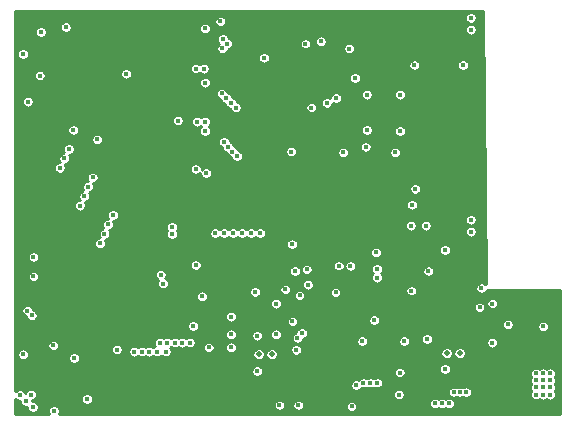
<source format=gbr>
G04 #@! TF.GenerationSoftware,KiCad,Pcbnew,(5.1.5)-3*
G04 #@! TF.CreationDate,2020-05-04T14:09:15-04:00*
G04 #@! TF.ProjectId,SmartWatch V4,536d6172-7457-4617-9463-682056342e6b,rev?*
G04 #@! TF.SameCoordinates,Original*
G04 #@! TF.FileFunction,Copper,L2,Inr*
G04 #@! TF.FilePolarity,Positive*
%FSLAX46Y46*%
G04 Gerber Fmt 4.6, Leading zero omitted, Abs format (unit mm)*
G04 Created by KiCad (PCBNEW (5.1.5)-3) date 2020-05-04 14:09:15*
%MOMM*%
%LPD*%
G04 APERTURE LIST*
%ADD10C,0.500000*%
%ADD11C,0.450000*%
%ADD12C,0.254000*%
G04 APERTURE END LIST*
D10*
X144138800Y-91800000D03*
X145238800Y-91800000D03*
X161150000Y-91700000D03*
X160050000Y-91700000D03*
D11*
X132130800Y-91389200D03*
X152908000Y-90678000D03*
X145900000Y-96100000D03*
X162100000Y-81400000D03*
X162100000Y-80400000D03*
X156100000Y-72900000D03*
X153300000Y-72800000D03*
X156100000Y-69800000D03*
X153300000Y-69800000D03*
X162100000Y-64300000D03*
X162100000Y-63300000D03*
X138600000Y-89400000D03*
X147000000Y-89000000D03*
X152000000Y-96200000D03*
X167600000Y-93400000D03*
X168200000Y-93400000D03*
X168800000Y-93400000D03*
X168800000Y-94000000D03*
X168200000Y-94000000D03*
X167600000Y-94000000D03*
X167600000Y-94600000D03*
X168200000Y-94600000D03*
X168800000Y-94600000D03*
X167600000Y-95200000D03*
X168200000Y-95200000D03*
X168800000Y-95200000D03*
X156464000Y-90678000D03*
X158400000Y-90500000D03*
X150650000Y-86550000D03*
X154150000Y-84550000D03*
X154150000Y-85300000D03*
X156000000Y-95200000D03*
X139500000Y-67600000D03*
X139600000Y-64200000D03*
X139600000Y-72100000D03*
X139600000Y-68800000D03*
X139600000Y-72900000D03*
X140900000Y-63600000D03*
X144595000Y-66685000D03*
X125700000Y-64500000D03*
X125600000Y-68200000D03*
X124600000Y-70400000D03*
X125075000Y-85200000D03*
X125075000Y-83550000D03*
X127810000Y-64090000D03*
X153924000Y-88900000D03*
X139700000Y-76454000D03*
X126754797Y-91033600D03*
X126796800Y-96570800D03*
X135763000Y-90805000D03*
X136398000Y-90805000D03*
X137033000Y-90805000D03*
X137668000Y-90805000D03*
X138303000Y-90805000D03*
X162839400Y-87807800D03*
X165227000Y-89255600D03*
X163906200Y-90805000D03*
X147320000Y-91414600D03*
X124866400Y-95199200D03*
X128524000Y-92100400D03*
X161493200Y-89154000D03*
X154432000Y-90678000D03*
X160800000Y-64300000D03*
X160800000Y-63300000D03*
X159600000Y-84000000D03*
X157000000Y-83800000D03*
X150650000Y-83300000D03*
X137300000Y-87700000D03*
X141200000Y-79800000D03*
X140300000Y-76100000D03*
X140300000Y-72100000D03*
X140300000Y-67600000D03*
X145800000Y-84600000D03*
X148900000Y-96100000D03*
X137600000Y-77200000D03*
X163347400Y-82956400D03*
X161594800Y-90144600D03*
X160528000Y-90170000D03*
X159512000Y-90170000D03*
X158242000Y-88646000D03*
X127304800Y-91033600D03*
X169062400Y-87477600D03*
X147497800Y-93014800D03*
X139900000Y-91200000D03*
X141800000Y-91200000D03*
X145600000Y-87500000D03*
X145600000Y-90100000D03*
X141800000Y-90100000D03*
X141800000Y-88600000D03*
X138800000Y-76100000D03*
X138900000Y-72100000D03*
X138800000Y-67600000D03*
X137300000Y-72000000D03*
X140462000Y-81534000D03*
X141224000Y-81534000D03*
X141986000Y-81534000D03*
X142748000Y-81534000D03*
X143510000Y-81534000D03*
X144272000Y-81534000D03*
X147500000Y-96100000D03*
X153000000Y-94200000D03*
X153600000Y-94200000D03*
X154200000Y-94200000D03*
X152400000Y-94400000D03*
X133604000Y-91567000D03*
X134239000Y-91567000D03*
X134874000Y-91567000D03*
X135509000Y-91567000D03*
X136271000Y-91567000D03*
X159650000Y-95950000D03*
X159050000Y-95950000D03*
X160250000Y-95950000D03*
X132920000Y-68040000D03*
X124190000Y-66370000D03*
X129603500Y-95567500D03*
X125018800Y-96266000D03*
X143840200Y-86505010D03*
X138800000Y-84225000D03*
X159909680Y-82957720D03*
X123920600Y-95250000D03*
X139344400Y-86880010D03*
X136800000Y-81000000D03*
X136800000Y-81600000D03*
X168224200Y-89433400D03*
X159918400Y-93040200D03*
X161442400Y-67310000D03*
X157327600Y-67310000D03*
X162991800Y-86188200D03*
X144018000Y-90220800D03*
X147800000Y-90000000D03*
X147600000Y-86800000D03*
X157130000Y-79130000D03*
X124409200Y-95758000D03*
X124923779Y-88501118D03*
X135839200Y-85039200D03*
X157025000Y-80900000D03*
X124206000Y-91795600D03*
X124561600Y-88087200D03*
X136042400Y-85801200D03*
X158295000Y-80900000D03*
X158503454Y-84749293D03*
X157073600Y-86410800D03*
X157400263Y-77780000D03*
X156070000Y-93340000D03*
X130470000Y-73600000D03*
X154080000Y-83170000D03*
X146970000Y-82470000D03*
X147423960Y-90401369D03*
X151905010Y-84322807D03*
X150915000Y-84295010D03*
X144018000Y-93218000D03*
X141388910Y-70088910D03*
X150700000Y-70100000D03*
X141800000Y-70500000D03*
X149900000Y-70500000D03*
X142200000Y-70900000D03*
X148600000Y-70900000D03*
X141100000Y-65100000D03*
X149400000Y-65300000D03*
X141488910Y-65488910D03*
X148100000Y-65500000D03*
X141059411Y-65885001D03*
X151800000Y-65900000D03*
X141924202Y-74625002D03*
X146900000Y-74625002D03*
X142313526Y-75013497D03*
X151300000Y-74700000D03*
X141000000Y-69700000D03*
X152300000Y-68400000D03*
X141200000Y-73800000D03*
X153200000Y-74225002D03*
X141530001Y-74240002D03*
X155700000Y-74700000D03*
X128455000Y-72800000D03*
X128070000Y-74400000D03*
X127685000Y-75200000D03*
X127300000Y-76000000D03*
X130085000Y-76800000D03*
X129700000Y-77600000D03*
X129385000Y-78400000D03*
X129000000Y-79200000D03*
X131800000Y-80000000D03*
X131385004Y-80800000D03*
X131085000Y-81600000D03*
X130700000Y-82400000D03*
X148300000Y-85900000D03*
X146400000Y-86300000D03*
X148200000Y-84600000D03*
X147207763Y-84747763D03*
X161692400Y-95000000D03*
X161159000Y-95000000D03*
X160651000Y-95000000D03*
X163931600Y-87503000D03*
D12*
G36*
X163370085Y-85856550D02*
G01*
X163311806Y-85798271D01*
X163229586Y-85743333D01*
X163138228Y-85705492D01*
X163041243Y-85686200D01*
X162942357Y-85686200D01*
X162845372Y-85705492D01*
X162754014Y-85743333D01*
X162671794Y-85798271D01*
X162601871Y-85868194D01*
X162546933Y-85950414D01*
X162509092Y-86041772D01*
X162489800Y-86138757D01*
X162489800Y-86237643D01*
X162509092Y-86334628D01*
X162546933Y-86425986D01*
X162601871Y-86508206D01*
X162671794Y-86578129D01*
X162754014Y-86633067D01*
X162845372Y-86670908D01*
X162942357Y-86690200D01*
X163041243Y-86690200D01*
X163138228Y-86670908D01*
X163229586Y-86633067D01*
X163311806Y-86578129D01*
X163381729Y-86508206D01*
X163436667Y-86425986D01*
X163474508Y-86334628D01*
X163476466Y-86324783D01*
X163500000Y-86327000D01*
X169673000Y-86327000D01*
X169673000Y-96873000D01*
X127198627Y-96873000D01*
X127241667Y-96808586D01*
X127279508Y-96717228D01*
X127298800Y-96620243D01*
X127298800Y-96521357D01*
X127279508Y-96424372D01*
X127241667Y-96333014D01*
X127186729Y-96250794D01*
X127116806Y-96180871D01*
X127034586Y-96125933D01*
X126943228Y-96088092D01*
X126846243Y-96068800D01*
X126747357Y-96068800D01*
X126650372Y-96088092D01*
X126559014Y-96125933D01*
X126476794Y-96180871D01*
X126406871Y-96250794D01*
X126351933Y-96333014D01*
X126314092Y-96424372D01*
X126294800Y-96521357D01*
X126294800Y-96620243D01*
X126314092Y-96717228D01*
X126351933Y-96808586D01*
X126394973Y-96873000D01*
X123527000Y-96873000D01*
X123527000Y-95564512D01*
X123530671Y-95570006D01*
X123600594Y-95639929D01*
X123682814Y-95694867D01*
X123774172Y-95732708D01*
X123871157Y-95752000D01*
X123907200Y-95752000D01*
X123907200Y-95807443D01*
X123926492Y-95904428D01*
X123964333Y-95995786D01*
X124019271Y-96078006D01*
X124089194Y-96147929D01*
X124171414Y-96202867D01*
X124262772Y-96240708D01*
X124359757Y-96260000D01*
X124458643Y-96260000D01*
X124516800Y-96248432D01*
X124516800Y-96315443D01*
X124536092Y-96412428D01*
X124573933Y-96503786D01*
X124628871Y-96586006D01*
X124698794Y-96655929D01*
X124781014Y-96710867D01*
X124872372Y-96748708D01*
X124969357Y-96768000D01*
X125068243Y-96768000D01*
X125165228Y-96748708D01*
X125256586Y-96710867D01*
X125338806Y-96655929D01*
X125408729Y-96586006D01*
X125463667Y-96503786D01*
X125501508Y-96412428D01*
X125520800Y-96315443D01*
X125520800Y-96216557D01*
X125501508Y-96119572D01*
X125463667Y-96028214D01*
X125408729Y-95945994D01*
X125338806Y-95876071D01*
X125256586Y-95821133D01*
X125165228Y-95783292D01*
X125068243Y-95764000D01*
X124969357Y-95764000D01*
X124911200Y-95775568D01*
X124911200Y-95708557D01*
X124909737Y-95701200D01*
X124915843Y-95701200D01*
X125012828Y-95681908D01*
X125104186Y-95644067D01*
X125186406Y-95589129D01*
X125256329Y-95519206D01*
X125257096Y-95518057D01*
X129101500Y-95518057D01*
X129101500Y-95616943D01*
X129120792Y-95713928D01*
X129158633Y-95805286D01*
X129213571Y-95887506D01*
X129283494Y-95957429D01*
X129365714Y-96012367D01*
X129457072Y-96050208D01*
X129554057Y-96069500D01*
X129652943Y-96069500D01*
X129748173Y-96050557D01*
X145398000Y-96050557D01*
X145398000Y-96149443D01*
X145417292Y-96246428D01*
X145455133Y-96337786D01*
X145510071Y-96420006D01*
X145579994Y-96489929D01*
X145662214Y-96544867D01*
X145753572Y-96582708D01*
X145850557Y-96602000D01*
X145949443Y-96602000D01*
X146046428Y-96582708D01*
X146137786Y-96544867D01*
X146220006Y-96489929D01*
X146289929Y-96420006D01*
X146344867Y-96337786D01*
X146382708Y-96246428D01*
X146402000Y-96149443D01*
X146402000Y-96050557D01*
X146998000Y-96050557D01*
X146998000Y-96149443D01*
X147017292Y-96246428D01*
X147055133Y-96337786D01*
X147110071Y-96420006D01*
X147179994Y-96489929D01*
X147262214Y-96544867D01*
X147353572Y-96582708D01*
X147450557Y-96602000D01*
X147549443Y-96602000D01*
X147646428Y-96582708D01*
X147737786Y-96544867D01*
X147820006Y-96489929D01*
X147889929Y-96420006D01*
X147944867Y-96337786D01*
X147982708Y-96246428D01*
X148001778Y-96150557D01*
X151498000Y-96150557D01*
X151498000Y-96249443D01*
X151517292Y-96346428D01*
X151555133Y-96437786D01*
X151610071Y-96520006D01*
X151679994Y-96589929D01*
X151762214Y-96644867D01*
X151853572Y-96682708D01*
X151950557Y-96702000D01*
X152049443Y-96702000D01*
X152146428Y-96682708D01*
X152237786Y-96644867D01*
X152320006Y-96589929D01*
X152389929Y-96520006D01*
X152444867Y-96437786D01*
X152482708Y-96346428D01*
X152502000Y-96249443D01*
X152502000Y-96150557D01*
X152482708Y-96053572D01*
X152444867Y-95962214D01*
X152403669Y-95900557D01*
X158548000Y-95900557D01*
X158548000Y-95999443D01*
X158567292Y-96096428D01*
X158605133Y-96187786D01*
X158660071Y-96270006D01*
X158729994Y-96339929D01*
X158812214Y-96394867D01*
X158903572Y-96432708D01*
X159000557Y-96452000D01*
X159099443Y-96452000D01*
X159196428Y-96432708D01*
X159287786Y-96394867D01*
X159350000Y-96353297D01*
X159412214Y-96394867D01*
X159503572Y-96432708D01*
X159600557Y-96452000D01*
X159699443Y-96452000D01*
X159796428Y-96432708D01*
X159887786Y-96394867D01*
X159950000Y-96353297D01*
X160012214Y-96394867D01*
X160103572Y-96432708D01*
X160200557Y-96452000D01*
X160299443Y-96452000D01*
X160396428Y-96432708D01*
X160487786Y-96394867D01*
X160570006Y-96339929D01*
X160639929Y-96270006D01*
X160694867Y-96187786D01*
X160732708Y-96096428D01*
X160752000Y-95999443D01*
X160752000Y-95900557D01*
X160732708Y-95803572D01*
X160694867Y-95712214D01*
X160639929Y-95629994D01*
X160570006Y-95560071D01*
X160487786Y-95505133D01*
X160396428Y-95467292D01*
X160299443Y-95448000D01*
X160200557Y-95448000D01*
X160103572Y-95467292D01*
X160012214Y-95505133D01*
X159950000Y-95546703D01*
X159887786Y-95505133D01*
X159796428Y-95467292D01*
X159699443Y-95448000D01*
X159600557Y-95448000D01*
X159503572Y-95467292D01*
X159412214Y-95505133D01*
X159350000Y-95546703D01*
X159287786Y-95505133D01*
X159196428Y-95467292D01*
X159099443Y-95448000D01*
X159000557Y-95448000D01*
X158903572Y-95467292D01*
X158812214Y-95505133D01*
X158729994Y-95560071D01*
X158660071Y-95629994D01*
X158605133Y-95712214D01*
X158567292Y-95803572D01*
X158548000Y-95900557D01*
X152403669Y-95900557D01*
X152389929Y-95879994D01*
X152320006Y-95810071D01*
X152237786Y-95755133D01*
X152146428Y-95717292D01*
X152049443Y-95698000D01*
X151950557Y-95698000D01*
X151853572Y-95717292D01*
X151762214Y-95755133D01*
X151679994Y-95810071D01*
X151610071Y-95879994D01*
X151555133Y-95962214D01*
X151517292Y-96053572D01*
X151498000Y-96150557D01*
X148001778Y-96150557D01*
X148002000Y-96149443D01*
X148002000Y-96050557D01*
X147982708Y-95953572D01*
X147944867Y-95862214D01*
X147889929Y-95779994D01*
X147820006Y-95710071D01*
X147737786Y-95655133D01*
X147646428Y-95617292D01*
X147549443Y-95598000D01*
X147450557Y-95598000D01*
X147353572Y-95617292D01*
X147262214Y-95655133D01*
X147179994Y-95710071D01*
X147110071Y-95779994D01*
X147055133Y-95862214D01*
X147017292Y-95953572D01*
X146998000Y-96050557D01*
X146402000Y-96050557D01*
X146382708Y-95953572D01*
X146344867Y-95862214D01*
X146289929Y-95779994D01*
X146220006Y-95710071D01*
X146137786Y-95655133D01*
X146046428Y-95617292D01*
X145949443Y-95598000D01*
X145850557Y-95598000D01*
X145753572Y-95617292D01*
X145662214Y-95655133D01*
X145579994Y-95710071D01*
X145510071Y-95779994D01*
X145455133Y-95862214D01*
X145417292Y-95953572D01*
X145398000Y-96050557D01*
X129748173Y-96050557D01*
X129749928Y-96050208D01*
X129841286Y-96012367D01*
X129923506Y-95957429D01*
X129993429Y-95887506D01*
X130048367Y-95805286D01*
X130086208Y-95713928D01*
X130105500Y-95616943D01*
X130105500Y-95518057D01*
X130086208Y-95421072D01*
X130048367Y-95329714D01*
X129993429Y-95247494D01*
X129923506Y-95177571D01*
X129883077Y-95150557D01*
X155498000Y-95150557D01*
X155498000Y-95249443D01*
X155517292Y-95346428D01*
X155555133Y-95437786D01*
X155610071Y-95520006D01*
X155679994Y-95589929D01*
X155762214Y-95644867D01*
X155853572Y-95682708D01*
X155950557Y-95702000D01*
X156049443Y-95702000D01*
X156146428Y-95682708D01*
X156237786Y-95644867D01*
X156320006Y-95589929D01*
X156389929Y-95520006D01*
X156444867Y-95437786D01*
X156482708Y-95346428D01*
X156502000Y-95249443D01*
X156502000Y-95150557D01*
X156482708Y-95053572D01*
X156444867Y-94962214D01*
X156437078Y-94950557D01*
X160149000Y-94950557D01*
X160149000Y-95049443D01*
X160168292Y-95146428D01*
X160206133Y-95237786D01*
X160261071Y-95320006D01*
X160330994Y-95389929D01*
X160413214Y-95444867D01*
X160504572Y-95482708D01*
X160601557Y-95502000D01*
X160700443Y-95502000D01*
X160797428Y-95482708D01*
X160888786Y-95444867D01*
X160905000Y-95434033D01*
X160921214Y-95444867D01*
X161012572Y-95482708D01*
X161109557Y-95502000D01*
X161208443Y-95502000D01*
X161305428Y-95482708D01*
X161396786Y-95444867D01*
X161425700Y-95425547D01*
X161454614Y-95444867D01*
X161545972Y-95482708D01*
X161642957Y-95502000D01*
X161741843Y-95502000D01*
X161838828Y-95482708D01*
X161930186Y-95444867D01*
X162012406Y-95389929D01*
X162082329Y-95320006D01*
X162137267Y-95237786D01*
X162175108Y-95146428D01*
X162194400Y-95049443D01*
X162194400Y-94950557D01*
X162175108Y-94853572D01*
X162137267Y-94762214D01*
X162082329Y-94679994D01*
X162012406Y-94610071D01*
X161930186Y-94555133D01*
X161838828Y-94517292D01*
X161741843Y-94498000D01*
X161642957Y-94498000D01*
X161545972Y-94517292D01*
X161454614Y-94555133D01*
X161425700Y-94574453D01*
X161396786Y-94555133D01*
X161305428Y-94517292D01*
X161208443Y-94498000D01*
X161109557Y-94498000D01*
X161012572Y-94517292D01*
X160921214Y-94555133D01*
X160905000Y-94565967D01*
X160888786Y-94555133D01*
X160797428Y-94517292D01*
X160700443Y-94498000D01*
X160601557Y-94498000D01*
X160504572Y-94517292D01*
X160413214Y-94555133D01*
X160330994Y-94610071D01*
X160261071Y-94679994D01*
X160206133Y-94762214D01*
X160168292Y-94853572D01*
X160149000Y-94950557D01*
X156437078Y-94950557D01*
X156389929Y-94879994D01*
X156320006Y-94810071D01*
X156237786Y-94755133D01*
X156146428Y-94717292D01*
X156049443Y-94698000D01*
X155950557Y-94698000D01*
X155853572Y-94717292D01*
X155762214Y-94755133D01*
X155679994Y-94810071D01*
X155610071Y-94879994D01*
X155555133Y-94962214D01*
X155517292Y-95053572D01*
X155498000Y-95150557D01*
X129883077Y-95150557D01*
X129841286Y-95122633D01*
X129749928Y-95084792D01*
X129652943Y-95065500D01*
X129554057Y-95065500D01*
X129457072Y-95084792D01*
X129365714Y-95122633D01*
X129283494Y-95177571D01*
X129213571Y-95247494D01*
X129158633Y-95329714D01*
X129120792Y-95421072D01*
X129101500Y-95518057D01*
X125257096Y-95518057D01*
X125311267Y-95436986D01*
X125349108Y-95345628D01*
X125368400Y-95248643D01*
X125368400Y-95149757D01*
X125349108Y-95052772D01*
X125311267Y-94961414D01*
X125256329Y-94879194D01*
X125186406Y-94809271D01*
X125104186Y-94754333D01*
X125012828Y-94716492D01*
X124915843Y-94697200D01*
X124816957Y-94697200D01*
X124719972Y-94716492D01*
X124628614Y-94754333D01*
X124546394Y-94809271D01*
X124476471Y-94879194D01*
X124421533Y-94961414D01*
X124383692Y-95052772D01*
X124383229Y-95055097D01*
X124365467Y-95012214D01*
X124310529Y-94929994D01*
X124240606Y-94860071D01*
X124158386Y-94805133D01*
X124067028Y-94767292D01*
X123970043Y-94748000D01*
X123871157Y-94748000D01*
X123774172Y-94767292D01*
X123682814Y-94805133D01*
X123600594Y-94860071D01*
X123530671Y-94929994D01*
X123527000Y-94935488D01*
X123527000Y-94350557D01*
X151898000Y-94350557D01*
X151898000Y-94449443D01*
X151917292Y-94546428D01*
X151955133Y-94637786D01*
X152010071Y-94720006D01*
X152079994Y-94789929D01*
X152162214Y-94844867D01*
X152253572Y-94882708D01*
X152350557Y-94902000D01*
X152449443Y-94902000D01*
X152546428Y-94882708D01*
X152637786Y-94844867D01*
X152720006Y-94789929D01*
X152789929Y-94720006D01*
X152823244Y-94670146D01*
X152853572Y-94682708D01*
X152950557Y-94702000D01*
X153049443Y-94702000D01*
X153146428Y-94682708D01*
X153237786Y-94644867D01*
X153300000Y-94603297D01*
X153362214Y-94644867D01*
X153453572Y-94682708D01*
X153550557Y-94702000D01*
X153649443Y-94702000D01*
X153746428Y-94682708D01*
X153837786Y-94644867D01*
X153900000Y-94603297D01*
X153962214Y-94644867D01*
X154053572Y-94682708D01*
X154150557Y-94702000D01*
X154249443Y-94702000D01*
X154346428Y-94682708D01*
X154437786Y-94644867D01*
X154520006Y-94589929D01*
X154589929Y-94520006D01*
X154644867Y-94437786D01*
X154682708Y-94346428D01*
X154702000Y-94249443D01*
X154702000Y-94150557D01*
X154682708Y-94053572D01*
X154644867Y-93962214D01*
X154589929Y-93879994D01*
X154520006Y-93810071D01*
X154437786Y-93755133D01*
X154346428Y-93717292D01*
X154249443Y-93698000D01*
X154150557Y-93698000D01*
X154053572Y-93717292D01*
X153962214Y-93755133D01*
X153900000Y-93796703D01*
X153837786Y-93755133D01*
X153746428Y-93717292D01*
X153649443Y-93698000D01*
X153550557Y-93698000D01*
X153453572Y-93717292D01*
X153362214Y-93755133D01*
X153300000Y-93796703D01*
X153237786Y-93755133D01*
X153146428Y-93717292D01*
X153049443Y-93698000D01*
X152950557Y-93698000D01*
X152853572Y-93717292D01*
X152762214Y-93755133D01*
X152679994Y-93810071D01*
X152610071Y-93879994D01*
X152576756Y-93929854D01*
X152546428Y-93917292D01*
X152449443Y-93898000D01*
X152350557Y-93898000D01*
X152253572Y-93917292D01*
X152162214Y-93955133D01*
X152079994Y-94010071D01*
X152010071Y-94079994D01*
X151955133Y-94162214D01*
X151917292Y-94253572D01*
X151898000Y-94350557D01*
X123527000Y-94350557D01*
X123527000Y-93168557D01*
X143516000Y-93168557D01*
X143516000Y-93267443D01*
X143535292Y-93364428D01*
X143573133Y-93455786D01*
X143628071Y-93538006D01*
X143697994Y-93607929D01*
X143780214Y-93662867D01*
X143871572Y-93700708D01*
X143968557Y-93720000D01*
X144067443Y-93720000D01*
X144164428Y-93700708D01*
X144255786Y-93662867D01*
X144338006Y-93607929D01*
X144407929Y-93538006D01*
X144462867Y-93455786D01*
X144500708Y-93364428D01*
X144515402Y-93290557D01*
X155568000Y-93290557D01*
X155568000Y-93389443D01*
X155587292Y-93486428D01*
X155625133Y-93577786D01*
X155680071Y-93660006D01*
X155749994Y-93729929D01*
X155832214Y-93784867D01*
X155923572Y-93822708D01*
X156020557Y-93842000D01*
X156119443Y-93842000D01*
X156216428Y-93822708D01*
X156307786Y-93784867D01*
X156390006Y-93729929D01*
X156459929Y-93660006D01*
X156514867Y-93577786D01*
X156552708Y-93486428D01*
X156572000Y-93389443D01*
X156572000Y-93290557D01*
X156552708Y-93193572D01*
X156514867Y-93102214D01*
X156459929Y-93019994D01*
X156430692Y-92990757D01*
X159416400Y-92990757D01*
X159416400Y-93089643D01*
X159435692Y-93186628D01*
X159473533Y-93277986D01*
X159528471Y-93360206D01*
X159598394Y-93430129D01*
X159680614Y-93485067D01*
X159771972Y-93522908D01*
X159868957Y-93542200D01*
X159967843Y-93542200D01*
X160064828Y-93522908D01*
X160156186Y-93485067D01*
X160238406Y-93430129D01*
X160308329Y-93360206D01*
X160314776Y-93350557D01*
X167098000Y-93350557D01*
X167098000Y-93449443D01*
X167117292Y-93546428D01*
X167155133Y-93637786D01*
X167196703Y-93700000D01*
X167155133Y-93762214D01*
X167117292Y-93853572D01*
X167098000Y-93950557D01*
X167098000Y-94049443D01*
X167117292Y-94146428D01*
X167155133Y-94237786D01*
X167196703Y-94300000D01*
X167155133Y-94362214D01*
X167117292Y-94453572D01*
X167098000Y-94550557D01*
X167098000Y-94649443D01*
X167117292Y-94746428D01*
X167155133Y-94837786D01*
X167196703Y-94900000D01*
X167155133Y-94962214D01*
X167117292Y-95053572D01*
X167098000Y-95150557D01*
X167098000Y-95249443D01*
X167117292Y-95346428D01*
X167155133Y-95437786D01*
X167210071Y-95520006D01*
X167279994Y-95589929D01*
X167362214Y-95644867D01*
X167453572Y-95682708D01*
X167550557Y-95702000D01*
X167649443Y-95702000D01*
X167746428Y-95682708D01*
X167837786Y-95644867D01*
X167900000Y-95603297D01*
X167962214Y-95644867D01*
X168053572Y-95682708D01*
X168150557Y-95702000D01*
X168249443Y-95702000D01*
X168346428Y-95682708D01*
X168437786Y-95644867D01*
X168500000Y-95603297D01*
X168562214Y-95644867D01*
X168653572Y-95682708D01*
X168750557Y-95702000D01*
X168849443Y-95702000D01*
X168946428Y-95682708D01*
X169037786Y-95644867D01*
X169120006Y-95589929D01*
X169189929Y-95520006D01*
X169244867Y-95437786D01*
X169282708Y-95346428D01*
X169302000Y-95249443D01*
X169302000Y-95150557D01*
X169282708Y-95053572D01*
X169244867Y-94962214D01*
X169203297Y-94900000D01*
X169244867Y-94837786D01*
X169282708Y-94746428D01*
X169302000Y-94649443D01*
X169302000Y-94550557D01*
X169282708Y-94453572D01*
X169244867Y-94362214D01*
X169203297Y-94300000D01*
X169244867Y-94237786D01*
X169282708Y-94146428D01*
X169302000Y-94049443D01*
X169302000Y-93950557D01*
X169282708Y-93853572D01*
X169244867Y-93762214D01*
X169203297Y-93700000D01*
X169244867Y-93637786D01*
X169282708Y-93546428D01*
X169302000Y-93449443D01*
X169302000Y-93350557D01*
X169282708Y-93253572D01*
X169244867Y-93162214D01*
X169189929Y-93079994D01*
X169120006Y-93010071D01*
X169037786Y-92955133D01*
X168946428Y-92917292D01*
X168849443Y-92898000D01*
X168750557Y-92898000D01*
X168653572Y-92917292D01*
X168562214Y-92955133D01*
X168500000Y-92996703D01*
X168437786Y-92955133D01*
X168346428Y-92917292D01*
X168249443Y-92898000D01*
X168150557Y-92898000D01*
X168053572Y-92917292D01*
X167962214Y-92955133D01*
X167900000Y-92996703D01*
X167837786Y-92955133D01*
X167746428Y-92917292D01*
X167649443Y-92898000D01*
X167550557Y-92898000D01*
X167453572Y-92917292D01*
X167362214Y-92955133D01*
X167279994Y-93010071D01*
X167210071Y-93079994D01*
X167155133Y-93162214D01*
X167117292Y-93253572D01*
X167098000Y-93350557D01*
X160314776Y-93350557D01*
X160363267Y-93277986D01*
X160401108Y-93186628D01*
X160420400Y-93089643D01*
X160420400Y-92990757D01*
X160401108Y-92893772D01*
X160363267Y-92802414D01*
X160308329Y-92720194D01*
X160238406Y-92650271D01*
X160156186Y-92595333D01*
X160064828Y-92557492D01*
X159967843Y-92538200D01*
X159868957Y-92538200D01*
X159771972Y-92557492D01*
X159680614Y-92595333D01*
X159598394Y-92650271D01*
X159528471Y-92720194D01*
X159473533Y-92802414D01*
X159435692Y-92893772D01*
X159416400Y-92990757D01*
X156430692Y-92990757D01*
X156390006Y-92950071D01*
X156307786Y-92895133D01*
X156216428Y-92857292D01*
X156119443Y-92838000D01*
X156020557Y-92838000D01*
X155923572Y-92857292D01*
X155832214Y-92895133D01*
X155749994Y-92950071D01*
X155680071Y-93019994D01*
X155625133Y-93102214D01*
X155587292Y-93193572D01*
X155568000Y-93290557D01*
X144515402Y-93290557D01*
X144520000Y-93267443D01*
X144520000Y-93168557D01*
X144500708Y-93071572D01*
X144462867Y-92980214D01*
X144407929Y-92897994D01*
X144338006Y-92828071D01*
X144255786Y-92773133D01*
X144164428Y-92735292D01*
X144067443Y-92716000D01*
X143968557Y-92716000D01*
X143871572Y-92735292D01*
X143780214Y-92773133D01*
X143697994Y-92828071D01*
X143628071Y-92897994D01*
X143573133Y-92980214D01*
X143535292Y-93071572D01*
X143516000Y-93168557D01*
X123527000Y-93168557D01*
X123527000Y-91746157D01*
X123704000Y-91746157D01*
X123704000Y-91845043D01*
X123723292Y-91942028D01*
X123761133Y-92033386D01*
X123816071Y-92115606D01*
X123885994Y-92185529D01*
X123968214Y-92240467D01*
X124059572Y-92278308D01*
X124156557Y-92297600D01*
X124255443Y-92297600D01*
X124352428Y-92278308D01*
X124443786Y-92240467D01*
X124526006Y-92185529D01*
X124595929Y-92115606D01*
X124639126Y-92050957D01*
X128022000Y-92050957D01*
X128022000Y-92149843D01*
X128041292Y-92246828D01*
X128079133Y-92338186D01*
X128134071Y-92420406D01*
X128203994Y-92490329D01*
X128286214Y-92545267D01*
X128377572Y-92583108D01*
X128474557Y-92602400D01*
X128573443Y-92602400D01*
X128670428Y-92583108D01*
X128761786Y-92545267D01*
X128844006Y-92490329D01*
X128913929Y-92420406D01*
X128968867Y-92338186D01*
X129006708Y-92246828D01*
X129026000Y-92149843D01*
X129026000Y-92050957D01*
X129006708Y-91953972D01*
X128968867Y-91862614D01*
X128913929Y-91780394D01*
X128844006Y-91710471D01*
X128761786Y-91655533D01*
X128670428Y-91617692D01*
X128573443Y-91598400D01*
X128474557Y-91598400D01*
X128377572Y-91617692D01*
X128286214Y-91655533D01*
X128203994Y-91710471D01*
X128134071Y-91780394D01*
X128079133Y-91862614D01*
X128041292Y-91953972D01*
X128022000Y-92050957D01*
X124639126Y-92050957D01*
X124650867Y-92033386D01*
X124688708Y-91942028D01*
X124708000Y-91845043D01*
X124708000Y-91746157D01*
X124688708Y-91649172D01*
X124650867Y-91557814D01*
X124595929Y-91475594D01*
X124526006Y-91405671D01*
X124443786Y-91350733D01*
X124352428Y-91312892D01*
X124255443Y-91293600D01*
X124156557Y-91293600D01*
X124059572Y-91312892D01*
X123968214Y-91350733D01*
X123885994Y-91405671D01*
X123816071Y-91475594D01*
X123761133Y-91557814D01*
X123723292Y-91649172D01*
X123704000Y-91746157D01*
X123527000Y-91746157D01*
X123527000Y-90984157D01*
X126252797Y-90984157D01*
X126252797Y-91083043D01*
X126272089Y-91180028D01*
X126309930Y-91271386D01*
X126364868Y-91353606D01*
X126434791Y-91423529D01*
X126517011Y-91478467D01*
X126608369Y-91516308D01*
X126705354Y-91535600D01*
X126804240Y-91535600D01*
X126901225Y-91516308D01*
X126992583Y-91478467D01*
X127074803Y-91423529D01*
X127144726Y-91353606D01*
X127153979Y-91339757D01*
X131628800Y-91339757D01*
X131628800Y-91438643D01*
X131648092Y-91535628D01*
X131685933Y-91626986D01*
X131740871Y-91709206D01*
X131810794Y-91779129D01*
X131893014Y-91834067D01*
X131984372Y-91871908D01*
X132081357Y-91891200D01*
X132180243Y-91891200D01*
X132277228Y-91871908D01*
X132368586Y-91834067D01*
X132450806Y-91779129D01*
X132520729Y-91709206D01*
X132575667Y-91626986D01*
X132613508Y-91535628D01*
X132617102Y-91517557D01*
X133102000Y-91517557D01*
X133102000Y-91616443D01*
X133121292Y-91713428D01*
X133159133Y-91804786D01*
X133214071Y-91887006D01*
X133283994Y-91956929D01*
X133366214Y-92011867D01*
X133457572Y-92049708D01*
X133554557Y-92069000D01*
X133653443Y-92069000D01*
X133750428Y-92049708D01*
X133841786Y-92011867D01*
X133921500Y-91958603D01*
X134001214Y-92011867D01*
X134092572Y-92049708D01*
X134189557Y-92069000D01*
X134288443Y-92069000D01*
X134385428Y-92049708D01*
X134476786Y-92011867D01*
X134556500Y-91958603D01*
X134636214Y-92011867D01*
X134727572Y-92049708D01*
X134824557Y-92069000D01*
X134923443Y-92069000D01*
X135020428Y-92049708D01*
X135111786Y-92011867D01*
X135191500Y-91958603D01*
X135271214Y-92011867D01*
X135362572Y-92049708D01*
X135459557Y-92069000D01*
X135558443Y-92069000D01*
X135655428Y-92049708D01*
X135746786Y-92011867D01*
X135829006Y-91956929D01*
X135890000Y-91895935D01*
X135950994Y-91956929D01*
X136033214Y-92011867D01*
X136124572Y-92049708D01*
X136221557Y-92069000D01*
X136320443Y-92069000D01*
X136417428Y-92049708D01*
X136508786Y-92011867D01*
X136591006Y-91956929D01*
X136660929Y-91887006D01*
X136715867Y-91804786D01*
X136739348Y-91748095D01*
X143611800Y-91748095D01*
X143611800Y-91851905D01*
X143632052Y-91953720D01*
X143671779Y-92049628D01*
X143729452Y-92135943D01*
X143802857Y-92209348D01*
X143889172Y-92267021D01*
X143985080Y-92306748D01*
X144086895Y-92327000D01*
X144190705Y-92327000D01*
X144292520Y-92306748D01*
X144388428Y-92267021D01*
X144474743Y-92209348D01*
X144548148Y-92135943D01*
X144605821Y-92049628D01*
X144645548Y-91953720D01*
X144665800Y-91851905D01*
X144665800Y-91748095D01*
X144711800Y-91748095D01*
X144711800Y-91851905D01*
X144732052Y-91953720D01*
X144771779Y-92049628D01*
X144829452Y-92135943D01*
X144902857Y-92209348D01*
X144989172Y-92267021D01*
X145085080Y-92306748D01*
X145186895Y-92327000D01*
X145290705Y-92327000D01*
X145392520Y-92306748D01*
X145488428Y-92267021D01*
X145574743Y-92209348D01*
X145648148Y-92135943D01*
X145705821Y-92049628D01*
X145745548Y-91953720D01*
X145765800Y-91851905D01*
X145765800Y-91748095D01*
X145745548Y-91646280D01*
X145705821Y-91550372D01*
X145648148Y-91464057D01*
X145574743Y-91390652D01*
X145536587Y-91365157D01*
X146818000Y-91365157D01*
X146818000Y-91464043D01*
X146837292Y-91561028D01*
X146875133Y-91652386D01*
X146930071Y-91734606D01*
X146999994Y-91804529D01*
X147082214Y-91859467D01*
X147173572Y-91897308D01*
X147270557Y-91916600D01*
X147369443Y-91916600D01*
X147466428Y-91897308D01*
X147557786Y-91859467D01*
X147640006Y-91804529D01*
X147709929Y-91734606D01*
X147764867Y-91652386D01*
X147766644Y-91648095D01*
X159523000Y-91648095D01*
X159523000Y-91751905D01*
X159543252Y-91853720D01*
X159582979Y-91949628D01*
X159640652Y-92035943D01*
X159714057Y-92109348D01*
X159800372Y-92167021D01*
X159896280Y-92206748D01*
X159998095Y-92227000D01*
X160101905Y-92227000D01*
X160203720Y-92206748D01*
X160299628Y-92167021D01*
X160385943Y-92109348D01*
X160459348Y-92035943D01*
X160517021Y-91949628D01*
X160556748Y-91853720D01*
X160577000Y-91751905D01*
X160577000Y-91648095D01*
X160623000Y-91648095D01*
X160623000Y-91751905D01*
X160643252Y-91853720D01*
X160682979Y-91949628D01*
X160740652Y-92035943D01*
X160814057Y-92109348D01*
X160900372Y-92167021D01*
X160996280Y-92206748D01*
X161098095Y-92227000D01*
X161201905Y-92227000D01*
X161303720Y-92206748D01*
X161399628Y-92167021D01*
X161485943Y-92109348D01*
X161559348Y-92035943D01*
X161617021Y-91949628D01*
X161656748Y-91853720D01*
X161677000Y-91751905D01*
X161677000Y-91648095D01*
X161656748Y-91546280D01*
X161617021Y-91450372D01*
X161559348Y-91364057D01*
X161485943Y-91290652D01*
X161399628Y-91232979D01*
X161303720Y-91193252D01*
X161201905Y-91173000D01*
X161098095Y-91173000D01*
X160996280Y-91193252D01*
X160900372Y-91232979D01*
X160814057Y-91290652D01*
X160740652Y-91364057D01*
X160682979Y-91450372D01*
X160643252Y-91546280D01*
X160623000Y-91648095D01*
X160577000Y-91648095D01*
X160556748Y-91546280D01*
X160517021Y-91450372D01*
X160459348Y-91364057D01*
X160385943Y-91290652D01*
X160299628Y-91232979D01*
X160203720Y-91193252D01*
X160101905Y-91173000D01*
X159998095Y-91173000D01*
X159896280Y-91193252D01*
X159800372Y-91232979D01*
X159714057Y-91290652D01*
X159640652Y-91364057D01*
X159582979Y-91450372D01*
X159543252Y-91546280D01*
X159523000Y-91648095D01*
X147766644Y-91648095D01*
X147802708Y-91561028D01*
X147822000Y-91464043D01*
X147822000Y-91365157D01*
X147802708Y-91268172D01*
X147764867Y-91176814D01*
X147709929Y-91094594D01*
X147640006Y-91024671D01*
X147557786Y-90969733D01*
X147466428Y-90931892D01*
X147369443Y-90912600D01*
X147270557Y-90912600D01*
X147173572Y-90931892D01*
X147082214Y-90969733D01*
X146999994Y-91024671D01*
X146930071Y-91094594D01*
X146875133Y-91176814D01*
X146837292Y-91268172D01*
X146818000Y-91365157D01*
X145536587Y-91365157D01*
X145488428Y-91332979D01*
X145392520Y-91293252D01*
X145290705Y-91273000D01*
X145186895Y-91273000D01*
X145085080Y-91293252D01*
X144989172Y-91332979D01*
X144902857Y-91390652D01*
X144829452Y-91464057D01*
X144771779Y-91550372D01*
X144732052Y-91646280D01*
X144711800Y-91748095D01*
X144665800Y-91748095D01*
X144645548Y-91646280D01*
X144605821Y-91550372D01*
X144548148Y-91464057D01*
X144474743Y-91390652D01*
X144388428Y-91332979D01*
X144292520Y-91293252D01*
X144190705Y-91273000D01*
X144086895Y-91273000D01*
X143985080Y-91293252D01*
X143889172Y-91332979D01*
X143802857Y-91390652D01*
X143729452Y-91464057D01*
X143671779Y-91550372D01*
X143632052Y-91646280D01*
X143611800Y-91748095D01*
X136739348Y-91748095D01*
X136753708Y-91713428D01*
X136773000Y-91616443D01*
X136773000Y-91517557D01*
X136753708Y-91420572D01*
X136715867Y-91329214D01*
X136660929Y-91246994D01*
X136652580Y-91238645D01*
X136715500Y-91196603D01*
X136795214Y-91249867D01*
X136886572Y-91287708D01*
X136983557Y-91307000D01*
X137082443Y-91307000D01*
X137179428Y-91287708D01*
X137270786Y-91249867D01*
X137350500Y-91196603D01*
X137430214Y-91249867D01*
X137521572Y-91287708D01*
X137618557Y-91307000D01*
X137717443Y-91307000D01*
X137814428Y-91287708D01*
X137905786Y-91249867D01*
X137985500Y-91196603D01*
X138065214Y-91249867D01*
X138156572Y-91287708D01*
X138253557Y-91307000D01*
X138352443Y-91307000D01*
X138449428Y-91287708D01*
X138540786Y-91249867D01*
X138623006Y-91194929D01*
X138667378Y-91150557D01*
X139398000Y-91150557D01*
X139398000Y-91249443D01*
X139417292Y-91346428D01*
X139455133Y-91437786D01*
X139510071Y-91520006D01*
X139579994Y-91589929D01*
X139662214Y-91644867D01*
X139753572Y-91682708D01*
X139850557Y-91702000D01*
X139949443Y-91702000D01*
X140046428Y-91682708D01*
X140137786Y-91644867D01*
X140220006Y-91589929D01*
X140289929Y-91520006D01*
X140344867Y-91437786D01*
X140382708Y-91346428D01*
X140402000Y-91249443D01*
X140402000Y-91150557D01*
X141298000Y-91150557D01*
X141298000Y-91249443D01*
X141317292Y-91346428D01*
X141355133Y-91437786D01*
X141410071Y-91520006D01*
X141479994Y-91589929D01*
X141562214Y-91644867D01*
X141653572Y-91682708D01*
X141750557Y-91702000D01*
X141849443Y-91702000D01*
X141946428Y-91682708D01*
X142037786Y-91644867D01*
X142120006Y-91589929D01*
X142189929Y-91520006D01*
X142244867Y-91437786D01*
X142282708Y-91346428D01*
X142302000Y-91249443D01*
X142302000Y-91150557D01*
X142282708Y-91053572D01*
X142244867Y-90962214D01*
X142189929Y-90879994D01*
X142120006Y-90810071D01*
X142037786Y-90755133D01*
X141946428Y-90717292D01*
X141849443Y-90698000D01*
X141750557Y-90698000D01*
X141653572Y-90717292D01*
X141562214Y-90755133D01*
X141479994Y-90810071D01*
X141410071Y-90879994D01*
X141355133Y-90962214D01*
X141317292Y-91053572D01*
X141298000Y-91150557D01*
X140402000Y-91150557D01*
X140382708Y-91053572D01*
X140344867Y-90962214D01*
X140289929Y-90879994D01*
X140220006Y-90810071D01*
X140137786Y-90755133D01*
X140046428Y-90717292D01*
X139949443Y-90698000D01*
X139850557Y-90698000D01*
X139753572Y-90717292D01*
X139662214Y-90755133D01*
X139579994Y-90810071D01*
X139510071Y-90879994D01*
X139455133Y-90962214D01*
X139417292Y-91053572D01*
X139398000Y-91150557D01*
X138667378Y-91150557D01*
X138692929Y-91125006D01*
X138747867Y-91042786D01*
X138785708Y-90951428D01*
X138805000Y-90854443D01*
X138805000Y-90755557D01*
X138785708Y-90658572D01*
X138747867Y-90567214D01*
X138692929Y-90484994D01*
X138623006Y-90415071D01*
X138540786Y-90360133D01*
X138449428Y-90322292D01*
X138352443Y-90303000D01*
X138253557Y-90303000D01*
X138156572Y-90322292D01*
X138065214Y-90360133D01*
X137985500Y-90413397D01*
X137905786Y-90360133D01*
X137814428Y-90322292D01*
X137717443Y-90303000D01*
X137618557Y-90303000D01*
X137521572Y-90322292D01*
X137430214Y-90360133D01*
X137350500Y-90413397D01*
X137270786Y-90360133D01*
X137179428Y-90322292D01*
X137082443Y-90303000D01*
X136983557Y-90303000D01*
X136886572Y-90322292D01*
X136795214Y-90360133D01*
X136715500Y-90413397D01*
X136635786Y-90360133D01*
X136544428Y-90322292D01*
X136447443Y-90303000D01*
X136348557Y-90303000D01*
X136251572Y-90322292D01*
X136160214Y-90360133D01*
X136080500Y-90413397D01*
X136000786Y-90360133D01*
X135909428Y-90322292D01*
X135812443Y-90303000D01*
X135713557Y-90303000D01*
X135616572Y-90322292D01*
X135525214Y-90360133D01*
X135442994Y-90415071D01*
X135373071Y-90484994D01*
X135318133Y-90567214D01*
X135280292Y-90658572D01*
X135261000Y-90755557D01*
X135261000Y-90854443D01*
X135280292Y-90951428D01*
X135318133Y-91042786D01*
X135349488Y-91089712D01*
X135271214Y-91122133D01*
X135191500Y-91175397D01*
X135111786Y-91122133D01*
X135020428Y-91084292D01*
X134923443Y-91065000D01*
X134824557Y-91065000D01*
X134727572Y-91084292D01*
X134636214Y-91122133D01*
X134556500Y-91175397D01*
X134476786Y-91122133D01*
X134385428Y-91084292D01*
X134288443Y-91065000D01*
X134189557Y-91065000D01*
X134092572Y-91084292D01*
X134001214Y-91122133D01*
X133921500Y-91175397D01*
X133841786Y-91122133D01*
X133750428Y-91084292D01*
X133653443Y-91065000D01*
X133554557Y-91065000D01*
X133457572Y-91084292D01*
X133366214Y-91122133D01*
X133283994Y-91177071D01*
X133214071Y-91246994D01*
X133159133Y-91329214D01*
X133121292Y-91420572D01*
X133102000Y-91517557D01*
X132617102Y-91517557D01*
X132632800Y-91438643D01*
X132632800Y-91339757D01*
X132613508Y-91242772D01*
X132575667Y-91151414D01*
X132520729Y-91069194D01*
X132450806Y-90999271D01*
X132368586Y-90944333D01*
X132277228Y-90906492D01*
X132180243Y-90887200D01*
X132081357Y-90887200D01*
X131984372Y-90906492D01*
X131893014Y-90944333D01*
X131810794Y-90999271D01*
X131740871Y-91069194D01*
X131685933Y-91151414D01*
X131648092Y-91242772D01*
X131628800Y-91339757D01*
X127153979Y-91339757D01*
X127199664Y-91271386D01*
X127237505Y-91180028D01*
X127256797Y-91083043D01*
X127256797Y-90984157D01*
X127237505Y-90887172D01*
X127199664Y-90795814D01*
X127144726Y-90713594D01*
X127074803Y-90643671D01*
X126992583Y-90588733D01*
X126901225Y-90550892D01*
X126804240Y-90531600D01*
X126705354Y-90531600D01*
X126608369Y-90550892D01*
X126517011Y-90588733D01*
X126434791Y-90643671D01*
X126364868Y-90713594D01*
X126309930Y-90795814D01*
X126272089Y-90887172D01*
X126252797Y-90984157D01*
X123527000Y-90984157D01*
X123527000Y-90050557D01*
X141298000Y-90050557D01*
X141298000Y-90149443D01*
X141317292Y-90246428D01*
X141355133Y-90337786D01*
X141410071Y-90420006D01*
X141479994Y-90489929D01*
X141562214Y-90544867D01*
X141653572Y-90582708D01*
X141750557Y-90602000D01*
X141849443Y-90602000D01*
X141946428Y-90582708D01*
X142037786Y-90544867D01*
X142120006Y-90489929D01*
X142189929Y-90420006D01*
X142244867Y-90337786D01*
X142282708Y-90246428D01*
X142297640Y-90171357D01*
X143516000Y-90171357D01*
X143516000Y-90270243D01*
X143535292Y-90367228D01*
X143573133Y-90458586D01*
X143628071Y-90540806D01*
X143697994Y-90610729D01*
X143780214Y-90665667D01*
X143871572Y-90703508D01*
X143968557Y-90722800D01*
X144067443Y-90722800D01*
X144164428Y-90703508D01*
X144255786Y-90665667D01*
X144338006Y-90610729D01*
X144407929Y-90540806D01*
X144462867Y-90458586D01*
X144500708Y-90367228D01*
X144520000Y-90270243D01*
X144520000Y-90171357D01*
X144500708Y-90074372D01*
X144490844Y-90050557D01*
X145098000Y-90050557D01*
X145098000Y-90149443D01*
X145117292Y-90246428D01*
X145155133Y-90337786D01*
X145210071Y-90420006D01*
X145279994Y-90489929D01*
X145362214Y-90544867D01*
X145453572Y-90582708D01*
X145550557Y-90602000D01*
X145649443Y-90602000D01*
X145746428Y-90582708D01*
X145837786Y-90544867D01*
X145920006Y-90489929D01*
X145989929Y-90420006D01*
X146035418Y-90351926D01*
X146921960Y-90351926D01*
X146921960Y-90450812D01*
X146941252Y-90547797D01*
X146979093Y-90639155D01*
X147034031Y-90721375D01*
X147103954Y-90791298D01*
X147186174Y-90846236D01*
X147277532Y-90884077D01*
X147374517Y-90903369D01*
X147473403Y-90903369D01*
X147570388Y-90884077D01*
X147661746Y-90846236D01*
X147743966Y-90791298D01*
X147813889Y-90721375D01*
X147868827Y-90639155D01*
X147873216Y-90628557D01*
X152406000Y-90628557D01*
X152406000Y-90727443D01*
X152425292Y-90824428D01*
X152463133Y-90915786D01*
X152518071Y-90998006D01*
X152587994Y-91067929D01*
X152670214Y-91122867D01*
X152761572Y-91160708D01*
X152858557Y-91180000D01*
X152957443Y-91180000D01*
X153054428Y-91160708D01*
X153145786Y-91122867D01*
X153228006Y-91067929D01*
X153297929Y-90998006D01*
X153352867Y-90915786D01*
X153390708Y-90824428D01*
X153410000Y-90727443D01*
X153410000Y-90628557D01*
X155962000Y-90628557D01*
X155962000Y-90727443D01*
X155981292Y-90824428D01*
X156019133Y-90915786D01*
X156074071Y-90998006D01*
X156143994Y-91067929D01*
X156226214Y-91122867D01*
X156317572Y-91160708D01*
X156414557Y-91180000D01*
X156513443Y-91180000D01*
X156610428Y-91160708D01*
X156701786Y-91122867D01*
X156784006Y-91067929D01*
X156853929Y-90998006D01*
X156908867Y-90915786D01*
X156946708Y-90824428D01*
X156966000Y-90727443D01*
X156966000Y-90628557D01*
X156946708Y-90531572D01*
X156913152Y-90450557D01*
X157898000Y-90450557D01*
X157898000Y-90549443D01*
X157917292Y-90646428D01*
X157955133Y-90737786D01*
X158010071Y-90820006D01*
X158079994Y-90889929D01*
X158162214Y-90944867D01*
X158253572Y-90982708D01*
X158350557Y-91002000D01*
X158449443Y-91002000D01*
X158546428Y-90982708D01*
X158637786Y-90944867D01*
X158720006Y-90889929D01*
X158789929Y-90820006D01*
X158832992Y-90755557D01*
X163404200Y-90755557D01*
X163404200Y-90854443D01*
X163423492Y-90951428D01*
X163461333Y-91042786D01*
X163516271Y-91125006D01*
X163586194Y-91194929D01*
X163668414Y-91249867D01*
X163759772Y-91287708D01*
X163856757Y-91307000D01*
X163955643Y-91307000D01*
X164052628Y-91287708D01*
X164143986Y-91249867D01*
X164226206Y-91194929D01*
X164296129Y-91125006D01*
X164351067Y-91042786D01*
X164388908Y-90951428D01*
X164408200Y-90854443D01*
X164408200Y-90755557D01*
X164388908Y-90658572D01*
X164351067Y-90567214D01*
X164296129Y-90484994D01*
X164226206Y-90415071D01*
X164143986Y-90360133D01*
X164052628Y-90322292D01*
X163955643Y-90303000D01*
X163856757Y-90303000D01*
X163759772Y-90322292D01*
X163668414Y-90360133D01*
X163586194Y-90415071D01*
X163516271Y-90484994D01*
X163461333Y-90567214D01*
X163423492Y-90658572D01*
X163404200Y-90755557D01*
X158832992Y-90755557D01*
X158844867Y-90737786D01*
X158882708Y-90646428D01*
X158902000Y-90549443D01*
X158902000Y-90450557D01*
X158882708Y-90353572D01*
X158844867Y-90262214D01*
X158789929Y-90179994D01*
X158720006Y-90110071D01*
X158637786Y-90055133D01*
X158546428Y-90017292D01*
X158449443Y-89998000D01*
X158350557Y-89998000D01*
X158253572Y-90017292D01*
X158162214Y-90055133D01*
X158079994Y-90110071D01*
X158010071Y-90179994D01*
X157955133Y-90262214D01*
X157917292Y-90353572D01*
X157898000Y-90450557D01*
X156913152Y-90450557D01*
X156908867Y-90440214D01*
X156853929Y-90357994D01*
X156784006Y-90288071D01*
X156701786Y-90233133D01*
X156610428Y-90195292D01*
X156513443Y-90176000D01*
X156414557Y-90176000D01*
X156317572Y-90195292D01*
X156226214Y-90233133D01*
X156143994Y-90288071D01*
X156074071Y-90357994D01*
X156019133Y-90440214D01*
X155981292Y-90531572D01*
X155962000Y-90628557D01*
X153410000Y-90628557D01*
X153390708Y-90531572D01*
X153352867Y-90440214D01*
X153297929Y-90357994D01*
X153228006Y-90288071D01*
X153145786Y-90233133D01*
X153054428Y-90195292D01*
X152957443Y-90176000D01*
X152858557Y-90176000D01*
X152761572Y-90195292D01*
X152670214Y-90233133D01*
X152587994Y-90288071D01*
X152518071Y-90357994D01*
X152463133Y-90440214D01*
X152425292Y-90531572D01*
X152406000Y-90628557D01*
X147873216Y-90628557D01*
X147906668Y-90547797D01*
X147918511Y-90488261D01*
X147946428Y-90482708D01*
X148037786Y-90444867D01*
X148120006Y-90389929D01*
X148189929Y-90320006D01*
X148244867Y-90237786D01*
X148282708Y-90146428D01*
X148302000Y-90049443D01*
X148302000Y-89950557D01*
X148282708Y-89853572D01*
X148244867Y-89762214D01*
X148189929Y-89679994D01*
X148120006Y-89610071D01*
X148037786Y-89555133D01*
X147946428Y-89517292D01*
X147849443Y-89498000D01*
X147750557Y-89498000D01*
X147653572Y-89517292D01*
X147562214Y-89555133D01*
X147479994Y-89610071D01*
X147410071Y-89679994D01*
X147355133Y-89762214D01*
X147317292Y-89853572D01*
X147305449Y-89913108D01*
X147277532Y-89918661D01*
X147186174Y-89956502D01*
X147103954Y-90011440D01*
X147034031Y-90081363D01*
X146979093Y-90163583D01*
X146941252Y-90254941D01*
X146921960Y-90351926D01*
X146035418Y-90351926D01*
X146044867Y-90337786D01*
X146082708Y-90246428D01*
X146102000Y-90149443D01*
X146102000Y-90050557D01*
X146082708Y-89953572D01*
X146044867Y-89862214D01*
X145989929Y-89779994D01*
X145920006Y-89710071D01*
X145837786Y-89655133D01*
X145746428Y-89617292D01*
X145649443Y-89598000D01*
X145550557Y-89598000D01*
X145453572Y-89617292D01*
X145362214Y-89655133D01*
X145279994Y-89710071D01*
X145210071Y-89779994D01*
X145155133Y-89862214D01*
X145117292Y-89953572D01*
X145098000Y-90050557D01*
X144490844Y-90050557D01*
X144462867Y-89983014D01*
X144407929Y-89900794D01*
X144338006Y-89830871D01*
X144255786Y-89775933D01*
X144164428Y-89738092D01*
X144067443Y-89718800D01*
X143968557Y-89718800D01*
X143871572Y-89738092D01*
X143780214Y-89775933D01*
X143697994Y-89830871D01*
X143628071Y-89900794D01*
X143573133Y-89983014D01*
X143535292Y-90074372D01*
X143516000Y-90171357D01*
X142297640Y-90171357D01*
X142302000Y-90149443D01*
X142302000Y-90050557D01*
X142282708Y-89953572D01*
X142244867Y-89862214D01*
X142189929Y-89779994D01*
X142120006Y-89710071D01*
X142037786Y-89655133D01*
X141946428Y-89617292D01*
X141849443Y-89598000D01*
X141750557Y-89598000D01*
X141653572Y-89617292D01*
X141562214Y-89655133D01*
X141479994Y-89710071D01*
X141410071Y-89779994D01*
X141355133Y-89862214D01*
X141317292Y-89953572D01*
X141298000Y-90050557D01*
X123527000Y-90050557D01*
X123527000Y-89350557D01*
X138098000Y-89350557D01*
X138098000Y-89449443D01*
X138117292Y-89546428D01*
X138155133Y-89637786D01*
X138210071Y-89720006D01*
X138279994Y-89789929D01*
X138362214Y-89844867D01*
X138453572Y-89882708D01*
X138550557Y-89902000D01*
X138649443Y-89902000D01*
X138746428Y-89882708D01*
X138837786Y-89844867D01*
X138920006Y-89789929D01*
X138989929Y-89720006D01*
X139044867Y-89637786D01*
X139082708Y-89546428D01*
X139102000Y-89449443D01*
X139102000Y-89350557D01*
X139082708Y-89253572D01*
X139044867Y-89162214D01*
X138989929Y-89079994D01*
X138920006Y-89010071D01*
X138837786Y-88955133D01*
X138746428Y-88917292D01*
X138649443Y-88898000D01*
X138550557Y-88898000D01*
X138453572Y-88917292D01*
X138362214Y-88955133D01*
X138279994Y-89010071D01*
X138210071Y-89079994D01*
X138155133Y-89162214D01*
X138117292Y-89253572D01*
X138098000Y-89350557D01*
X123527000Y-89350557D01*
X123527000Y-88037757D01*
X124059600Y-88037757D01*
X124059600Y-88136643D01*
X124078892Y-88233628D01*
X124116733Y-88324986D01*
X124171671Y-88407206D01*
X124241594Y-88477129D01*
X124323814Y-88532067D01*
X124415172Y-88569908D01*
X124426058Y-88572073D01*
X124441071Y-88647546D01*
X124478912Y-88738904D01*
X124533850Y-88821124D01*
X124603773Y-88891047D01*
X124685993Y-88945985D01*
X124777351Y-88983826D01*
X124874336Y-89003118D01*
X124973222Y-89003118D01*
X125070207Y-88983826D01*
X125161565Y-88945985D01*
X125243785Y-88891047D01*
X125313708Y-88821124D01*
X125368646Y-88738904D01*
X125406487Y-88647546D01*
X125425779Y-88550561D01*
X125425779Y-88550557D01*
X141298000Y-88550557D01*
X141298000Y-88649443D01*
X141317292Y-88746428D01*
X141355133Y-88837786D01*
X141410071Y-88920006D01*
X141479994Y-88989929D01*
X141562214Y-89044867D01*
X141653572Y-89082708D01*
X141750557Y-89102000D01*
X141849443Y-89102000D01*
X141946428Y-89082708D01*
X142037786Y-89044867D01*
X142120006Y-88989929D01*
X142159378Y-88950557D01*
X146498000Y-88950557D01*
X146498000Y-89049443D01*
X146517292Y-89146428D01*
X146555133Y-89237786D01*
X146610071Y-89320006D01*
X146679994Y-89389929D01*
X146762214Y-89444867D01*
X146853572Y-89482708D01*
X146950557Y-89502000D01*
X147049443Y-89502000D01*
X147146428Y-89482708D01*
X147237786Y-89444867D01*
X147320006Y-89389929D01*
X147389929Y-89320006D01*
X147444867Y-89237786D01*
X147482708Y-89146428D01*
X147502000Y-89049443D01*
X147502000Y-88950557D01*
X147482708Y-88853572D01*
X147481460Y-88850557D01*
X153422000Y-88850557D01*
X153422000Y-88949443D01*
X153441292Y-89046428D01*
X153479133Y-89137786D01*
X153534071Y-89220006D01*
X153603994Y-89289929D01*
X153686214Y-89344867D01*
X153777572Y-89382708D01*
X153874557Y-89402000D01*
X153973443Y-89402000D01*
X154070428Y-89382708D01*
X154161786Y-89344867D01*
X154244006Y-89289929D01*
X154313929Y-89220006D01*
X154323182Y-89206157D01*
X164725000Y-89206157D01*
X164725000Y-89305043D01*
X164744292Y-89402028D01*
X164782133Y-89493386D01*
X164837071Y-89575606D01*
X164906994Y-89645529D01*
X164989214Y-89700467D01*
X165080572Y-89738308D01*
X165177557Y-89757600D01*
X165276443Y-89757600D01*
X165373428Y-89738308D01*
X165464786Y-89700467D01*
X165547006Y-89645529D01*
X165616929Y-89575606D01*
X165671867Y-89493386D01*
X165709708Y-89402028D01*
X165713302Y-89383957D01*
X167722200Y-89383957D01*
X167722200Y-89482843D01*
X167741492Y-89579828D01*
X167779333Y-89671186D01*
X167834271Y-89753406D01*
X167904194Y-89823329D01*
X167986414Y-89878267D01*
X168077772Y-89916108D01*
X168174757Y-89935400D01*
X168273643Y-89935400D01*
X168370628Y-89916108D01*
X168461986Y-89878267D01*
X168544206Y-89823329D01*
X168614129Y-89753406D01*
X168669067Y-89671186D01*
X168706908Y-89579828D01*
X168726200Y-89482843D01*
X168726200Y-89383957D01*
X168706908Y-89286972D01*
X168669067Y-89195614D01*
X168614129Y-89113394D01*
X168544206Y-89043471D01*
X168461986Y-88988533D01*
X168370628Y-88950692D01*
X168273643Y-88931400D01*
X168174757Y-88931400D01*
X168077772Y-88950692D01*
X167986414Y-88988533D01*
X167904194Y-89043471D01*
X167834271Y-89113394D01*
X167779333Y-89195614D01*
X167741492Y-89286972D01*
X167722200Y-89383957D01*
X165713302Y-89383957D01*
X165729000Y-89305043D01*
X165729000Y-89206157D01*
X165709708Y-89109172D01*
X165671867Y-89017814D01*
X165616929Y-88935594D01*
X165547006Y-88865671D01*
X165464786Y-88810733D01*
X165373428Y-88772892D01*
X165276443Y-88753600D01*
X165177557Y-88753600D01*
X165080572Y-88772892D01*
X164989214Y-88810733D01*
X164906994Y-88865671D01*
X164837071Y-88935594D01*
X164782133Y-89017814D01*
X164744292Y-89109172D01*
X164725000Y-89206157D01*
X154323182Y-89206157D01*
X154368867Y-89137786D01*
X154406708Y-89046428D01*
X154426000Y-88949443D01*
X154426000Y-88850557D01*
X154406708Y-88753572D01*
X154368867Y-88662214D01*
X154313929Y-88579994D01*
X154244006Y-88510071D01*
X154161786Y-88455133D01*
X154070428Y-88417292D01*
X153973443Y-88398000D01*
X153874557Y-88398000D01*
X153777572Y-88417292D01*
X153686214Y-88455133D01*
X153603994Y-88510071D01*
X153534071Y-88579994D01*
X153479133Y-88662214D01*
X153441292Y-88753572D01*
X153422000Y-88850557D01*
X147481460Y-88850557D01*
X147444867Y-88762214D01*
X147389929Y-88679994D01*
X147320006Y-88610071D01*
X147237786Y-88555133D01*
X147146428Y-88517292D01*
X147049443Y-88498000D01*
X146950557Y-88498000D01*
X146853572Y-88517292D01*
X146762214Y-88555133D01*
X146679994Y-88610071D01*
X146610071Y-88679994D01*
X146555133Y-88762214D01*
X146517292Y-88853572D01*
X146498000Y-88950557D01*
X142159378Y-88950557D01*
X142189929Y-88920006D01*
X142244867Y-88837786D01*
X142282708Y-88746428D01*
X142302000Y-88649443D01*
X142302000Y-88550557D01*
X142282708Y-88453572D01*
X142244867Y-88362214D01*
X142189929Y-88279994D01*
X142120006Y-88210071D01*
X142037786Y-88155133D01*
X141946428Y-88117292D01*
X141849443Y-88098000D01*
X141750557Y-88098000D01*
X141653572Y-88117292D01*
X141562214Y-88155133D01*
X141479994Y-88210071D01*
X141410071Y-88279994D01*
X141355133Y-88362214D01*
X141317292Y-88453572D01*
X141298000Y-88550557D01*
X125425779Y-88550557D01*
X125425779Y-88451675D01*
X125406487Y-88354690D01*
X125368646Y-88263332D01*
X125313708Y-88181112D01*
X125243785Y-88111189D01*
X125161565Y-88056251D01*
X125070207Y-88018410D01*
X125059321Y-88016245D01*
X125044308Y-87940772D01*
X125006467Y-87849414D01*
X124951529Y-87767194D01*
X124881606Y-87697271D01*
X124799386Y-87642333D01*
X124708028Y-87604492D01*
X124611043Y-87585200D01*
X124512157Y-87585200D01*
X124415172Y-87604492D01*
X124323814Y-87642333D01*
X124241594Y-87697271D01*
X124171671Y-87767194D01*
X124116733Y-87849414D01*
X124078892Y-87940772D01*
X124059600Y-88037757D01*
X123527000Y-88037757D01*
X123527000Y-87450557D01*
X145098000Y-87450557D01*
X145098000Y-87549443D01*
X145117292Y-87646428D01*
X145155133Y-87737786D01*
X145210071Y-87820006D01*
X145279994Y-87889929D01*
X145362214Y-87944867D01*
X145453572Y-87982708D01*
X145550557Y-88002000D01*
X145649443Y-88002000D01*
X145746428Y-87982708D01*
X145837786Y-87944867D01*
X145920006Y-87889929D01*
X145989929Y-87820006D01*
X146031121Y-87758357D01*
X162337400Y-87758357D01*
X162337400Y-87857243D01*
X162356692Y-87954228D01*
X162394533Y-88045586D01*
X162449471Y-88127806D01*
X162519394Y-88197729D01*
X162601614Y-88252667D01*
X162692972Y-88290508D01*
X162789957Y-88309800D01*
X162888843Y-88309800D01*
X162985828Y-88290508D01*
X163077186Y-88252667D01*
X163159406Y-88197729D01*
X163229329Y-88127806D01*
X163284267Y-88045586D01*
X163322108Y-87954228D01*
X163341400Y-87857243D01*
X163341400Y-87758357D01*
X163322108Y-87661372D01*
X163284267Y-87570014D01*
X163229329Y-87487794D01*
X163195092Y-87453557D01*
X163429600Y-87453557D01*
X163429600Y-87552443D01*
X163448892Y-87649428D01*
X163486733Y-87740786D01*
X163541671Y-87823006D01*
X163611594Y-87892929D01*
X163693814Y-87947867D01*
X163785172Y-87985708D01*
X163882157Y-88005000D01*
X163981043Y-88005000D01*
X164078028Y-87985708D01*
X164169386Y-87947867D01*
X164251606Y-87892929D01*
X164321529Y-87823006D01*
X164376467Y-87740786D01*
X164414308Y-87649428D01*
X164433600Y-87552443D01*
X164433600Y-87453557D01*
X164414308Y-87356572D01*
X164376467Y-87265214D01*
X164321529Y-87182994D01*
X164251606Y-87113071D01*
X164169386Y-87058133D01*
X164078028Y-87020292D01*
X163981043Y-87001000D01*
X163882157Y-87001000D01*
X163785172Y-87020292D01*
X163693814Y-87058133D01*
X163611594Y-87113071D01*
X163541671Y-87182994D01*
X163486733Y-87265214D01*
X163448892Y-87356572D01*
X163429600Y-87453557D01*
X163195092Y-87453557D01*
X163159406Y-87417871D01*
X163077186Y-87362933D01*
X162985828Y-87325092D01*
X162888843Y-87305800D01*
X162789957Y-87305800D01*
X162692972Y-87325092D01*
X162601614Y-87362933D01*
X162519394Y-87417871D01*
X162449471Y-87487794D01*
X162394533Y-87570014D01*
X162356692Y-87661372D01*
X162337400Y-87758357D01*
X146031121Y-87758357D01*
X146044867Y-87737786D01*
X146082708Y-87646428D01*
X146102000Y-87549443D01*
X146102000Y-87450557D01*
X146082708Y-87353572D01*
X146044867Y-87262214D01*
X145989929Y-87179994D01*
X145920006Y-87110071D01*
X145837786Y-87055133D01*
X145746428Y-87017292D01*
X145649443Y-86998000D01*
X145550557Y-86998000D01*
X145453572Y-87017292D01*
X145362214Y-87055133D01*
X145279994Y-87110071D01*
X145210071Y-87179994D01*
X145155133Y-87262214D01*
X145117292Y-87353572D01*
X145098000Y-87450557D01*
X123527000Y-87450557D01*
X123527000Y-86830567D01*
X138842400Y-86830567D01*
X138842400Y-86929453D01*
X138861692Y-87026438D01*
X138899533Y-87117796D01*
X138954471Y-87200016D01*
X139024394Y-87269939D01*
X139106614Y-87324877D01*
X139197972Y-87362718D01*
X139294957Y-87382010D01*
X139393843Y-87382010D01*
X139490828Y-87362718D01*
X139582186Y-87324877D01*
X139664406Y-87269939D01*
X139734329Y-87200016D01*
X139789267Y-87117796D01*
X139827108Y-87026438D01*
X139846400Y-86929453D01*
X139846400Y-86830567D01*
X139827108Y-86733582D01*
X139789267Y-86642224D01*
X139734329Y-86560004D01*
X139664406Y-86490081D01*
X139612753Y-86455567D01*
X143338200Y-86455567D01*
X143338200Y-86554453D01*
X143357492Y-86651438D01*
X143395333Y-86742796D01*
X143450271Y-86825016D01*
X143520194Y-86894939D01*
X143602414Y-86949877D01*
X143693772Y-86987718D01*
X143790757Y-87007010D01*
X143889643Y-87007010D01*
X143986628Y-86987718D01*
X144077986Y-86949877D01*
X144160206Y-86894939D01*
X144230129Y-86825016D01*
X144285067Y-86742796D01*
X144322908Y-86651438D01*
X144342200Y-86554453D01*
X144342200Y-86455567D01*
X144322908Y-86358582D01*
X144285067Y-86267224D01*
X144273931Y-86250557D01*
X145898000Y-86250557D01*
X145898000Y-86349443D01*
X145917292Y-86446428D01*
X145955133Y-86537786D01*
X146010071Y-86620006D01*
X146079994Y-86689929D01*
X146162214Y-86744867D01*
X146253572Y-86782708D01*
X146350557Y-86802000D01*
X146449443Y-86802000D01*
X146546428Y-86782708D01*
X146624048Y-86750557D01*
X147098000Y-86750557D01*
X147098000Y-86849443D01*
X147117292Y-86946428D01*
X147155133Y-87037786D01*
X147210071Y-87120006D01*
X147279994Y-87189929D01*
X147362214Y-87244867D01*
X147453572Y-87282708D01*
X147550557Y-87302000D01*
X147649443Y-87302000D01*
X147746428Y-87282708D01*
X147837786Y-87244867D01*
X147920006Y-87189929D01*
X147989929Y-87120006D01*
X148044867Y-87037786D01*
X148082708Y-86946428D01*
X148102000Y-86849443D01*
X148102000Y-86750557D01*
X148082708Y-86653572D01*
X148044867Y-86562214D01*
X148003669Y-86500557D01*
X150148000Y-86500557D01*
X150148000Y-86599443D01*
X150167292Y-86696428D01*
X150205133Y-86787786D01*
X150260071Y-86870006D01*
X150329994Y-86939929D01*
X150412214Y-86994867D01*
X150503572Y-87032708D01*
X150600557Y-87052000D01*
X150699443Y-87052000D01*
X150796428Y-87032708D01*
X150887786Y-86994867D01*
X150970006Y-86939929D01*
X151039929Y-86870006D01*
X151094867Y-86787786D01*
X151132708Y-86696428D01*
X151152000Y-86599443D01*
X151152000Y-86500557D01*
X151132708Y-86403572D01*
X151115223Y-86361357D01*
X156571600Y-86361357D01*
X156571600Y-86460243D01*
X156590892Y-86557228D01*
X156628733Y-86648586D01*
X156683671Y-86730806D01*
X156753594Y-86800729D01*
X156835814Y-86855667D01*
X156927172Y-86893508D01*
X157024157Y-86912800D01*
X157123043Y-86912800D01*
X157220028Y-86893508D01*
X157311386Y-86855667D01*
X157393606Y-86800729D01*
X157463529Y-86730806D01*
X157518467Y-86648586D01*
X157556308Y-86557228D01*
X157575600Y-86460243D01*
X157575600Y-86361357D01*
X157556308Y-86264372D01*
X157518467Y-86173014D01*
X157463529Y-86090794D01*
X157393606Y-86020871D01*
X157311386Y-85965933D01*
X157220028Y-85928092D01*
X157123043Y-85908800D01*
X157024157Y-85908800D01*
X156927172Y-85928092D01*
X156835814Y-85965933D01*
X156753594Y-86020871D01*
X156683671Y-86090794D01*
X156628733Y-86173014D01*
X156590892Y-86264372D01*
X156571600Y-86361357D01*
X151115223Y-86361357D01*
X151094867Y-86312214D01*
X151039929Y-86229994D01*
X150970006Y-86160071D01*
X150887786Y-86105133D01*
X150796428Y-86067292D01*
X150699443Y-86048000D01*
X150600557Y-86048000D01*
X150503572Y-86067292D01*
X150412214Y-86105133D01*
X150329994Y-86160071D01*
X150260071Y-86229994D01*
X150205133Y-86312214D01*
X150167292Y-86403572D01*
X150148000Y-86500557D01*
X148003669Y-86500557D01*
X147989929Y-86479994D01*
X147920006Y-86410071D01*
X147837786Y-86355133D01*
X147746428Y-86317292D01*
X147649443Y-86298000D01*
X147550557Y-86298000D01*
X147453572Y-86317292D01*
X147362214Y-86355133D01*
X147279994Y-86410071D01*
X147210071Y-86479994D01*
X147155133Y-86562214D01*
X147117292Y-86653572D01*
X147098000Y-86750557D01*
X146624048Y-86750557D01*
X146637786Y-86744867D01*
X146720006Y-86689929D01*
X146789929Y-86620006D01*
X146844867Y-86537786D01*
X146882708Y-86446428D01*
X146902000Y-86349443D01*
X146902000Y-86250557D01*
X146882708Y-86153572D01*
X146844867Y-86062214D01*
X146789929Y-85979994D01*
X146720006Y-85910071D01*
X146637786Y-85855133D01*
X146626739Y-85850557D01*
X147798000Y-85850557D01*
X147798000Y-85949443D01*
X147817292Y-86046428D01*
X147855133Y-86137786D01*
X147910071Y-86220006D01*
X147979994Y-86289929D01*
X148062214Y-86344867D01*
X148153572Y-86382708D01*
X148250557Y-86402000D01*
X148349443Y-86402000D01*
X148446428Y-86382708D01*
X148537786Y-86344867D01*
X148620006Y-86289929D01*
X148689929Y-86220006D01*
X148744867Y-86137786D01*
X148782708Y-86046428D01*
X148802000Y-85949443D01*
X148802000Y-85850557D01*
X148782708Y-85753572D01*
X148744867Y-85662214D01*
X148689929Y-85579994D01*
X148620006Y-85510071D01*
X148537786Y-85455133D01*
X148446428Y-85417292D01*
X148349443Y-85398000D01*
X148250557Y-85398000D01*
X148153572Y-85417292D01*
X148062214Y-85455133D01*
X147979994Y-85510071D01*
X147910071Y-85579994D01*
X147855133Y-85662214D01*
X147817292Y-85753572D01*
X147798000Y-85850557D01*
X146626739Y-85850557D01*
X146546428Y-85817292D01*
X146449443Y-85798000D01*
X146350557Y-85798000D01*
X146253572Y-85817292D01*
X146162214Y-85855133D01*
X146079994Y-85910071D01*
X146010071Y-85979994D01*
X145955133Y-86062214D01*
X145917292Y-86153572D01*
X145898000Y-86250557D01*
X144273931Y-86250557D01*
X144230129Y-86185004D01*
X144160206Y-86115081D01*
X144077986Y-86060143D01*
X143986628Y-86022302D01*
X143889643Y-86003010D01*
X143790757Y-86003010D01*
X143693772Y-86022302D01*
X143602414Y-86060143D01*
X143520194Y-86115081D01*
X143450271Y-86185004D01*
X143395333Y-86267224D01*
X143357492Y-86358582D01*
X143338200Y-86455567D01*
X139612753Y-86455567D01*
X139582186Y-86435143D01*
X139490828Y-86397302D01*
X139393843Y-86378010D01*
X139294957Y-86378010D01*
X139197972Y-86397302D01*
X139106614Y-86435143D01*
X139024394Y-86490081D01*
X138954471Y-86560004D01*
X138899533Y-86642224D01*
X138861692Y-86733582D01*
X138842400Y-86830567D01*
X123527000Y-86830567D01*
X123527000Y-85150557D01*
X124573000Y-85150557D01*
X124573000Y-85249443D01*
X124592292Y-85346428D01*
X124630133Y-85437786D01*
X124685071Y-85520006D01*
X124754994Y-85589929D01*
X124837214Y-85644867D01*
X124928572Y-85682708D01*
X125025557Y-85702000D01*
X125124443Y-85702000D01*
X125221428Y-85682708D01*
X125312786Y-85644867D01*
X125395006Y-85589929D01*
X125464929Y-85520006D01*
X125519867Y-85437786D01*
X125557708Y-85346428D01*
X125577000Y-85249443D01*
X125577000Y-85150557D01*
X125557708Y-85053572D01*
X125531276Y-84989757D01*
X135337200Y-84989757D01*
X135337200Y-85088643D01*
X135356492Y-85185628D01*
X135394333Y-85276986D01*
X135449271Y-85359206D01*
X135519194Y-85429129D01*
X135601414Y-85484067D01*
X135639900Y-85500008D01*
X135597533Y-85563414D01*
X135559692Y-85654772D01*
X135540400Y-85751757D01*
X135540400Y-85850643D01*
X135559692Y-85947628D01*
X135597533Y-86038986D01*
X135652471Y-86121206D01*
X135722394Y-86191129D01*
X135804614Y-86246067D01*
X135895972Y-86283908D01*
X135992957Y-86303200D01*
X136091843Y-86303200D01*
X136188828Y-86283908D01*
X136280186Y-86246067D01*
X136362406Y-86191129D01*
X136432329Y-86121206D01*
X136487267Y-86038986D01*
X136525108Y-85947628D01*
X136544400Y-85850643D01*
X136544400Y-85751757D01*
X136525108Y-85654772D01*
X136487267Y-85563414D01*
X136432329Y-85481194D01*
X136362406Y-85411271D01*
X136280186Y-85356333D01*
X136241700Y-85340392D01*
X136284067Y-85276986D01*
X136321908Y-85185628D01*
X136341200Y-85088643D01*
X136341200Y-84989757D01*
X136321908Y-84892772D01*
X136284067Y-84801414D01*
X136229129Y-84719194D01*
X136159206Y-84649271D01*
X136076986Y-84594333D01*
X135985628Y-84556492D01*
X135888643Y-84537200D01*
X135789757Y-84537200D01*
X135692772Y-84556492D01*
X135601414Y-84594333D01*
X135519194Y-84649271D01*
X135449271Y-84719194D01*
X135394333Y-84801414D01*
X135356492Y-84892772D01*
X135337200Y-84989757D01*
X125531276Y-84989757D01*
X125519867Y-84962214D01*
X125464929Y-84879994D01*
X125395006Y-84810071D01*
X125312786Y-84755133D01*
X125221428Y-84717292D01*
X125124443Y-84698000D01*
X125025557Y-84698000D01*
X124928572Y-84717292D01*
X124837214Y-84755133D01*
X124754994Y-84810071D01*
X124685071Y-84879994D01*
X124630133Y-84962214D01*
X124592292Y-85053572D01*
X124573000Y-85150557D01*
X123527000Y-85150557D01*
X123527000Y-84175557D01*
X138298000Y-84175557D01*
X138298000Y-84274443D01*
X138317292Y-84371428D01*
X138355133Y-84462786D01*
X138410071Y-84545006D01*
X138479994Y-84614929D01*
X138562214Y-84669867D01*
X138653572Y-84707708D01*
X138750557Y-84727000D01*
X138849443Y-84727000D01*
X138946428Y-84707708D01*
X138969093Y-84698320D01*
X146705763Y-84698320D01*
X146705763Y-84797206D01*
X146725055Y-84894191D01*
X146762896Y-84985549D01*
X146817834Y-85067769D01*
X146887757Y-85137692D01*
X146969977Y-85192630D01*
X147061335Y-85230471D01*
X147158320Y-85249763D01*
X147257206Y-85249763D01*
X147354191Y-85230471D01*
X147445549Y-85192630D01*
X147527769Y-85137692D01*
X147597692Y-85067769D01*
X147652630Y-84985549D01*
X147690471Y-84894191D01*
X147709763Y-84797206D01*
X147709763Y-84708578D01*
X147717292Y-84746428D01*
X147755133Y-84837786D01*
X147810071Y-84920006D01*
X147879994Y-84989929D01*
X147962214Y-85044867D01*
X148053572Y-85082708D01*
X148150557Y-85102000D01*
X148249443Y-85102000D01*
X148346428Y-85082708D01*
X148437786Y-85044867D01*
X148520006Y-84989929D01*
X148589929Y-84920006D01*
X148644867Y-84837786D01*
X148682708Y-84746428D01*
X148702000Y-84649443D01*
X148702000Y-84550557D01*
X148682708Y-84453572D01*
X148644867Y-84362214D01*
X148589929Y-84279994D01*
X148555502Y-84245567D01*
X150413000Y-84245567D01*
X150413000Y-84344453D01*
X150432292Y-84441438D01*
X150470133Y-84532796D01*
X150525071Y-84615016D01*
X150594994Y-84684939D01*
X150677214Y-84739877D01*
X150768572Y-84777718D01*
X150865557Y-84797010D01*
X150964443Y-84797010D01*
X151061428Y-84777718D01*
X151152786Y-84739877D01*
X151235006Y-84684939D01*
X151304929Y-84615016D01*
X151359867Y-84532796D01*
X151397708Y-84441438D01*
X151407240Y-84393517D01*
X151422302Y-84469235D01*
X151460143Y-84560593D01*
X151515081Y-84642813D01*
X151585004Y-84712736D01*
X151667224Y-84767674D01*
X151758582Y-84805515D01*
X151855567Y-84824807D01*
X151954453Y-84824807D01*
X152051438Y-84805515D01*
X152142796Y-84767674D01*
X152225016Y-84712736D01*
X152294939Y-84642813D01*
X152349877Y-84560593D01*
X152374744Y-84500557D01*
X153648000Y-84500557D01*
X153648000Y-84599443D01*
X153667292Y-84696428D01*
X153705133Y-84787786D01*
X153760071Y-84870006D01*
X153815065Y-84925000D01*
X153760071Y-84979994D01*
X153705133Y-85062214D01*
X153667292Y-85153572D01*
X153648000Y-85250557D01*
X153648000Y-85349443D01*
X153667292Y-85446428D01*
X153705133Y-85537786D01*
X153760071Y-85620006D01*
X153829994Y-85689929D01*
X153912214Y-85744867D01*
X154003572Y-85782708D01*
X154100557Y-85802000D01*
X154199443Y-85802000D01*
X154296428Y-85782708D01*
X154387786Y-85744867D01*
X154470006Y-85689929D01*
X154539929Y-85620006D01*
X154594867Y-85537786D01*
X154632708Y-85446428D01*
X154652000Y-85349443D01*
X154652000Y-85250557D01*
X154632708Y-85153572D01*
X154594867Y-85062214D01*
X154539929Y-84979994D01*
X154484935Y-84925000D01*
X154539929Y-84870006D01*
X154594867Y-84787786D01*
X154631290Y-84699850D01*
X158001454Y-84699850D01*
X158001454Y-84798736D01*
X158020746Y-84895721D01*
X158058587Y-84987079D01*
X158113525Y-85069299D01*
X158183448Y-85139222D01*
X158265668Y-85194160D01*
X158357026Y-85232001D01*
X158454011Y-85251293D01*
X158552897Y-85251293D01*
X158649882Y-85232001D01*
X158741240Y-85194160D01*
X158823460Y-85139222D01*
X158893383Y-85069299D01*
X158948321Y-84987079D01*
X158986162Y-84895721D01*
X159005454Y-84798736D01*
X159005454Y-84699850D01*
X158986162Y-84602865D01*
X158948321Y-84511507D01*
X158893383Y-84429287D01*
X158823460Y-84359364D01*
X158741240Y-84304426D01*
X158649882Y-84266585D01*
X158552897Y-84247293D01*
X158454011Y-84247293D01*
X158357026Y-84266585D01*
X158265668Y-84304426D01*
X158183448Y-84359364D01*
X158113525Y-84429287D01*
X158058587Y-84511507D01*
X158020746Y-84602865D01*
X158001454Y-84699850D01*
X154631290Y-84699850D01*
X154632708Y-84696428D01*
X154652000Y-84599443D01*
X154652000Y-84500557D01*
X154632708Y-84403572D01*
X154594867Y-84312214D01*
X154539929Y-84229994D01*
X154470006Y-84160071D01*
X154387786Y-84105133D01*
X154296428Y-84067292D01*
X154199443Y-84048000D01*
X154100557Y-84048000D01*
X154003572Y-84067292D01*
X153912214Y-84105133D01*
X153829994Y-84160071D01*
X153760071Y-84229994D01*
X153705133Y-84312214D01*
X153667292Y-84403572D01*
X153648000Y-84500557D01*
X152374744Y-84500557D01*
X152387718Y-84469235D01*
X152407010Y-84372250D01*
X152407010Y-84273364D01*
X152387718Y-84176379D01*
X152349877Y-84085021D01*
X152294939Y-84002801D01*
X152225016Y-83932878D01*
X152142796Y-83877940D01*
X152051438Y-83840099D01*
X151954453Y-83820807D01*
X151855567Y-83820807D01*
X151758582Y-83840099D01*
X151667224Y-83877940D01*
X151585004Y-83932878D01*
X151515081Y-84002801D01*
X151460143Y-84085021D01*
X151422302Y-84176379D01*
X151412770Y-84224300D01*
X151397708Y-84148582D01*
X151359867Y-84057224D01*
X151304929Y-83975004D01*
X151235006Y-83905081D01*
X151152786Y-83850143D01*
X151061428Y-83812302D01*
X150964443Y-83793010D01*
X150865557Y-83793010D01*
X150768572Y-83812302D01*
X150677214Y-83850143D01*
X150594994Y-83905081D01*
X150525071Y-83975004D01*
X150470133Y-84057224D01*
X150432292Y-84148582D01*
X150413000Y-84245567D01*
X148555502Y-84245567D01*
X148520006Y-84210071D01*
X148437786Y-84155133D01*
X148346428Y-84117292D01*
X148249443Y-84098000D01*
X148150557Y-84098000D01*
X148053572Y-84117292D01*
X147962214Y-84155133D01*
X147879994Y-84210071D01*
X147810071Y-84279994D01*
X147755133Y-84362214D01*
X147717292Y-84453572D01*
X147698000Y-84550557D01*
X147698000Y-84639185D01*
X147690471Y-84601335D01*
X147652630Y-84509977D01*
X147597692Y-84427757D01*
X147527769Y-84357834D01*
X147445549Y-84302896D01*
X147354191Y-84265055D01*
X147257206Y-84245763D01*
X147158320Y-84245763D01*
X147061335Y-84265055D01*
X146969977Y-84302896D01*
X146887757Y-84357834D01*
X146817834Y-84427757D01*
X146762896Y-84509977D01*
X146725055Y-84601335D01*
X146705763Y-84698320D01*
X138969093Y-84698320D01*
X139037786Y-84669867D01*
X139120006Y-84614929D01*
X139189929Y-84545006D01*
X139244867Y-84462786D01*
X139282708Y-84371428D01*
X139302000Y-84274443D01*
X139302000Y-84175557D01*
X139282708Y-84078572D01*
X139244867Y-83987214D01*
X139189929Y-83904994D01*
X139120006Y-83835071D01*
X139037786Y-83780133D01*
X138946428Y-83742292D01*
X138849443Y-83723000D01*
X138750557Y-83723000D01*
X138653572Y-83742292D01*
X138562214Y-83780133D01*
X138479994Y-83835071D01*
X138410071Y-83904994D01*
X138355133Y-83987214D01*
X138317292Y-84078572D01*
X138298000Y-84175557D01*
X123527000Y-84175557D01*
X123527000Y-83500557D01*
X124573000Y-83500557D01*
X124573000Y-83599443D01*
X124592292Y-83696428D01*
X124630133Y-83787786D01*
X124685071Y-83870006D01*
X124754994Y-83939929D01*
X124837214Y-83994867D01*
X124928572Y-84032708D01*
X125025557Y-84052000D01*
X125124443Y-84052000D01*
X125221428Y-84032708D01*
X125312786Y-83994867D01*
X125395006Y-83939929D01*
X125464929Y-83870006D01*
X125519867Y-83787786D01*
X125557708Y-83696428D01*
X125577000Y-83599443D01*
X125577000Y-83500557D01*
X125557708Y-83403572D01*
X125519867Y-83312214D01*
X125464929Y-83229994D01*
X125395006Y-83160071D01*
X125335870Y-83120557D01*
X153578000Y-83120557D01*
X153578000Y-83219443D01*
X153597292Y-83316428D01*
X153635133Y-83407786D01*
X153690071Y-83490006D01*
X153759994Y-83559929D01*
X153842214Y-83614867D01*
X153933572Y-83652708D01*
X154030557Y-83672000D01*
X154129443Y-83672000D01*
X154226428Y-83652708D01*
X154317786Y-83614867D01*
X154400006Y-83559929D01*
X154469929Y-83490006D01*
X154524867Y-83407786D01*
X154562708Y-83316428D01*
X154582000Y-83219443D01*
X154582000Y-83120557D01*
X154562708Y-83023572D01*
X154524867Y-82932214D01*
X154508873Y-82908277D01*
X159407680Y-82908277D01*
X159407680Y-83007163D01*
X159426972Y-83104148D01*
X159464813Y-83195506D01*
X159519751Y-83277726D01*
X159589674Y-83347649D01*
X159671894Y-83402587D01*
X159763252Y-83440428D01*
X159860237Y-83459720D01*
X159959123Y-83459720D01*
X160056108Y-83440428D01*
X160147466Y-83402587D01*
X160229686Y-83347649D01*
X160299609Y-83277726D01*
X160354547Y-83195506D01*
X160392388Y-83104148D01*
X160411680Y-83007163D01*
X160411680Y-82908277D01*
X160392388Y-82811292D01*
X160354547Y-82719934D01*
X160299609Y-82637714D01*
X160229686Y-82567791D01*
X160147466Y-82512853D01*
X160056108Y-82475012D01*
X159959123Y-82455720D01*
X159860237Y-82455720D01*
X159763252Y-82475012D01*
X159671894Y-82512853D01*
X159589674Y-82567791D01*
X159519751Y-82637714D01*
X159464813Y-82719934D01*
X159426972Y-82811292D01*
X159407680Y-82908277D01*
X154508873Y-82908277D01*
X154469929Y-82849994D01*
X154400006Y-82780071D01*
X154317786Y-82725133D01*
X154226428Y-82687292D01*
X154129443Y-82668000D01*
X154030557Y-82668000D01*
X153933572Y-82687292D01*
X153842214Y-82725133D01*
X153759994Y-82780071D01*
X153690071Y-82849994D01*
X153635133Y-82932214D01*
X153597292Y-83023572D01*
X153578000Y-83120557D01*
X125335870Y-83120557D01*
X125312786Y-83105133D01*
X125221428Y-83067292D01*
X125124443Y-83048000D01*
X125025557Y-83048000D01*
X124928572Y-83067292D01*
X124837214Y-83105133D01*
X124754994Y-83160071D01*
X124685071Y-83229994D01*
X124630133Y-83312214D01*
X124592292Y-83403572D01*
X124573000Y-83500557D01*
X123527000Y-83500557D01*
X123527000Y-82350557D01*
X130198000Y-82350557D01*
X130198000Y-82449443D01*
X130217292Y-82546428D01*
X130255133Y-82637786D01*
X130310071Y-82720006D01*
X130379994Y-82789929D01*
X130462214Y-82844867D01*
X130553572Y-82882708D01*
X130650557Y-82902000D01*
X130749443Y-82902000D01*
X130846428Y-82882708D01*
X130937786Y-82844867D01*
X131020006Y-82789929D01*
X131089929Y-82720006D01*
X131144867Y-82637786D01*
X131182708Y-82546428D01*
X131202000Y-82449443D01*
X131202000Y-82420557D01*
X146468000Y-82420557D01*
X146468000Y-82519443D01*
X146487292Y-82616428D01*
X146525133Y-82707786D01*
X146580071Y-82790006D01*
X146649994Y-82859929D01*
X146732214Y-82914867D01*
X146823572Y-82952708D01*
X146920557Y-82972000D01*
X147019443Y-82972000D01*
X147116428Y-82952708D01*
X147207786Y-82914867D01*
X147290006Y-82859929D01*
X147359929Y-82790006D01*
X147414867Y-82707786D01*
X147452708Y-82616428D01*
X147472000Y-82519443D01*
X147472000Y-82420557D01*
X147452708Y-82323572D01*
X147414867Y-82232214D01*
X147359929Y-82149994D01*
X147290006Y-82080071D01*
X147207786Y-82025133D01*
X147116428Y-81987292D01*
X147019443Y-81968000D01*
X146920557Y-81968000D01*
X146823572Y-81987292D01*
X146732214Y-82025133D01*
X146649994Y-82080071D01*
X146580071Y-82149994D01*
X146525133Y-82232214D01*
X146487292Y-82323572D01*
X146468000Y-82420557D01*
X131202000Y-82420557D01*
X131202000Y-82350557D01*
X131182708Y-82253572D01*
X131144867Y-82162214D01*
X131104633Y-82102000D01*
X131134443Y-82102000D01*
X131231428Y-82082708D01*
X131322786Y-82044867D01*
X131405006Y-81989929D01*
X131474929Y-81920006D01*
X131529867Y-81837786D01*
X131567708Y-81746428D01*
X131587000Y-81649443D01*
X131587000Y-81550557D01*
X131567708Y-81453572D01*
X131529867Y-81362214D01*
X131483159Y-81292310D01*
X131531432Y-81282708D01*
X131622790Y-81244867D01*
X131705010Y-81189929D01*
X131774933Y-81120006D01*
X131829871Y-81037786D01*
X131866001Y-80950557D01*
X136298000Y-80950557D01*
X136298000Y-81049443D01*
X136317292Y-81146428D01*
X136355133Y-81237786D01*
X136396703Y-81300000D01*
X136355133Y-81362214D01*
X136317292Y-81453572D01*
X136298000Y-81550557D01*
X136298000Y-81649443D01*
X136317292Y-81746428D01*
X136355133Y-81837786D01*
X136410071Y-81920006D01*
X136479994Y-81989929D01*
X136562214Y-82044867D01*
X136653572Y-82082708D01*
X136750557Y-82102000D01*
X136849443Y-82102000D01*
X136946428Y-82082708D01*
X137037786Y-82044867D01*
X137120006Y-81989929D01*
X137189929Y-81920006D01*
X137244867Y-81837786D01*
X137282708Y-81746428D01*
X137302000Y-81649443D01*
X137302000Y-81550557D01*
X137288872Y-81484557D01*
X139960000Y-81484557D01*
X139960000Y-81583443D01*
X139979292Y-81680428D01*
X140017133Y-81771786D01*
X140072071Y-81854006D01*
X140141994Y-81923929D01*
X140224214Y-81978867D01*
X140315572Y-82016708D01*
X140412557Y-82036000D01*
X140511443Y-82036000D01*
X140608428Y-82016708D01*
X140699786Y-81978867D01*
X140782006Y-81923929D01*
X140843000Y-81862935D01*
X140903994Y-81923929D01*
X140986214Y-81978867D01*
X141077572Y-82016708D01*
X141174557Y-82036000D01*
X141273443Y-82036000D01*
X141370428Y-82016708D01*
X141461786Y-81978867D01*
X141544006Y-81923929D01*
X141605000Y-81862935D01*
X141665994Y-81923929D01*
X141748214Y-81978867D01*
X141839572Y-82016708D01*
X141936557Y-82036000D01*
X142035443Y-82036000D01*
X142132428Y-82016708D01*
X142223786Y-81978867D01*
X142306006Y-81923929D01*
X142367000Y-81862935D01*
X142427994Y-81923929D01*
X142510214Y-81978867D01*
X142601572Y-82016708D01*
X142698557Y-82036000D01*
X142797443Y-82036000D01*
X142894428Y-82016708D01*
X142985786Y-81978867D01*
X143068006Y-81923929D01*
X143129000Y-81862935D01*
X143189994Y-81923929D01*
X143272214Y-81978867D01*
X143363572Y-82016708D01*
X143460557Y-82036000D01*
X143559443Y-82036000D01*
X143656428Y-82016708D01*
X143747786Y-81978867D01*
X143830006Y-81923929D01*
X143891000Y-81862935D01*
X143951994Y-81923929D01*
X144034214Y-81978867D01*
X144125572Y-82016708D01*
X144222557Y-82036000D01*
X144321443Y-82036000D01*
X144418428Y-82016708D01*
X144509786Y-81978867D01*
X144592006Y-81923929D01*
X144661929Y-81854006D01*
X144716867Y-81771786D01*
X144754708Y-81680428D01*
X144774000Y-81583443D01*
X144774000Y-81484557D01*
X144754708Y-81387572D01*
X144716867Y-81296214D01*
X144661929Y-81213994D01*
X144592006Y-81144071D01*
X144509786Y-81089133D01*
X144418428Y-81051292D01*
X144321443Y-81032000D01*
X144222557Y-81032000D01*
X144125572Y-81051292D01*
X144034214Y-81089133D01*
X143951994Y-81144071D01*
X143891000Y-81205065D01*
X143830006Y-81144071D01*
X143747786Y-81089133D01*
X143656428Y-81051292D01*
X143559443Y-81032000D01*
X143460557Y-81032000D01*
X143363572Y-81051292D01*
X143272214Y-81089133D01*
X143189994Y-81144071D01*
X143129000Y-81205065D01*
X143068006Y-81144071D01*
X142985786Y-81089133D01*
X142894428Y-81051292D01*
X142797443Y-81032000D01*
X142698557Y-81032000D01*
X142601572Y-81051292D01*
X142510214Y-81089133D01*
X142427994Y-81144071D01*
X142367000Y-81205065D01*
X142306006Y-81144071D01*
X142223786Y-81089133D01*
X142132428Y-81051292D01*
X142035443Y-81032000D01*
X141936557Y-81032000D01*
X141839572Y-81051292D01*
X141748214Y-81089133D01*
X141665994Y-81144071D01*
X141605000Y-81205065D01*
X141544006Y-81144071D01*
X141461786Y-81089133D01*
X141370428Y-81051292D01*
X141273443Y-81032000D01*
X141174557Y-81032000D01*
X141077572Y-81051292D01*
X140986214Y-81089133D01*
X140903994Y-81144071D01*
X140843000Y-81205065D01*
X140782006Y-81144071D01*
X140699786Y-81089133D01*
X140608428Y-81051292D01*
X140511443Y-81032000D01*
X140412557Y-81032000D01*
X140315572Y-81051292D01*
X140224214Y-81089133D01*
X140141994Y-81144071D01*
X140072071Y-81213994D01*
X140017133Y-81296214D01*
X139979292Y-81387572D01*
X139960000Y-81484557D01*
X137288872Y-81484557D01*
X137282708Y-81453572D01*
X137244867Y-81362214D01*
X137203297Y-81300000D01*
X137244867Y-81237786D01*
X137282708Y-81146428D01*
X137302000Y-81049443D01*
X137302000Y-80950557D01*
X137282708Y-80853572D01*
X137281460Y-80850557D01*
X156523000Y-80850557D01*
X156523000Y-80949443D01*
X156542292Y-81046428D01*
X156580133Y-81137786D01*
X156635071Y-81220006D01*
X156704994Y-81289929D01*
X156787214Y-81344867D01*
X156878572Y-81382708D01*
X156975557Y-81402000D01*
X157074443Y-81402000D01*
X157171428Y-81382708D01*
X157262786Y-81344867D01*
X157345006Y-81289929D01*
X157414929Y-81220006D01*
X157469867Y-81137786D01*
X157507708Y-81046428D01*
X157527000Y-80949443D01*
X157527000Y-80850557D01*
X157793000Y-80850557D01*
X157793000Y-80949443D01*
X157812292Y-81046428D01*
X157850133Y-81137786D01*
X157905071Y-81220006D01*
X157974994Y-81289929D01*
X158057214Y-81344867D01*
X158148572Y-81382708D01*
X158245557Y-81402000D01*
X158344443Y-81402000D01*
X158441428Y-81382708D01*
X158532786Y-81344867D01*
X158615006Y-81289929D01*
X158684929Y-81220006D01*
X158739867Y-81137786D01*
X158777708Y-81046428D01*
X158797000Y-80949443D01*
X158797000Y-80850557D01*
X158777708Y-80753572D01*
X158739867Y-80662214D01*
X158684929Y-80579994D01*
X158615006Y-80510071D01*
X158532786Y-80455133D01*
X158441428Y-80417292D01*
X158344443Y-80398000D01*
X158245557Y-80398000D01*
X158148572Y-80417292D01*
X158057214Y-80455133D01*
X157974994Y-80510071D01*
X157905071Y-80579994D01*
X157850133Y-80662214D01*
X157812292Y-80753572D01*
X157793000Y-80850557D01*
X157527000Y-80850557D01*
X157507708Y-80753572D01*
X157469867Y-80662214D01*
X157414929Y-80579994D01*
X157345006Y-80510071D01*
X157262786Y-80455133D01*
X157171428Y-80417292D01*
X157074443Y-80398000D01*
X156975557Y-80398000D01*
X156878572Y-80417292D01*
X156787214Y-80455133D01*
X156704994Y-80510071D01*
X156635071Y-80579994D01*
X156580133Y-80662214D01*
X156542292Y-80753572D01*
X156523000Y-80850557D01*
X137281460Y-80850557D01*
X137244867Y-80762214D01*
X137189929Y-80679994D01*
X137120006Y-80610071D01*
X137037786Y-80555133D01*
X136946428Y-80517292D01*
X136849443Y-80498000D01*
X136750557Y-80498000D01*
X136653572Y-80517292D01*
X136562214Y-80555133D01*
X136479994Y-80610071D01*
X136410071Y-80679994D01*
X136355133Y-80762214D01*
X136317292Y-80853572D01*
X136298000Y-80950557D01*
X131866001Y-80950557D01*
X131867712Y-80946428D01*
X131887004Y-80849443D01*
X131887004Y-80750557D01*
X131867712Y-80653572D01*
X131829871Y-80562214D01*
X131789637Y-80502000D01*
X131849443Y-80502000D01*
X131946428Y-80482708D01*
X132037786Y-80444867D01*
X132120006Y-80389929D01*
X132159378Y-80350557D01*
X161598000Y-80350557D01*
X161598000Y-80449443D01*
X161617292Y-80546428D01*
X161655133Y-80637786D01*
X161710071Y-80720006D01*
X161779994Y-80789929D01*
X161862214Y-80844867D01*
X161953572Y-80882708D01*
X162040503Y-80900000D01*
X161953572Y-80917292D01*
X161862214Y-80955133D01*
X161779994Y-81010071D01*
X161710071Y-81079994D01*
X161655133Y-81162214D01*
X161617292Y-81253572D01*
X161598000Y-81350557D01*
X161598000Y-81449443D01*
X161617292Y-81546428D01*
X161655133Y-81637786D01*
X161710071Y-81720006D01*
X161779994Y-81789929D01*
X161862214Y-81844867D01*
X161953572Y-81882708D01*
X162050557Y-81902000D01*
X162149443Y-81902000D01*
X162246428Y-81882708D01*
X162337786Y-81844867D01*
X162420006Y-81789929D01*
X162489929Y-81720006D01*
X162544867Y-81637786D01*
X162582708Y-81546428D01*
X162602000Y-81449443D01*
X162602000Y-81350557D01*
X162582708Y-81253572D01*
X162544867Y-81162214D01*
X162489929Y-81079994D01*
X162420006Y-81010071D01*
X162337786Y-80955133D01*
X162246428Y-80917292D01*
X162159497Y-80900000D01*
X162246428Y-80882708D01*
X162337786Y-80844867D01*
X162420006Y-80789929D01*
X162489929Y-80720006D01*
X162544867Y-80637786D01*
X162582708Y-80546428D01*
X162602000Y-80449443D01*
X162602000Y-80350557D01*
X162582708Y-80253572D01*
X162544867Y-80162214D01*
X162489929Y-80079994D01*
X162420006Y-80010071D01*
X162337786Y-79955133D01*
X162246428Y-79917292D01*
X162149443Y-79898000D01*
X162050557Y-79898000D01*
X161953572Y-79917292D01*
X161862214Y-79955133D01*
X161779994Y-80010071D01*
X161710071Y-80079994D01*
X161655133Y-80162214D01*
X161617292Y-80253572D01*
X161598000Y-80350557D01*
X132159378Y-80350557D01*
X132189929Y-80320006D01*
X132244867Y-80237786D01*
X132282708Y-80146428D01*
X132302000Y-80049443D01*
X132302000Y-79950557D01*
X132282708Y-79853572D01*
X132244867Y-79762214D01*
X132189929Y-79679994D01*
X132120006Y-79610071D01*
X132037786Y-79555133D01*
X131946428Y-79517292D01*
X131849443Y-79498000D01*
X131750557Y-79498000D01*
X131653572Y-79517292D01*
X131562214Y-79555133D01*
X131479994Y-79610071D01*
X131410071Y-79679994D01*
X131355133Y-79762214D01*
X131317292Y-79853572D01*
X131298000Y-79950557D01*
X131298000Y-80049443D01*
X131317292Y-80146428D01*
X131355133Y-80237786D01*
X131395367Y-80298000D01*
X131335561Y-80298000D01*
X131238576Y-80317292D01*
X131147218Y-80355133D01*
X131064998Y-80410071D01*
X130995075Y-80479994D01*
X130940137Y-80562214D01*
X130902296Y-80653572D01*
X130883004Y-80750557D01*
X130883004Y-80849443D01*
X130902296Y-80946428D01*
X130940137Y-81037786D01*
X130986845Y-81107690D01*
X130938572Y-81117292D01*
X130847214Y-81155133D01*
X130764994Y-81210071D01*
X130695071Y-81279994D01*
X130640133Y-81362214D01*
X130602292Y-81453572D01*
X130583000Y-81550557D01*
X130583000Y-81649443D01*
X130602292Y-81746428D01*
X130640133Y-81837786D01*
X130680367Y-81898000D01*
X130650557Y-81898000D01*
X130553572Y-81917292D01*
X130462214Y-81955133D01*
X130379994Y-82010071D01*
X130310071Y-82079994D01*
X130255133Y-82162214D01*
X130217292Y-82253572D01*
X130198000Y-82350557D01*
X123527000Y-82350557D01*
X123527000Y-79150557D01*
X128498000Y-79150557D01*
X128498000Y-79249443D01*
X128517292Y-79346428D01*
X128555133Y-79437786D01*
X128610071Y-79520006D01*
X128679994Y-79589929D01*
X128762214Y-79644867D01*
X128853572Y-79682708D01*
X128950557Y-79702000D01*
X129049443Y-79702000D01*
X129146428Y-79682708D01*
X129237786Y-79644867D01*
X129320006Y-79589929D01*
X129389929Y-79520006D01*
X129444867Y-79437786D01*
X129482708Y-79346428D01*
X129502000Y-79249443D01*
X129502000Y-79150557D01*
X129488076Y-79080557D01*
X156628000Y-79080557D01*
X156628000Y-79179443D01*
X156647292Y-79276428D01*
X156685133Y-79367786D01*
X156740071Y-79450006D01*
X156809994Y-79519929D01*
X156892214Y-79574867D01*
X156983572Y-79612708D01*
X157080557Y-79632000D01*
X157179443Y-79632000D01*
X157276428Y-79612708D01*
X157367786Y-79574867D01*
X157450006Y-79519929D01*
X157519929Y-79450006D01*
X157574867Y-79367786D01*
X157612708Y-79276428D01*
X157632000Y-79179443D01*
X157632000Y-79080557D01*
X157612708Y-78983572D01*
X157574867Y-78892214D01*
X157519929Y-78809994D01*
X157450006Y-78740071D01*
X157367786Y-78685133D01*
X157276428Y-78647292D01*
X157179443Y-78628000D01*
X157080557Y-78628000D01*
X156983572Y-78647292D01*
X156892214Y-78685133D01*
X156809994Y-78740071D01*
X156740071Y-78809994D01*
X156685133Y-78892214D01*
X156647292Y-78983572D01*
X156628000Y-79080557D01*
X129488076Y-79080557D01*
X129482708Y-79053572D01*
X129444867Y-78962214D01*
X129404633Y-78902000D01*
X129434443Y-78902000D01*
X129531428Y-78882708D01*
X129622786Y-78844867D01*
X129705006Y-78789929D01*
X129774929Y-78720006D01*
X129829867Y-78637786D01*
X129867708Y-78546428D01*
X129887000Y-78449443D01*
X129887000Y-78350557D01*
X129867708Y-78253572D01*
X129829867Y-78162214D01*
X129784918Y-78094943D01*
X129846428Y-78082708D01*
X129937786Y-78044867D01*
X130020006Y-77989929D01*
X130089929Y-77920006D01*
X130144867Y-77837786D01*
X130182708Y-77746428D01*
X130185865Y-77730557D01*
X156898263Y-77730557D01*
X156898263Y-77829443D01*
X156917555Y-77926428D01*
X156955396Y-78017786D01*
X157010334Y-78100006D01*
X157080257Y-78169929D01*
X157162477Y-78224867D01*
X157253835Y-78262708D01*
X157350820Y-78282000D01*
X157449706Y-78282000D01*
X157546691Y-78262708D01*
X157638049Y-78224867D01*
X157720269Y-78169929D01*
X157790192Y-78100006D01*
X157845130Y-78017786D01*
X157882971Y-77926428D01*
X157902263Y-77829443D01*
X157902263Y-77730557D01*
X157882971Y-77633572D01*
X157845130Y-77542214D01*
X157790192Y-77459994D01*
X157720269Y-77390071D01*
X157638049Y-77335133D01*
X157546691Y-77297292D01*
X157449706Y-77278000D01*
X157350820Y-77278000D01*
X157253835Y-77297292D01*
X157162477Y-77335133D01*
X157080257Y-77390071D01*
X157010334Y-77459994D01*
X156955396Y-77542214D01*
X156917555Y-77633572D01*
X156898263Y-77730557D01*
X130185865Y-77730557D01*
X130202000Y-77649443D01*
X130202000Y-77550557D01*
X130182708Y-77453572D01*
X130144867Y-77362214D01*
X130104633Y-77302000D01*
X130134443Y-77302000D01*
X130231428Y-77282708D01*
X130322786Y-77244867D01*
X130405006Y-77189929D01*
X130474929Y-77120006D01*
X130529867Y-77037786D01*
X130567708Y-76946428D01*
X130587000Y-76849443D01*
X130587000Y-76750557D01*
X130567708Y-76653572D01*
X130529867Y-76562214D01*
X130474929Y-76479994D01*
X130405006Y-76410071D01*
X130322786Y-76355133D01*
X130231428Y-76317292D01*
X130134443Y-76298000D01*
X130035557Y-76298000D01*
X129938572Y-76317292D01*
X129847214Y-76355133D01*
X129764994Y-76410071D01*
X129695071Y-76479994D01*
X129640133Y-76562214D01*
X129602292Y-76653572D01*
X129583000Y-76750557D01*
X129583000Y-76849443D01*
X129602292Y-76946428D01*
X129640133Y-77037786D01*
X129680367Y-77098000D01*
X129650557Y-77098000D01*
X129553572Y-77117292D01*
X129462214Y-77155133D01*
X129379994Y-77210071D01*
X129310071Y-77279994D01*
X129255133Y-77362214D01*
X129217292Y-77453572D01*
X129198000Y-77550557D01*
X129198000Y-77649443D01*
X129217292Y-77746428D01*
X129255133Y-77837786D01*
X129300082Y-77905057D01*
X129238572Y-77917292D01*
X129147214Y-77955133D01*
X129064994Y-78010071D01*
X128995071Y-78079994D01*
X128940133Y-78162214D01*
X128902292Y-78253572D01*
X128883000Y-78350557D01*
X128883000Y-78449443D01*
X128902292Y-78546428D01*
X128940133Y-78637786D01*
X128980367Y-78698000D01*
X128950557Y-78698000D01*
X128853572Y-78717292D01*
X128762214Y-78755133D01*
X128679994Y-78810071D01*
X128610071Y-78879994D01*
X128555133Y-78962214D01*
X128517292Y-79053572D01*
X128498000Y-79150557D01*
X123527000Y-79150557D01*
X123527000Y-75950557D01*
X126798000Y-75950557D01*
X126798000Y-76049443D01*
X126817292Y-76146428D01*
X126855133Y-76237786D01*
X126910071Y-76320006D01*
X126979994Y-76389929D01*
X127062214Y-76444867D01*
X127153572Y-76482708D01*
X127250557Y-76502000D01*
X127349443Y-76502000D01*
X127446428Y-76482708D01*
X127537786Y-76444867D01*
X127620006Y-76389929D01*
X127689929Y-76320006D01*
X127744867Y-76237786D01*
X127782708Y-76146428D01*
X127801778Y-76050557D01*
X138298000Y-76050557D01*
X138298000Y-76149443D01*
X138317292Y-76246428D01*
X138355133Y-76337786D01*
X138410071Y-76420006D01*
X138479994Y-76489929D01*
X138562214Y-76544867D01*
X138653572Y-76582708D01*
X138750557Y-76602000D01*
X138849443Y-76602000D01*
X138946428Y-76582708D01*
X139037786Y-76544867D01*
X139120006Y-76489929D01*
X139189929Y-76420006D01*
X139198000Y-76407927D01*
X139198000Y-76503443D01*
X139217292Y-76600428D01*
X139255133Y-76691786D01*
X139310071Y-76774006D01*
X139379994Y-76843929D01*
X139462214Y-76898867D01*
X139553572Y-76936708D01*
X139650557Y-76956000D01*
X139749443Y-76956000D01*
X139846428Y-76936708D01*
X139937786Y-76898867D01*
X140020006Y-76843929D01*
X140089929Y-76774006D01*
X140144867Y-76691786D01*
X140182708Y-76600428D01*
X140202000Y-76503443D01*
X140202000Y-76404557D01*
X140182708Y-76307572D01*
X140144867Y-76216214D01*
X140089929Y-76133994D01*
X140020006Y-76064071D01*
X139937786Y-76009133D01*
X139846428Y-75971292D01*
X139749443Y-75952000D01*
X139650557Y-75952000D01*
X139553572Y-75971292D01*
X139462214Y-76009133D01*
X139379994Y-76064071D01*
X139310071Y-76133994D01*
X139302000Y-76146073D01*
X139302000Y-76050557D01*
X139282708Y-75953572D01*
X139244867Y-75862214D01*
X139189929Y-75779994D01*
X139120006Y-75710071D01*
X139037786Y-75655133D01*
X138946428Y-75617292D01*
X138849443Y-75598000D01*
X138750557Y-75598000D01*
X138653572Y-75617292D01*
X138562214Y-75655133D01*
X138479994Y-75710071D01*
X138410071Y-75779994D01*
X138355133Y-75862214D01*
X138317292Y-75953572D01*
X138298000Y-76050557D01*
X127801778Y-76050557D01*
X127802000Y-76049443D01*
X127802000Y-75950557D01*
X127782708Y-75853572D01*
X127744867Y-75762214D01*
X127704633Y-75702000D01*
X127734443Y-75702000D01*
X127831428Y-75682708D01*
X127922786Y-75644867D01*
X128005006Y-75589929D01*
X128074929Y-75520006D01*
X128129867Y-75437786D01*
X128167708Y-75346428D01*
X128187000Y-75249443D01*
X128187000Y-75150557D01*
X128167708Y-75053572D01*
X128129867Y-74962214D01*
X128089633Y-74902000D01*
X128119443Y-74902000D01*
X128216428Y-74882708D01*
X128307786Y-74844867D01*
X128390006Y-74789929D01*
X128459929Y-74720006D01*
X128514867Y-74637786D01*
X128552708Y-74546428D01*
X128572000Y-74449443D01*
X128572000Y-74350557D01*
X128552708Y-74253572D01*
X128514867Y-74162214D01*
X128459929Y-74079994D01*
X128390006Y-74010071D01*
X128307786Y-73955133D01*
X128216428Y-73917292D01*
X128119443Y-73898000D01*
X128020557Y-73898000D01*
X127923572Y-73917292D01*
X127832214Y-73955133D01*
X127749994Y-74010071D01*
X127680071Y-74079994D01*
X127625133Y-74162214D01*
X127587292Y-74253572D01*
X127568000Y-74350557D01*
X127568000Y-74449443D01*
X127587292Y-74546428D01*
X127625133Y-74637786D01*
X127665367Y-74698000D01*
X127635557Y-74698000D01*
X127538572Y-74717292D01*
X127447214Y-74755133D01*
X127364994Y-74810071D01*
X127295071Y-74879994D01*
X127240133Y-74962214D01*
X127202292Y-75053572D01*
X127183000Y-75150557D01*
X127183000Y-75249443D01*
X127202292Y-75346428D01*
X127240133Y-75437786D01*
X127280367Y-75498000D01*
X127250557Y-75498000D01*
X127153572Y-75517292D01*
X127062214Y-75555133D01*
X126979994Y-75610071D01*
X126910071Y-75679994D01*
X126855133Y-75762214D01*
X126817292Y-75853572D01*
X126798000Y-75950557D01*
X123527000Y-75950557D01*
X123527000Y-73550557D01*
X129968000Y-73550557D01*
X129968000Y-73649443D01*
X129987292Y-73746428D01*
X130025133Y-73837786D01*
X130080071Y-73920006D01*
X130149994Y-73989929D01*
X130232214Y-74044867D01*
X130323572Y-74082708D01*
X130420557Y-74102000D01*
X130519443Y-74102000D01*
X130616428Y-74082708D01*
X130707786Y-74044867D01*
X130790006Y-73989929D01*
X130859929Y-73920006D01*
X130914867Y-73837786D01*
X130950997Y-73750557D01*
X140698000Y-73750557D01*
X140698000Y-73849443D01*
X140717292Y-73946428D01*
X140755133Y-74037786D01*
X140810071Y-74120006D01*
X140879994Y-74189929D01*
X140962214Y-74244867D01*
X141028001Y-74272116D01*
X141028001Y-74289445D01*
X141047293Y-74386430D01*
X141085134Y-74477788D01*
X141140072Y-74560008D01*
X141209995Y-74629931D01*
X141292215Y-74684869D01*
X141383573Y-74722710D01*
X141433790Y-74732699D01*
X141441494Y-74771430D01*
X141479335Y-74862788D01*
X141534273Y-74945008D01*
X141604196Y-75014931D01*
X141686416Y-75069869D01*
X141777774Y-75107710D01*
X141822189Y-75116545D01*
X141830818Y-75159925D01*
X141868659Y-75251283D01*
X141923597Y-75333503D01*
X141993520Y-75403426D01*
X142075740Y-75458364D01*
X142167098Y-75496205D01*
X142264083Y-75515497D01*
X142362969Y-75515497D01*
X142459954Y-75496205D01*
X142551312Y-75458364D01*
X142633532Y-75403426D01*
X142703455Y-75333503D01*
X142758393Y-75251283D01*
X142796234Y-75159925D01*
X142815526Y-75062940D01*
X142815526Y-74964054D01*
X142796234Y-74867069D01*
X142758393Y-74775711D01*
X142703455Y-74693491D01*
X142633532Y-74623568D01*
X142561682Y-74575559D01*
X146398000Y-74575559D01*
X146398000Y-74674445D01*
X146417292Y-74771430D01*
X146455133Y-74862788D01*
X146510071Y-74945008D01*
X146579994Y-75014931D01*
X146662214Y-75069869D01*
X146753572Y-75107710D01*
X146850557Y-75127002D01*
X146949443Y-75127002D01*
X147046428Y-75107710D01*
X147137786Y-75069869D01*
X147220006Y-75014931D01*
X147289929Y-74945008D01*
X147344867Y-74862788D01*
X147382708Y-74771430D01*
X147402000Y-74674445D01*
X147402000Y-74650557D01*
X150798000Y-74650557D01*
X150798000Y-74749443D01*
X150817292Y-74846428D01*
X150855133Y-74937786D01*
X150910071Y-75020006D01*
X150979994Y-75089929D01*
X151062214Y-75144867D01*
X151153572Y-75182708D01*
X151250557Y-75202000D01*
X151349443Y-75202000D01*
X151446428Y-75182708D01*
X151537786Y-75144867D01*
X151620006Y-75089929D01*
X151689929Y-75020006D01*
X151744867Y-74937786D01*
X151782708Y-74846428D01*
X151802000Y-74749443D01*
X151802000Y-74650557D01*
X151782708Y-74553572D01*
X151744867Y-74462214D01*
X151689929Y-74379994D01*
X151620006Y-74310071D01*
X151537786Y-74255133D01*
X151446428Y-74217292D01*
X151349443Y-74198000D01*
X151250557Y-74198000D01*
X151153572Y-74217292D01*
X151062214Y-74255133D01*
X150979994Y-74310071D01*
X150910071Y-74379994D01*
X150855133Y-74462214D01*
X150817292Y-74553572D01*
X150798000Y-74650557D01*
X147402000Y-74650557D01*
X147402000Y-74575559D01*
X147382708Y-74478574D01*
X147344867Y-74387216D01*
X147289929Y-74304996D01*
X147220006Y-74235073D01*
X147137786Y-74180135D01*
X147126739Y-74175559D01*
X152698000Y-74175559D01*
X152698000Y-74274445D01*
X152717292Y-74371430D01*
X152755133Y-74462788D01*
X152810071Y-74545008D01*
X152879994Y-74614931D01*
X152962214Y-74669869D01*
X153053572Y-74707710D01*
X153150557Y-74727002D01*
X153249443Y-74727002D01*
X153346428Y-74707710D01*
X153437786Y-74669869D01*
X153466688Y-74650557D01*
X155198000Y-74650557D01*
X155198000Y-74749443D01*
X155217292Y-74846428D01*
X155255133Y-74937786D01*
X155310071Y-75020006D01*
X155379994Y-75089929D01*
X155462214Y-75144867D01*
X155553572Y-75182708D01*
X155650557Y-75202000D01*
X155749443Y-75202000D01*
X155846428Y-75182708D01*
X155937786Y-75144867D01*
X156020006Y-75089929D01*
X156089929Y-75020006D01*
X156144867Y-74937786D01*
X156182708Y-74846428D01*
X156202000Y-74749443D01*
X156202000Y-74650557D01*
X156182708Y-74553572D01*
X156144867Y-74462214D01*
X156089929Y-74379994D01*
X156020006Y-74310071D01*
X155937786Y-74255133D01*
X155846428Y-74217292D01*
X155749443Y-74198000D01*
X155650557Y-74198000D01*
X155553572Y-74217292D01*
X155462214Y-74255133D01*
X155379994Y-74310071D01*
X155310071Y-74379994D01*
X155255133Y-74462214D01*
X155217292Y-74553572D01*
X155198000Y-74650557D01*
X153466688Y-74650557D01*
X153520006Y-74614931D01*
X153589929Y-74545008D01*
X153644867Y-74462788D01*
X153682708Y-74371430D01*
X153702000Y-74274445D01*
X153702000Y-74175559D01*
X153682708Y-74078574D01*
X153644867Y-73987216D01*
X153589929Y-73904996D01*
X153520006Y-73835073D01*
X153437786Y-73780135D01*
X153346428Y-73742294D01*
X153249443Y-73723002D01*
X153150557Y-73723002D01*
X153053572Y-73742294D01*
X152962214Y-73780135D01*
X152879994Y-73835073D01*
X152810071Y-73904996D01*
X152755133Y-73987216D01*
X152717292Y-74078574D01*
X152698000Y-74175559D01*
X147126739Y-74175559D01*
X147046428Y-74142294D01*
X146949443Y-74123002D01*
X146850557Y-74123002D01*
X146753572Y-74142294D01*
X146662214Y-74180135D01*
X146579994Y-74235073D01*
X146510071Y-74304996D01*
X146455133Y-74387216D01*
X146417292Y-74478574D01*
X146398000Y-74575559D01*
X142561682Y-74575559D01*
X142551312Y-74568630D01*
X142459954Y-74530789D01*
X142415539Y-74521954D01*
X142406910Y-74478574D01*
X142369069Y-74387216D01*
X142314131Y-74304996D01*
X142244208Y-74235073D01*
X142161988Y-74180135D01*
X142070630Y-74142294D01*
X142020413Y-74132305D01*
X142012709Y-74093574D01*
X141974868Y-74002216D01*
X141919930Y-73919996D01*
X141850007Y-73850073D01*
X141767787Y-73795135D01*
X141702000Y-73767886D01*
X141702000Y-73750557D01*
X141682708Y-73653572D01*
X141644867Y-73562214D01*
X141589929Y-73479994D01*
X141520006Y-73410071D01*
X141437786Y-73355133D01*
X141346428Y-73317292D01*
X141249443Y-73298000D01*
X141150557Y-73298000D01*
X141053572Y-73317292D01*
X140962214Y-73355133D01*
X140879994Y-73410071D01*
X140810071Y-73479994D01*
X140755133Y-73562214D01*
X140717292Y-73653572D01*
X140698000Y-73750557D01*
X130950997Y-73750557D01*
X130952708Y-73746428D01*
X130972000Y-73649443D01*
X130972000Y-73550557D01*
X130952708Y-73453572D01*
X130914867Y-73362214D01*
X130859929Y-73279994D01*
X130790006Y-73210071D01*
X130707786Y-73155133D01*
X130616428Y-73117292D01*
X130519443Y-73098000D01*
X130420557Y-73098000D01*
X130323572Y-73117292D01*
X130232214Y-73155133D01*
X130149994Y-73210071D01*
X130080071Y-73279994D01*
X130025133Y-73362214D01*
X129987292Y-73453572D01*
X129968000Y-73550557D01*
X123527000Y-73550557D01*
X123527000Y-72750557D01*
X127953000Y-72750557D01*
X127953000Y-72849443D01*
X127972292Y-72946428D01*
X128010133Y-73037786D01*
X128065071Y-73120006D01*
X128134994Y-73189929D01*
X128217214Y-73244867D01*
X128308572Y-73282708D01*
X128405557Y-73302000D01*
X128504443Y-73302000D01*
X128601428Y-73282708D01*
X128692786Y-73244867D01*
X128775006Y-73189929D01*
X128844929Y-73120006D01*
X128899867Y-73037786D01*
X128937708Y-72946428D01*
X128957000Y-72849443D01*
X128957000Y-72750557D01*
X128937708Y-72653572D01*
X128899867Y-72562214D01*
X128844929Y-72479994D01*
X128775006Y-72410071D01*
X128692786Y-72355133D01*
X128601428Y-72317292D01*
X128504443Y-72298000D01*
X128405557Y-72298000D01*
X128308572Y-72317292D01*
X128217214Y-72355133D01*
X128134994Y-72410071D01*
X128065071Y-72479994D01*
X128010133Y-72562214D01*
X127972292Y-72653572D01*
X127953000Y-72750557D01*
X123527000Y-72750557D01*
X123527000Y-71950557D01*
X136798000Y-71950557D01*
X136798000Y-72049443D01*
X136817292Y-72146428D01*
X136855133Y-72237786D01*
X136910071Y-72320006D01*
X136979994Y-72389929D01*
X137062214Y-72444867D01*
X137153572Y-72482708D01*
X137250557Y-72502000D01*
X137349443Y-72502000D01*
X137446428Y-72482708D01*
X137537786Y-72444867D01*
X137620006Y-72389929D01*
X137689929Y-72320006D01*
X137744867Y-72237786D01*
X137782708Y-72146428D01*
X137801778Y-72050557D01*
X138398000Y-72050557D01*
X138398000Y-72149443D01*
X138417292Y-72246428D01*
X138455133Y-72337786D01*
X138510071Y-72420006D01*
X138579994Y-72489929D01*
X138662214Y-72544867D01*
X138753572Y-72582708D01*
X138850557Y-72602000D01*
X138949443Y-72602000D01*
X139046428Y-72582708D01*
X139137786Y-72544867D01*
X139220006Y-72489929D01*
X139250000Y-72459935D01*
X139279994Y-72489929D01*
X139295066Y-72500000D01*
X139279994Y-72510071D01*
X139210071Y-72579994D01*
X139155133Y-72662214D01*
X139117292Y-72753572D01*
X139098000Y-72850557D01*
X139098000Y-72949443D01*
X139117292Y-73046428D01*
X139155133Y-73137786D01*
X139210071Y-73220006D01*
X139279994Y-73289929D01*
X139362214Y-73344867D01*
X139453572Y-73382708D01*
X139550557Y-73402000D01*
X139649443Y-73402000D01*
X139746428Y-73382708D01*
X139837786Y-73344867D01*
X139920006Y-73289929D01*
X139989929Y-73220006D01*
X140044867Y-73137786D01*
X140082708Y-73046428D01*
X140102000Y-72949443D01*
X140102000Y-72850557D01*
X140082708Y-72753572D01*
X140081460Y-72750557D01*
X152798000Y-72750557D01*
X152798000Y-72849443D01*
X152817292Y-72946428D01*
X152855133Y-73037786D01*
X152910071Y-73120006D01*
X152979994Y-73189929D01*
X153062214Y-73244867D01*
X153153572Y-73282708D01*
X153250557Y-73302000D01*
X153349443Y-73302000D01*
X153446428Y-73282708D01*
X153537786Y-73244867D01*
X153620006Y-73189929D01*
X153689929Y-73120006D01*
X153744867Y-73037786D01*
X153782708Y-72946428D01*
X153801778Y-72850557D01*
X155598000Y-72850557D01*
X155598000Y-72949443D01*
X155617292Y-73046428D01*
X155655133Y-73137786D01*
X155710071Y-73220006D01*
X155779994Y-73289929D01*
X155862214Y-73344867D01*
X155953572Y-73382708D01*
X156050557Y-73402000D01*
X156149443Y-73402000D01*
X156246428Y-73382708D01*
X156337786Y-73344867D01*
X156420006Y-73289929D01*
X156489929Y-73220006D01*
X156544867Y-73137786D01*
X156582708Y-73046428D01*
X156602000Y-72949443D01*
X156602000Y-72850557D01*
X156582708Y-72753572D01*
X156544867Y-72662214D01*
X156489929Y-72579994D01*
X156420006Y-72510071D01*
X156337786Y-72455133D01*
X156246428Y-72417292D01*
X156149443Y-72398000D01*
X156050557Y-72398000D01*
X155953572Y-72417292D01*
X155862214Y-72455133D01*
X155779994Y-72510071D01*
X155710071Y-72579994D01*
X155655133Y-72662214D01*
X155617292Y-72753572D01*
X155598000Y-72850557D01*
X153801778Y-72850557D01*
X153802000Y-72849443D01*
X153802000Y-72750557D01*
X153782708Y-72653572D01*
X153744867Y-72562214D01*
X153689929Y-72479994D01*
X153620006Y-72410071D01*
X153537786Y-72355133D01*
X153446428Y-72317292D01*
X153349443Y-72298000D01*
X153250557Y-72298000D01*
X153153572Y-72317292D01*
X153062214Y-72355133D01*
X152979994Y-72410071D01*
X152910071Y-72479994D01*
X152855133Y-72562214D01*
X152817292Y-72653572D01*
X152798000Y-72750557D01*
X140081460Y-72750557D01*
X140044867Y-72662214D01*
X139989929Y-72579994D01*
X139920006Y-72510071D01*
X139904934Y-72500000D01*
X139920006Y-72489929D01*
X139989929Y-72420006D01*
X140044867Y-72337786D01*
X140082708Y-72246428D01*
X140102000Y-72149443D01*
X140102000Y-72050557D01*
X140082708Y-71953572D01*
X140044867Y-71862214D01*
X139989929Y-71779994D01*
X139920006Y-71710071D01*
X139837786Y-71655133D01*
X139746428Y-71617292D01*
X139649443Y-71598000D01*
X139550557Y-71598000D01*
X139453572Y-71617292D01*
X139362214Y-71655133D01*
X139279994Y-71710071D01*
X139250000Y-71740065D01*
X139220006Y-71710071D01*
X139137786Y-71655133D01*
X139046428Y-71617292D01*
X138949443Y-71598000D01*
X138850557Y-71598000D01*
X138753572Y-71617292D01*
X138662214Y-71655133D01*
X138579994Y-71710071D01*
X138510071Y-71779994D01*
X138455133Y-71862214D01*
X138417292Y-71953572D01*
X138398000Y-72050557D01*
X137801778Y-72050557D01*
X137802000Y-72049443D01*
X137802000Y-71950557D01*
X137782708Y-71853572D01*
X137744867Y-71762214D01*
X137689929Y-71679994D01*
X137620006Y-71610071D01*
X137537786Y-71555133D01*
X137446428Y-71517292D01*
X137349443Y-71498000D01*
X137250557Y-71498000D01*
X137153572Y-71517292D01*
X137062214Y-71555133D01*
X136979994Y-71610071D01*
X136910071Y-71679994D01*
X136855133Y-71762214D01*
X136817292Y-71853572D01*
X136798000Y-71950557D01*
X123527000Y-71950557D01*
X123527000Y-70350557D01*
X124098000Y-70350557D01*
X124098000Y-70449443D01*
X124117292Y-70546428D01*
X124155133Y-70637786D01*
X124210071Y-70720006D01*
X124279994Y-70789929D01*
X124362214Y-70844867D01*
X124453572Y-70882708D01*
X124550557Y-70902000D01*
X124649443Y-70902000D01*
X124746428Y-70882708D01*
X124837786Y-70844867D01*
X124920006Y-70789929D01*
X124989929Y-70720006D01*
X125044867Y-70637786D01*
X125082708Y-70546428D01*
X125102000Y-70449443D01*
X125102000Y-70350557D01*
X125082708Y-70253572D01*
X125044867Y-70162214D01*
X124989929Y-70079994D01*
X124920006Y-70010071D01*
X124837786Y-69955133D01*
X124746428Y-69917292D01*
X124649443Y-69898000D01*
X124550557Y-69898000D01*
X124453572Y-69917292D01*
X124362214Y-69955133D01*
X124279994Y-70010071D01*
X124210071Y-70079994D01*
X124155133Y-70162214D01*
X124117292Y-70253572D01*
X124098000Y-70350557D01*
X123527000Y-70350557D01*
X123527000Y-69650557D01*
X140498000Y-69650557D01*
X140498000Y-69749443D01*
X140517292Y-69846428D01*
X140555133Y-69937786D01*
X140610071Y-70020006D01*
X140679994Y-70089929D01*
X140762214Y-70144867D01*
X140853572Y-70182708D01*
X140897470Y-70191440D01*
X140906202Y-70235338D01*
X140944043Y-70326696D01*
X140998981Y-70408916D01*
X141068904Y-70478839D01*
X141151124Y-70533777D01*
X141242482Y-70571618D01*
X141304880Y-70584030D01*
X141317292Y-70646428D01*
X141355133Y-70737786D01*
X141410071Y-70820006D01*
X141479994Y-70889929D01*
X141562214Y-70944867D01*
X141653572Y-70982708D01*
X141706720Y-70993280D01*
X141717292Y-71046428D01*
X141755133Y-71137786D01*
X141810071Y-71220006D01*
X141879994Y-71289929D01*
X141962214Y-71344867D01*
X142053572Y-71382708D01*
X142150557Y-71402000D01*
X142249443Y-71402000D01*
X142346428Y-71382708D01*
X142437786Y-71344867D01*
X142520006Y-71289929D01*
X142589929Y-71220006D01*
X142644867Y-71137786D01*
X142682708Y-71046428D01*
X142702000Y-70949443D01*
X142702000Y-70850557D01*
X148098000Y-70850557D01*
X148098000Y-70949443D01*
X148117292Y-71046428D01*
X148155133Y-71137786D01*
X148210071Y-71220006D01*
X148279994Y-71289929D01*
X148362214Y-71344867D01*
X148453572Y-71382708D01*
X148550557Y-71402000D01*
X148649443Y-71402000D01*
X148746428Y-71382708D01*
X148837786Y-71344867D01*
X148920006Y-71289929D01*
X148989929Y-71220006D01*
X149044867Y-71137786D01*
X149082708Y-71046428D01*
X149102000Y-70949443D01*
X149102000Y-70850557D01*
X149082708Y-70753572D01*
X149044867Y-70662214D01*
X148989929Y-70579994D01*
X148920006Y-70510071D01*
X148837786Y-70455133D01*
X148826739Y-70450557D01*
X149398000Y-70450557D01*
X149398000Y-70549443D01*
X149417292Y-70646428D01*
X149455133Y-70737786D01*
X149510071Y-70820006D01*
X149579994Y-70889929D01*
X149662214Y-70944867D01*
X149753572Y-70982708D01*
X149850557Y-71002000D01*
X149949443Y-71002000D01*
X150046428Y-70982708D01*
X150137786Y-70944867D01*
X150220006Y-70889929D01*
X150289929Y-70820006D01*
X150344867Y-70737786D01*
X150382708Y-70646428D01*
X150402000Y-70549443D01*
X150402000Y-70504633D01*
X150462214Y-70544867D01*
X150553572Y-70582708D01*
X150650557Y-70602000D01*
X150749443Y-70602000D01*
X150846428Y-70582708D01*
X150937786Y-70544867D01*
X151020006Y-70489929D01*
X151089929Y-70420006D01*
X151144867Y-70337786D01*
X151182708Y-70246428D01*
X151202000Y-70149443D01*
X151202000Y-70050557D01*
X151182708Y-69953572D01*
X151144867Y-69862214D01*
X151089929Y-69779994D01*
X151060492Y-69750557D01*
X152798000Y-69750557D01*
X152798000Y-69849443D01*
X152817292Y-69946428D01*
X152855133Y-70037786D01*
X152910071Y-70120006D01*
X152979994Y-70189929D01*
X153062214Y-70244867D01*
X153153572Y-70282708D01*
X153250557Y-70302000D01*
X153349443Y-70302000D01*
X153446428Y-70282708D01*
X153537786Y-70244867D01*
X153620006Y-70189929D01*
X153689929Y-70120006D01*
X153744867Y-70037786D01*
X153782708Y-69946428D01*
X153802000Y-69849443D01*
X153802000Y-69750557D01*
X155598000Y-69750557D01*
X155598000Y-69849443D01*
X155617292Y-69946428D01*
X155655133Y-70037786D01*
X155710071Y-70120006D01*
X155779994Y-70189929D01*
X155862214Y-70244867D01*
X155953572Y-70282708D01*
X156050557Y-70302000D01*
X156149443Y-70302000D01*
X156246428Y-70282708D01*
X156337786Y-70244867D01*
X156420006Y-70189929D01*
X156489929Y-70120006D01*
X156544867Y-70037786D01*
X156582708Y-69946428D01*
X156602000Y-69849443D01*
X156602000Y-69750557D01*
X156582708Y-69653572D01*
X156544867Y-69562214D01*
X156489929Y-69479994D01*
X156420006Y-69410071D01*
X156337786Y-69355133D01*
X156246428Y-69317292D01*
X156149443Y-69298000D01*
X156050557Y-69298000D01*
X155953572Y-69317292D01*
X155862214Y-69355133D01*
X155779994Y-69410071D01*
X155710071Y-69479994D01*
X155655133Y-69562214D01*
X155617292Y-69653572D01*
X155598000Y-69750557D01*
X153802000Y-69750557D01*
X153782708Y-69653572D01*
X153744867Y-69562214D01*
X153689929Y-69479994D01*
X153620006Y-69410071D01*
X153537786Y-69355133D01*
X153446428Y-69317292D01*
X153349443Y-69298000D01*
X153250557Y-69298000D01*
X153153572Y-69317292D01*
X153062214Y-69355133D01*
X152979994Y-69410071D01*
X152910071Y-69479994D01*
X152855133Y-69562214D01*
X152817292Y-69653572D01*
X152798000Y-69750557D01*
X151060492Y-69750557D01*
X151020006Y-69710071D01*
X150937786Y-69655133D01*
X150846428Y-69617292D01*
X150749443Y-69598000D01*
X150650557Y-69598000D01*
X150553572Y-69617292D01*
X150462214Y-69655133D01*
X150379994Y-69710071D01*
X150310071Y-69779994D01*
X150255133Y-69862214D01*
X150217292Y-69953572D01*
X150198000Y-70050557D01*
X150198000Y-70095367D01*
X150137786Y-70055133D01*
X150046428Y-70017292D01*
X149949443Y-69998000D01*
X149850557Y-69998000D01*
X149753572Y-70017292D01*
X149662214Y-70055133D01*
X149579994Y-70110071D01*
X149510071Y-70179994D01*
X149455133Y-70262214D01*
X149417292Y-70353572D01*
X149398000Y-70450557D01*
X148826739Y-70450557D01*
X148746428Y-70417292D01*
X148649443Y-70398000D01*
X148550557Y-70398000D01*
X148453572Y-70417292D01*
X148362214Y-70455133D01*
X148279994Y-70510071D01*
X148210071Y-70579994D01*
X148155133Y-70662214D01*
X148117292Y-70753572D01*
X148098000Y-70850557D01*
X142702000Y-70850557D01*
X142682708Y-70753572D01*
X142644867Y-70662214D01*
X142589929Y-70579994D01*
X142520006Y-70510071D01*
X142437786Y-70455133D01*
X142346428Y-70417292D01*
X142293280Y-70406720D01*
X142282708Y-70353572D01*
X142244867Y-70262214D01*
X142189929Y-70179994D01*
X142120006Y-70110071D01*
X142037786Y-70055133D01*
X141946428Y-70017292D01*
X141884030Y-70004880D01*
X141871618Y-69942482D01*
X141833777Y-69851124D01*
X141778839Y-69768904D01*
X141708916Y-69698981D01*
X141626696Y-69644043D01*
X141535338Y-69606202D01*
X141491440Y-69597470D01*
X141482708Y-69553572D01*
X141444867Y-69462214D01*
X141389929Y-69379994D01*
X141320006Y-69310071D01*
X141237786Y-69255133D01*
X141146428Y-69217292D01*
X141049443Y-69198000D01*
X140950557Y-69198000D01*
X140853572Y-69217292D01*
X140762214Y-69255133D01*
X140679994Y-69310071D01*
X140610071Y-69379994D01*
X140555133Y-69462214D01*
X140517292Y-69553572D01*
X140498000Y-69650557D01*
X123527000Y-69650557D01*
X123527000Y-68750557D01*
X139098000Y-68750557D01*
X139098000Y-68849443D01*
X139117292Y-68946428D01*
X139155133Y-69037786D01*
X139210071Y-69120006D01*
X139279994Y-69189929D01*
X139362214Y-69244867D01*
X139453572Y-69282708D01*
X139550557Y-69302000D01*
X139649443Y-69302000D01*
X139746428Y-69282708D01*
X139837786Y-69244867D01*
X139920006Y-69189929D01*
X139989929Y-69120006D01*
X140044867Y-69037786D01*
X140082708Y-68946428D01*
X140102000Y-68849443D01*
X140102000Y-68750557D01*
X140082708Y-68653572D01*
X140044867Y-68562214D01*
X139989929Y-68479994D01*
X139920006Y-68410071D01*
X139837786Y-68355133D01*
X139826739Y-68350557D01*
X151798000Y-68350557D01*
X151798000Y-68449443D01*
X151817292Y-68546428D01*
X151855133Y-68637786D01*
X151910071Y-68720006D01*
X151979994Y-68789929D01*
X152062214Y-68844867D01*
X152153572Y-68882708D01*
X152250557Y-68902000D01*
X152349443Y-68902000D01*
X152446428Y-68882708D01*
X152537786Y-68844867D01*
X152620006Y-68789929D01*
X152689929Y-68720006D01*
X152744867Y-68637786D01*
X152782708Y-68546428D01*
X152802000Y-68449443D01*
X152802000Y-68350557D01*
X152782708Y-68253572D01*
X152744867Y-68162214D01*
X152689929Y-68079994D01*
X152620006Y-68010071D01*
X152537786Y-67955133D01*
X152446428Y-67917292D01*
X152349443Y-67898000D01*
X152250557Y-67898000D01*
X152153572Y-67917292D01*
X152062214Y-67955133D01*
X151979994Y-68010071D01*
X151910071Y-68079994D01*
X151855133Y-68162214D01*
X151817292Y-68253572D01*
X151798000Y-68350557D01*
X139826739Y-68350557D01*
X139746428Y-68317292D01*
X139649443Y-68298000D01*
X139550557Y-68298000D01*
X139453572Y-68317292D01*
X139362214Y-68355133D01*
X139279994Y-68410071D01*
X139210071Y-68479994D01*
X139155133Y-68562214D01*
X139117292Y-68653572D01*
X139098000Y-68750557D01*
X123527000Y-68750557D01*
X123527000Y-68150557D01*
X125098000Y-68150557D01*
X125098000Y-68249443D01*
X125117292Y-68346428D01*
X125155133Y-68437786D01*
X125210071Y-68520006D01*
X125279994Y-68589929D01*
X125362214Y-68644867D01*
X125453572Y-68682708D01*
X125550557Y-68702000D01*
X125649443Y-68702000D01*
X125746428Y-68682708D01*
X125837786Y-68644867D01*
X125920006Y-68589929D01*
X125989929Y-68520006D01*
X126044867Y-68437786D01*
X126082708Y-68346428D01*
X126102000Y-68249443D01*
X126102000Y-68150557D01*
X126082708Y-68053572D01*
X126056607Y-67990557D01*
X132418000Y-67990557D01*
X132418000Y-68089443D01*
X132437292Y-68186428D01*
X132475133Y-68277786D01*
X132530071Y-68360006D01*
X132599994Y-68429929D01*
X132682214Y-68484867D01*
X132773572Y-68522708D01*
X132870557Y-68542000D01*
X132969443Y-68542000D01*
X133066428Y-68522708D01*
X133157786Y-68484867D01*
X133240006Y-68429929D01*
X133309929Y-68360006D01*
X133364867Y-68277786D01*
X133402708Y-68186428D01*
X133422000Y-68089443D01*
X133422000Y-67990557D01*
X133402708Y-67893572D01*
X133364867Y-67802214D01*
X133309929Y-67719994D01*
X133240006Y-67650071D01*
X133157786Y-67595133D01*
X133066428Y-67557292D01*
X133032570Y-67550557D01*
X138298000Y-67550557D01*
X138298000Y-67649443D01*
X138317292Y-67746428D01*
X138355133Y-67837786D01*
X138410071Y-67920006D01*
X138479994Y-67989929D01*
X138562214Y-68044867D01*
X138653572Y-68082708D01*
X138750557Y-68102000D01*
X138849443Y-68102000D01*
X138946428Y-68082708D01*
X139037786Y-68044867D01*
X139120006Y-67989929D01*
X139150000Y-67959935D01*
X139179994Y-67989929D01*
X139262214Y-68044867D01*
X139353572Y-68082708D01*
X139450557Y-68102000D01*
X139549443Y-68102000D01*
X139646428Y-68082708D01*
X139737786Y-68044867D01*
X139820006Y-67989929D01*
X139889929Y-67920006D01*
X139944867Y-67837786D01*
X139982708Y-67746428D01*
X140002000Y-67649443D01*
X140002000Y-67550557D01*
X139982708Y-67453572D01*
X139944867Y-67362214D01*
X139889929Y-67279994D01*
X139870492Y-67260557D01*
X156825600Y-67260557D01*
X156825600Y-67359443D01*
X156844892Y-67456428D01*
X156882733Y-67547786D01*
X156937671Y-67630006D01*
X157007594Y-67699929D01*
X157089814Y-67754867D01*
X157181172Y-67792708D01*
X157278157Y-67812000D01*
X157377043Y-67812000D01*
X157474028Y-67792708D01*
X157565386Y-67754867D01*
X157647606Y-67699929D01*
X157717529Y-67630006D01*
X157772467Y-67547786D01*
X157810308Y-67456428D01*
X157829600Y-67359443D01*
X157829600Y-67260557D01*
X160940400Y-67260557D01*
X160940400Y-67359443D01*
X160959692Y-67456428D01*
X160997533Y-67547786D01*
X161052471Y-67630006D01*
X161122394Y-67699929D01*
X161204614Y-67754867D01*
X161295972Y-67792708D01*
X161392957Y-67812000D01*
X161491843Y-67812000D01*
X161588828Y-67792708D01*
X161680186Y-67754867D01*
X161762406Y-67699929D01*
X161832329Y-67630006D01*
X161887267Y-67547786D01*
X161925108Y-67456428D01*
X161944400Y-67359443D01*
X161944400Y-67260557D01*
X161925108Y-67163572D01*
X161887267Y-67072214D01*
X161832329Y-66989994D01*
X161762406Y-66920071D01*
X161680186Y-66865133D01*
X161588828Y-66827292D01*
X161491843Y-66808000D01*
X161392957Y-66808000D01*
X161295972Y-66827292D01*
X161204614Y-66865133D01*
X161122394Y-66920071D01*
X161052471Y-66989994D01*
X160997533Y-67072214D01*
X160959692Y-67163572D01*
X160940400Y-67260557D01*
X157829600Y-67260557D01*
X157810308Y-67163572D01*
X157772467Y-67072214D01*
X157717529Y-66989994D01*
X157647606Y-66920071D01*
X157565386Y-66865133D01*
X157474028Y-66827292D01*
X157377043Y-66808000D01*
X157278157Y-66808000D01*
X157181172Y-66827292D01*
X157089814Y-66865133D01*
X157007594Y-66920071D01*
X156937671Y-66989994D01*
X156882733Y-67072214D01*
X156844892Y-67163572D01*
X156825600Y-67260557D01*
X139870492Y-67260557D01*
X139820006Y-67210071D01*
X139737786Y-67155133D01*
X139646428Y-67117292D01*
X139549443Y-67098000D01*
X139450557Y-67098000D01*
X139353572Y-67117292D01*
X139262214Y-67155133D01*
X139179994Y-67210071D01*
X139150000Y-67240065D01*
X139120006Y-67210071D01*
X139037786Y-67155133D01*
X138946428Y-67117292D01*
X138849443Y-67098000D01*
X138750557Y-67098000D01*
X138653572Y-67117292D01*
X138562214Y-67155133D01*
X138479994Y-67210071D01*
X138410071Y-67279994D01*
X138355133Y-67362214D01*
X138317292Y-67453572D01*
X138298000Y-67550557D01*
X133032570Y-67550557D01*
X132969443Y-67538000D01*
X132870557Y-67538000D01*
X132773572Y-67557292D01*
X132682214Y-67595133D01*
X132599994Y-67650071D01*
X132530071Y-67719994D01*
X132475133Y-67802214D01*
X132437292Y-67893572D01*
X132418000Y-67990557D01*
X126056607Y-67990557D01*
X126044867Y-67962214D01*
X125989929Y-67879994D01*
X125920006Y-67810071D01*
X125837786Y-67755133D01*
X125746428Y-67717292D01*
X125649443Y-67698000D01*
X125550557Y-67698000D01*
X125453572Y-67717292D01*
X125362214Y-67755133D01*
X125279994Y-67810071D01*
X125210071Y-67879994D01*
X125155133Y-67962214D01*
X125117292Y-68053572D01*
X125098000Y-68150557D01*
X123527000Y-68150557D01*
X123527000Y-66320557D01*
X123688000Y-66320557D01*
X123688000Y-66419443D01*
X123707292Y-66516428D01*
X123745133Y-66607786D01*
X123800071Y-66690006D01*
X123869994Y-66759929D01*
X123952214Y-66814867D01*
X124043572Y-66852708D01*
X124140557Y-66872000D01*
X124239443Y-66872000D01*
X124336428Y-66852708D01*
X124427786Y-66814867D01*
X124510006Y-66759929D01*
X124579929Y-66690006D01*
X124616310Y-66635557D01*
X144093000Y-66635557D01*
X144093000Y-66734443D01*
X144112292Y-66831428D01*
X144150133Y-66922786D01*
X144205071Y-67005006D01*
X144274994Y-67074929D01*
X144357214Y-67129867D01*
X144448572Y-67167708D01*
X144545557Y-67187000D01*
X144644443Y-67187000D01*
X144741428Y-67167708D01*
X144832786Y-67129867D01*
X144915006Y-67074929D01*
X144984929Y-67005006D01*
X145039867Y-66922786D01*
X145077708Y-66831428D01*
X145097000Y-66734443D01*
X145097000Y-66635557D01*
X145077708Y-66538572D01*
X145039867Y-66447214D01*
X144984929Y-66364994D01*
X144915006Y-66295071D01*
X144832786Y-66240133D01*
X144741428Y-66202292D01*
X144644443Y-66183000D01*
X144545557Y-66183000D01*
X144448572Y-66202292D01*
X144357214Y-66240133D01*
X144274994Y-66295071D01*
X144205071Y-66364994D01*
X144150133Y-66447214D01*
X144112292Y-66538572D01*
X144093000Y-66635557D01*
X124616310Y-66635557D01*
X124634867Y-66607786D01*
X124672708Y-66516428D01*
X124692000Y-66419443D01*
X124692000Y-66320557D01*
X124672708Y-66223572D01*
X124634867Y-66132214D01*
X124579929Y-66049994D01*
X124510006Y-65980071D01*
X124427786Y-65925133D01*
X124336428Y-65887292D01*
X124239443Y-65868000D01*
X124140557Y-65868000D01*
X124043572Y-65887292D01*
X123952214Y-65925133D01*
X123869994Y-65980071D01*
X123800071Y-66049994D01*
X123745133Y-66132214D01*
X123707292Y-66223572D01*
X123688000Y-66320557D01*
X123527000Y-66320557D01*
X123527000Y-65835558D01*
X140557411Y-65835558D01*
X140557411Y-65934444D01*
X140576703Y-66031429D01*
X140614544Y-66122787D01*
X140669482Y-66205007D01*
X140739405Y-66274930D01*
X140821625Y-66329868D01*
X140912983Y-66367709D01*
X141009968Y-66387001D01*
X141108854Y-66387001D01*
X141205839Y-66367709D01*
X141297197Y-66329868D01*
X141379417Y-66274930D01*
X141449340Y-66205007D01*
X141504278Y-66122787D01*
X141542119Y-66031429D01*
X141550666Y-65988461D01*
X141635338Y-65971618D01*
X141726696Y-65933777D01*
X141808916Y-65878839D01*
X141878839Y-65808916D01*
X141933777Y-65726696D01*
X141971618Y-65635338D01*
X141990910Y-65538353D01*
X141990910Y-65450557D01*
X147598000Y-65450557D01*
X147598000Y-65549443D01*
X147617292Y-65646428D01*
X147655133Y-65737786D01*
X147710071Y-65820006D01*
X147779994Y-65889929D01*
X147862214Y-65944867D01*
X147953572Y-65982708D01*
X148050557Y-66002000D01*
X148149443Y-66002000D01*
X148246428Y-65982708D01*
X148337786Y-65944867D01*
X148420006Y-65889929D01*
X148459378Y-65850557D01*
X151298000Y-65850557D01*
X151298000Y-65949443D01*
X151317292Y-66046428D01*
X151355133Y-66137786D01*
X151410071Y-66220006D01*
X151479994Y-66289929D01*
X151562214Y-66344867D01*
X151653572Y-66382708D01*
X151750557Y-66402000D01*
X151849443Y-66402000D01*
X151946428Y-66382708D01*
X152037786Y-66344867D01*
X152120006Y-66289929D01*
X152189929Y-66220006D01*
X152244867Y-66137786D01*
X152282708Y-66046428D01*
X152302000Y-65949443D01*
X152302000Y-65850557D01*
X152282708Y-65753572D01*
X152244867Y-65662214D01*
X152189929Y-65579994D01*
X152120006Y-65510071D01*
X152037786Y-65455133D01*
X151946428Y-65417292D01*
X151849443Y-65398000D01*
X151750557Y-65398000D01*
X151653572Y-65417292D01*
X151562214Y-65455133D01*
X151479994Y-65510071D01*
X151410071Y-65579994D01*
X151355133Y-65662214D01*
X151317292Y-65753572D01*
X151298000Y-65850557D01*
X148459378Y-65850557D01*
X148489929Y-65820006D01*
X148544867Y-65737786D01*
X148582708Y-65646428D01*
X148602000Y-65549443D01*
X148602000Y-65450557D01*
X148582708Y-65353572D01*
X148544867Y-65262214D01*
X148537078Y-65250557D01*
X148898000Y-65250557D01*
X148898000Y-65349443D01*
X148917292Y-65446428D01*
X148955133Y-65537786D01*
X149010071Y-65620006D01*
X149079994Y-65689929D01*
X149162214Y-65744867D01*
X149253572Y-65782708D01*
X149350557Y-65802000D01*
X149449443Y-65802000D01*
X149546428Y-65782708D01*
X149637786Y-65744867D01*
X149720006Y-65689929D01*
X149789929Y-65620006D01*
X149844867Y-65537786D01*
X149882708Y-65446428D01*
X149902000Y-65349443D01*
X149902000Y-65250557D01*
X149882708Y-65153572D01*
X149844867Y-65062214D01*
X149789929Y-64979994D01*
X149720006Y-64910071D01*
X149637786Y-64855133D01*
X149546428Y-64817292D01*
X149449443Y-64798000D01*
X149350557Y-64798000D01*
X149253572Y-64817292D01*
X149162214Y-64855133D01*
X149079994Y-64910071D01*
X149010071Y-64979994D01*
X148955133Y-65062214D01*
X148917292Y-65153572D01*
X148898000Y-65250557D01*
X148537078Y-65250557D01*
X148489929Y-65179994D01*
X148420006Y-65110071D01*
X148337786Y-65055133D01*
X148246428Y-65017292D01*
X148149443Y-64998000D01*
X148050557Y-64998000D01*
X147953572Y-65017292D01*
X147862214Y-65055133D01*
X147779994Y-65110071D01*
X147710071Y-65179994D01*
X147655133Y-65262214D01*
X147617292Y-65353572D01*
X147598000Y-65450557D01*
X141990910Y-65450557D01*
X141990910Y-65439467D01*
X141971618Y-65342482D01*
X141933777Y-65251124D01*
X141878839Y-65168904D01*
X141808916Y-65098981D01*
X141726696Y-65044043D01*
X141635338Y-65006202D01*
X141591440Y-64997470D01*
X141582708Y-64953572D01*
X141544867Y-64862214D01*
X141489929Y-64779994D01*
X141420006Y-64710071D01*
X141337786Y-64655133D01*
X141246428Y-64617292D01*
X141149443Y-64598000D01*
X141050557Y-64598000D01*
X140953572Y-64617292D01*
X140862214Y-64655133D01*
X140779994Y-64710071D01*
X140710071Y-64779994D01*
X140655133Y-64862214D01*
X140617292Y-64953572D01*
X140598000Y-65050557D01*
X140598000Y-65149443D01*
X140617292Y-65246428D01*
X140655133Y-65337786D01*
X140710071Y-65420006D01*
X140766819Y-65476754D01*
X140739405Y-65495072D01*
X140669482Y-65564995D01*
X140614544Y-65647215D01*
X140576703Y-65738573D01*
X140557411Y-65835558D01*
X123527000Y-65835558D01*
X123527000Y-64450557D01*
X125198000Y-64450557D01*
X125198000Y-64549443D01*
X125217292Y-64646428D01*
X125255133Y-64737786D01*
X125310071Y-64820006D01*
X125379994Y-64889929D01*
X125462214Y-64944867D01*
X125553572Y-64982708D01*
X125650557Y-65002000D01*
X125749443Y-65002000D01*
X125846428Y-64982708D01*
X125937786Y-64944867D01*
X126020006Y-64889929D01*
X126089929Y-64820006D01*
X126144867Y-64737786D01*
X126182708Y-64646428D01*
X126202000Y-64549443D01*
X126202000Y-64450557D01*
X126182708Y-64353572D01*
X126144867Y-64262214D01*
X126089929Y-64179994D01*
X126020006Y-64110071D01*
X125937786Y-64055133D01*
X125902596Y-64040557D01*
X127308000Y-64040557D01*
X127308000Y-64139443D01*
X127327292Y-64236428D01*
X127365133Y-64327786D01*
X127420071Y-64410006D01*
X127489994Y-64479929D01*
X127572214Y-64534867D01*
X127663572Y-64572708D01*
X127760557Y-64592000D01*
X127859443Y-64592000D01*
X127956428Y-64572708D01*
X128047786Y-64534867D01*
X128130006Y-64479929D01*
X128199929Y-64410006D01*
X128254867Y-64327786D01*
X128292708Y-64236428D01*
X128309789Y-64150557D01*
X139098000Y-64150557D01*
X139098000Y-64249443D01*
X139117292Y-64346428D01*
X139155133Y-64437786D01*
X139210071Y-64520006D01*
X139279994Y-64589929D01*
X139362214Y-64644867D01*
X139453572Y-64682708D01*
X139550557Y-64702000D01*
X139649443Y-64702000D01*
X139746428Y-64682708D01*
X139837786Y-64644867D01*
X139920006Y-64589929D01*
X139989929Y-64520006D01*
X140044867Y-64437786D01*
X140082708Y-64346428D01*
X140102000Y-64249443D01*
X140102000Y-64150557D01*
X140082708Y-64053572D01*
X140044867Y-63962214D01*
X139989929Y-63879994D01*
X139920006Y-63810071D01*
X139837786Y-63755133D01*
X139746428Y-63717292D01*
X139649443Y-63698000D01*
X139550557Y-63698000D01*
X139453572Y-63717292D01*
X139362214Y-63755133D01*
X139279994Y-63810071D01*
X139210071Y-63879994D01*
X139155133Y-63962214D01*
X139117292Y-64053572D01*
X139098000Y-64150557D01*
X128309789Y-64150557D01*
X128312000Y-64139443D01*
X128312000Y-64040557D01*
X128292708Y-63943572D01*
X128254867Y-63852214D01*
X128199929Y-63769994D01*
X128130006Y-63700071D01*
X128047786Y-63645133D01*
X127956428Y-63607292D01*
X127859443Y-63588000D01*
X127760557Y-63588000D01*
X127663572Y-63607292D01*
X127572214Y-63645133D01*
X127489994Y-63700071D01*
X127420071Y-63769994D01*
X127365133Y-63852214D01*
X127327292Y-63943572D01*
X127308000Y-64040557D01*
X125902596Y-64040557D01*
X125846428Y-64017292D01*
X125749443Y-63998000D01*
X125650557Y-63998000D01*
X125553572Y-64017292D01*
X125462214Y-64055133D01*
X125379994Y-64110071D01*
X125310071Y-64179994D01*
X125255133Y-64262214D01*
X125217292Y-64353572D01*
X125198000Y-64450557D01*
X123527000Y-64450557D01*
X123527000Y-63550557D01*
X140398000Y-63550557D01*
X140398000Y-63649443D01*
X140417292Y-63746428D01*
X140455133Y-63837786D01*
X140510071Y-63920006D01*
X140579994Y-63989929D01*
X140662214Y-64044867D01*
X140753572Y-64082708D01*
X140850557Y-64102000D01*
X140949443Y-64102000D01*
X141046428Y-64082708D01*
X141137786Y-64044867D01*
X141220006Y-63989929D01*
X141289929Y-63920006D01*
X141344867Y-63837786D01*
X141382708Y-63746428D01*
X141402000Y-63649443D01*
X141402000Y-63550557D01*
X141382708Y-63453572D01*
X141344867Y-63362214D01*
X141289929Y-63279994D01*
X141260492Y-63250557D01*
X161598000Y-63250557D01*
X161598000Y-63349443D01*
X161617292Y-63446428D01*
X161655133Y-63537786D01*
X161710071Y-63620006D01*
X161779994Y-63689929D01*
X161862214Y-63744867D01*
X161953572Y-63782708D01*
X162040503Y-63800000D01*
X161953572Y-63817292D01*
X161862214Y-63855133D01*
X161779994Y-63910071D01*
X161710071Y-63979994D01*
X161655133Y-64062214D01*
X161617292Y-64153572D01*
X161598000Y-64250557D01*
X161598000Y-64349443D01*
X161617292Y-64446428D01*
X161655133Y-64537786D01*
X161710071Y-64620006D01*
X161779994Y-64689929D01*
X161862214Y-64744867D01*
X161953572Y-64782708D01*
X162050557Y-64802000D01*
X162149443Y-64802000D01*
X162246428Y-64782708D01*
X162337786Y-64744867D01*
X162420006Y-64689929D01*
X162489929Y-64620006D01*
X162544867Y-64537786D01*
X162582708Y-64446428D01*
X162602000Y-64349443D01*
X162602000Y-64250557D01*
X162582708Y-64153572D01*
X162544867Y-64062214D01*
X162489929Y-63979994D01*
X162420006Y-63910071D01*
X162337786Y-63855133D01*
X162246428Y-63817292D01*
X162159497Y-63800000D01*
X162246428Y-63782708D01*
X162337786Y-63744867D01*
X162420006Y-63689929D01*
X162489929Y-63620006D01*
X162544867Y-63537786D01*
X162582708Y-63446428D01*
X162602000Y-63349443D01*
X162602000Y-63250557D01*
X162582708Y-63153572D01*
X162544867Y-63062214D01*
X162489929Y-62979994D01*
X162420006Y-62910071D01*
X162337786Y-62855133D01*
X162246428Y-62817292D01*
X162149443Y-62798000D01*
X162050557Y-62798000D01*
X161953572Y-62817292D01*
X161862214Y-62855133D01*
X161779994Y-62910071D01*
X161710071Y-62979994D01*
X161655133Y-63062214D01*
X161617292Y-63153572D01*
X161598000Y-63250557D01*
X141260492Y-63250557D01*
X141220006Y-63210071D01*
X141137786Y-63155133D01*
X141046428Y-63117292D01*
X140949443Y-63098000D01*
X140850557Y-63098000D01*
X140753572Y-63117292D01*
X140662214Y-63155133D01*
X140579994Y-63210071D01*
X140510071Y-63279994D01*
X140455133Y-63362214D01*
X140417292Y-63453572D01*
X140398000Y-63550557D01*
X123527000Y-63550557D01*
X123527000Y-62727000D01*
X163174072Y-62727000D01*
X163370085Y-85856550D01*
G37*
X163370085Y-85856550D02*
X163311806Y-85798271D01*
X163229586Y-85743333D01*
X163138228Y-85705492D01*
X163041243Y-85686200D01*
X162942357Y-85686200D01*
X162845372Y-85705492D01*
X162754014Y-85743333D01*
X162671794Y-85798271D01*
X162601871Y-85868194D01*
X162546933Y-85950414D01*
X162509092Y-86041772D01*
X162489800Y-86138757D01*
X162489800Y-86237643D01*
X162509092Y-86334628D01*
X162546933Y-86425986D01*
X162601871Y-86508206D01*
X162671794Y-86578129D01*
X162754014Y-86633067D01*
X162845372Y-86670908D01*
X162942357Y-86690200D01*
X163041243Y-86690200D01*
X163138228Y-86670908D01*
X163229586Y-86633067D01*
X163311806Y-86578129D01*
X163381729Y-86508206D01*
X163436667Y-86425986D01*
X163474508Y-86334628D01*
X163476466Y-86324783D01*
X163500000Y-86327000D01*
X169673000Y-86327000D01*
X169673000Y-96873000D01*
X127198627Y-96873000D01*
X127241667Y-96808586D01*
X127279508Y-96717228D01*
X127298800Y-96620243D01*
X127298800Y-96521357D01*
X127279508Y-96424372D01*
X127241667Y-96333014D01*
X127186729Y-96250794D01*
X127116806Y-96180871D01*
X127034586Y-96125933D01*
X126943228Y-96088092D01*
X126846243Y-96068800D01*
X126747357Y-96068800D01*
X126650372Y-96088092D01*
X126559014Y-96125933D01*
X126476794Y-96180871D01*
X126406871Y-96250794D01*
X126351933Y-96333014D01*
X126314092Y-96424372D01*
X126294800Y-96521357D01*
X126294800Y-96620243D01*
X126314092Y-96717228D01*
X126351933Y-96808586D01*
X126394973Y-96873000D01*
X123527000Y-96873000D01*
X123527000Y-95564512D01*
X123530671Y-95570006D01*
X123600594Y-95639929D01*
X123682814Y-95694867D01*
X123774172Y-95732708D01*
X123871157Y-95752000D01*
X123907200Y-95752000D01*
X123907200Y-95807443D01*
X123926492Y-95904428D01*
X123964333Y-95995786D01*
X124019271Y-96078006D01*
X124089194Y-96147929D01*
X124171414Y-96202867D01*
X124262772Y-96240708D01*
X124359757Y-96260000D01*
X124458643Y-96260000D01*
X124516800Y-96248432D01*
X124516800Y-96315443D01*
X124536092Y-96412428D01*
X124573933Y-96503786D01*
X124628871Y-96586006D01*
X124698794Y-96655929D01*
X124781014Y-96710867D01*
X124872372Y-96748708D01*
X124969357Y-96768000D01*
X125068243Y-96768000D01*
X125165228Y-96748708D01*
X125256586Y-96710867D01*
X125338806Y-96655929D01*
X125408729Y-96586006D01*
X125463667Y-96503786D01*
X125501508Y-96412428D01*
X125520800Y-96315443D01*
X125520800Y-96216557D01*
X125501508Y-96119572D01*
X125463667Y-96028214D01*
X125408729Y-95945994D01*
X125338806Y-95876071D01*
X125256586Y-95821133D01*
X125165228Y-95783292D01*
X125068243Y-95764000D01*
X124969357Y-95764000D01*
X124911200Y-95775568D01*
X124911200Y-95708557D01*
X124909737Y-95701200D01*
X124915843Y-95701200D01*
X125012828Y-95681908D01*
X125104186Y-95644067D01*
X125186406Y-95589129D01*
X125256329Y-95519206D01*
X125257096Y-95518057D01*
X129101500Y-95518057D01*
X129101500Y-95616943D01*
X129120792Y-95713928D01*
X129158633Y-95805286D01*
X129213571Y-95887506D01*
X129283494Y-95957429D01*
X129365714Y-96012367D01*
X129457072Y-96050208D01*
X129554057Y-96069500D01*
X129652943Y-96069500D01*
X129748173Y-96050557D01*
X145398000Y-96050557D01*
X145398000Y-96149443D01*
X145417292Y-96246428D01*
X145455133Y-96337786D01*
X145510071Y-96420006D01*
X145579994Y-96489929D01*
X145662214Y-96544867D01*
X145753572Y-96582708D01*
X145850557Y-96602000D01*
X145949443Y-96602000D01*
X146046428Y-96582708D01*
X146137786Y-96544867D01*
X146220006Y-96489929D01*
X146289929Y-96420006D01*
X146344867Y-96337786D01*
X146382708Y-96246428D01*
X146402000Y-96149443D01*
X146402000Y-96050557D01*
X146998000Y-96050557D01*
X146998000Y-96149443D01*
X147017292Y-96246428D01*
X147055133Y-96337786D01*
X147110071Y-96420006D01*
X147179994Y-96489929D01*
X147262214Y-96544867D01*
X147353572Y-96582708D01*
X147450557Y-96602000D01*
X147549443Y-96602000D01*
X147646428Y-96582708D01*
X147737786Y-96544867D01*
X147820006Y-96489929D01*
X147889929Y-96420006D01*
X147944867Y-96337786D01*
X147982708Y-96246428D01*
X148001778Y-96150557D01*
X151498000Y-96150557D01*
X151498000Y-96249443D01*
X151517292Y-96346428D01*
X151555133Y-96437786D01*
X151610071Y-96520006D01*
X151679994Y-96589929D01*
X151762214Y-96644867D01*
X151853572Y-96682708D01*
X151950557Y-96702000D01*
X152049443Y-96702000D01*
X152146428Y-96682708D01*
X152237786Y-96644867D01*
X152320006Y-96589929D01*
X152389929Y-96520006D01*
X152444867Y-96437786D01*
X152482708Y-96346428D01*
X152502000Y-96249443D01*
X152502000Y-96150557D01*
X152482708Y-96053572D01*
X152444867Y-95962214D01*
X152403669Y-95900557D01*
X158548000Y-95900557D01*
X158548000Y-95999443D01*
X158567292Y-96096428D01*
X158605133Y-96187786D01*
X158660071Y-96270006D01*
X158729994Y-96339929D01*
X158812214Y-96394867D01*
X158903572Y-96432708D01*
X159000557Y-96452000D01*
X159099443Y-96452000D01*
X159196428Y-96432708D01*
X159287786Y-96394867D01*
X159350000Y-96353297D01*
X159412214Y-96394867D01*
X159503572Y-96432708D01*
X159600557Y-96452000D01*
X159699443Y-96452000D01*
X159796428Y-96432708D01*
X159887786Y-96394867D01*
X159950000Y-96353297D01*
X160012214Y-96394867D01*
X160103572Y-96432708D01*
X160200557Y-96452000D01*
X160299443Y-96452000D01*
X160396428Y-96432708D01*
X160487786Y-96394867D01*
X160570006Y-96339929D01*
X160639929Y-96270006D01*
X160694867Y-96187786D01*
X160732708Y-96096428D01*
X160752000Y-95999443D01*
X160752000Y-95900557D01*
X160732708Y-95803572D01*
X160694867Y-95712214D01*
X160639929Y-95629994D01*
X160570006Y-95560071D01*
X160487786Y-95505133D01*
X160396428Y-95467292D01*
X160299443Y-95448000D01*
X160200557Y-95448000D01*
X160103572Y-95467292D01*
X160012214Y-95505133D01*
X159950000Y-95546703D01*
X159887786Y-95505133D01*
X159796428Y-95467292D01*
X159699443Y-95448000D01*
X159600557Y-95448000D01*
X159503572Y-95467292D01*
X159412214Y-95505133D01*
X159350000Y-95546703D01*
X159287786Y-95505133D01*
X159196428Y-95467292D01*
X159099443Y-95448000D01*
X159000557Y-95448000D01*
X158903572Y-95467292D01*
X158812214Y-95505133D01*
X158729994Y-95560071D01*
X158660071Y-95629994D01*
X158605133Y-95712214D01*
X158567292Y-95803572D01*
X158548000Y-95900557D01*
X152403669Y-95900557D01*
X152389929Y-95879994D01*
X152320006Y-95810071D01*
X152237786Y-95755133D01*
X152146428Y-95717292D01*
X152049443Y-95698000D01*
X151950557Y-95698000D01*
X151853572Y-95717292D01*
X151762214Y-95755133D01*
X151679994Y-95810071D01*
X151610071Y-95879994D01*
X151555133Y-95962214D01*
X151517292Y-96053572D01*
X151498000Y-96150557D01*
X148001778Y-96150557D01*
X148002000Y-96149443D01*
X148002000Y-96050557D01*
X147982708Y-95953572D01*
X147944867Y-95862214D01*
X147889929Y-95779994D01*
X147820006Y-95710071D01*
X147737786Y-95655133D01*
X147646428Y-95617292D01*
X147549443Y-95598000D01*
X147450557Y-95598000D01*
X147353572Y-95617292D01*
X147262214Y-95655133D01*
X147179994Y-95710071D01*
X147110071Y-95779994D01*
X147055133Y-95862214D01*
X147017292Y-95953572D01*
X146998000Y-96050557D01*
X146402000Y-96050557D01*
X146382708Y-95953572D01*
X146344867Y-95862214D01*
X146289929Y-95779994D01*
X146220006Y-95710071D01*
X146137786Y-95655133D01*
X146046428Y-95617292D01*
X145949443Y-95598000D01*
X145850557Y-95598000D01*
X145753572Y-95617292D01*
X145662214Y-95655133D01*
X145579994Y-95710071D01*
X145510071Y-95779994D01*
X145455133Y-95862214D01*
X145417292Y-95953572D01*
X145398000Y-96050557D01*
X129748173Y-96050557D01*
X129749928Y-96050208D01*
X129841286Y-96012367D01*
X129923506Y-95957429D01*
X129993429Y-95887506D01*
X130048367Y-95805286D01*
X130086208Y-95713928D01*
X130105500Y-95616943D01*
X130105500Y-95518057D01*
X130086208Y-95421072D01*
X130048367Y-95329714D01*
X129993429Y-95247494D01*
X129923506Y-95177571D01*
X129883077Y-95150557D01*
X155498000Y-95150557D01*
X155498000Y-95249443D01*
X155517292Y-95346428D01*
X155555133Y-95437786D01*
X155610071Y-95520006D01*
X155679994Y-95589929D01*
X155762214Y-95644867D01*
X155853572Y-95682708D01*
X155950557Y-95702000D01*
X156049443Y-95702000D01*
X156146428Y-95682708D01*
X156237786Y-95644867D01*
X156320006Y-95589929D01*
X156389929Y-95520006D01*
X156444867Y-95437786D01*
X156482708Y-95346428D01*
X156502000Y-95249443D01*
X156502000Y-95150557D01*
X156482708Y-95053572D01*
X156444867Y-94962214D01*
X156437078Y-94950557D01*
X160149000Y-94950557D01*
X160149000Y-95049443D01*
X160168292Y-95146428D01*
X160206133Y-95237786D01*
X160261071Y-95320006D01*
X160330994Y-95389929D01*
X160413214Y-95444867D01*
X160504572Y-95482708D01*
X160601557Y-95502000D01*
X160700443Y-95502000D01*
X160797428Y-95482708D01*
X160888786Y-95444867D01*
X160905000Y-95434033D01*
X160921214Y-95444867D01*
X161012572Y-95482708D01*
X161109557Y-95502000D01*
X161208443Y-95502000D01*
X161305428Y-95482708D01*
X161396786Y-95444867D01*
X161425700Y-95425547D01*
X161454614Y-95444867D01*
X161545972Y-95482708D01*
X161642957Y-95502000D01*
X161741843Y-95502000D01*
X161838828Y-95482708D01*
X161930186Y-95444867D01*
X162012406Y-95389929D01*
X162082329Y-95320006D01*
X162137267Y-95237786D01*
X162175108Y-95146428D01*
X162194400Y-95049443D01*
X162194400Y-94950557D01*
X162175108Y-94853572D01*
X162137267Y-94762214D01*
X162082329Y-94679994D01*
X162012406Y-94610071D01*
X161930186Y-94555133D01*
X161838828Y-94517292D01*
X161741843Y-94498000D01*
X161642957Y-94498000D01*
X161545972Y-94517292D01*
X161454614Y-94555133D01*
X161425700Y-94574453D01*
X161396786Y-94555133D01*
X161305428Y-94517292D01*
X161208443Y-94498000D01*
X161109557Y-94498000D01*
X161012572Y-94517292D01*
X160921214Y-94555133D01*
X160905000Y-94565967D01*
X160888786Y-94555133D01*
X160797428Y-94517292D01*
X160700443Y-94498000D01*
X160601557Y-94498000D01*
X160504572Y-94517292D01*
X160413214Y-94555133D01*
X160330994Y-94610071D01*
X160261071Y-94679994D01*
X160206133Y-94762214D01*
X160168292Y-94853572D01*
X160149000Y-94950557D01*
X156437078Y-94950557D01*
X156389929Y-94879994D01*
X156320006Y-94810071D01*
X156237786Y-94755133D01*
X156146428Y-94717292D01*
X156049443Y-94698000D01*
X155950557Y-94698000D01*
X155853572Y-94717292D01*
X155762214Y-94755133D01*
X155679994Y-94810071D01*
X155610071Y-94879994D01*
X155555133Y-94962214D01*
X155517292Y-95053572D01*
X155498000Y-95150557D01*
X129883077Y-95150557D01*
X129841286Y-95122633D01*
X129749928Y-95084792D01*
X129652943Y-95065500D01*
X129554057Y-95065500D01*
X129457072Y-95084792D01*
X129365714Y-95122633D01*
X129283494Y-95177571D01*
X129213571Y-95247494D01*
X129158633Y-95329714D01*
X129120792Y-95421072D01*
X129101500Y-95518057D01*
X125257096Y-95518057D01*
X125311267Y-95436986D01*
X125349108Y-95345628D01*
X125368400Y-95248643D01*
X125368400Y-95149757D01*
X125349108Y-95052772D01*
X125311267Y-94961414D01*
X125256329Y-94879194D01*
X125186406Y-94809271D01*
X125104186Y-94754333D01*
X125012828Y-94716492D01*
X124915843Y-94697200D01*
X124816957Y-94697200D01*
X124719972Y-94716492D01*
X124628614Y-94754333D01*
X124546394Y-94809271D01*
X124476471Y-94879194D01*
X124421533Y-94961414D01*
X124383692Y-95052772D01*
X124383229Y-95055097D01*
X124365467Y-95012214D01*
X124310529Y-94929994D01*
X124240606Y-94860071D01*
X124158386Y-94805133D01*
X124067028Y-94767292D01*
X123970043Y-94748000D01*
X123871157Y-94748000D01*
X123774172Y-94767292D01*
X123682814Y-94805133D01*
X123600594Y-94860071D01*
X123530671Y-94929994D01*
X123527000Y-94935488D01*
X123527000Y-94350557D01*
X151898000Y-94350557D01*
X151898000Y-94449443D01*
X151917292Y-94546428D01*
X151955133Y-94637786D01*
X152010071Y-94720006D01*
X152079994Y-94789929D01*
X152162214Y-94844867D01*
X152253572Y-94882708D01*
X152350557Y-94902000D01*
X152449443Y-94902000D01*
X152546428Y-94882708D01*
X152637786Y-94844867D01*
X152720006Y-94789929D01*
X152789929Y-94720006D01*
X152823244Y-94670146D01*
X152853572Y-94682708D01*
X152950557Y-94702000D01*
X153049443Y-94702000D01*
X153146428Y-94682708D01*
X153237786Y-94644867D01*
X153300000Y-94603297D01*
X153362214Y-94644867D01*
X153453572Y-94682708D01*
X153550557Y-94702000D01*
X153649443Y-94702000D01*
X153746428Y-94682708D01*
X153837786Y-94644867D01*
X153900000Y-94603297D01*
X153962214Y-94644867D01*
X154053572Y-94682708D01*
X154150557Y-94702000D01*
X154249443Y-94702000D01*
X154346428Y-94682708D01*
X154437786Y-94644867D01*
X154520006Y-94589929D01*
X154589929Y-94520006D01*
X154644867Y-94437786D01*
X154682708Y-94346428D01*
X154702000Y-94249443D01*
X154702000Y-94150557D01*
X154682708Y-94053572D01*
X154644867Y-93962214D01*
X154589929Y-93879994D01*
X154520006Y-93810071D01*
X154437786Y-93755133D01*
X154346428Y-93717292D01*
X154249443Y-93698000D01*
X154150557Y-93698000D01*
X154053572Y-93717292D01*
X153962214Y-93755133D01*
X153900000Y-93796703D01*
X153837786Y-93755133D01*
X153746428Y-93717292D01*
X153649443Y-93698000D01*
X153550557Y-93698000D01*
X153453572Y-93717292D01*
X153362214Y-93755133D01*
X153300000Y-93796703D01*
X153237786Y-93755133D01*
X153146428Y-93717292D01*
X153049443Y-93698000D01*
X152950557Y-93698000D01*
X152853572Y-93717292D01*
X152762214Y-93755133D01*
X152679994Y-93810071D01*
X152610071Y-93879994D01*
X152576756Y-93929854D01*
X152546428Y-93917292D01*
X152449443Y-93898000D01*
X152350557Y-93898000D01*
X152253572Y-93917292D01*
X152162214Y-93955133D01*
X152079994Y-94010071D01*
X152010071Y-94079994D01*
X151955133Y-94162214D01*
X151917292Y-94253572D01*
X151898000Y-94350557D01*
X123527000Y-94350557D01*
X123527000Y-93168557D01*
X143516000Y-93168557D01*
X143516000Y-93267443D01*
X143535292Y-93364428D01*
X143573133Y-93455786D01*
X143628071Y-93538006D01*
X143697994Y-93607929D01*
X143780214Y-93662867D01*
X143871572Y-93700708D01*
X143968557Y-93720000D01*
X144067443Y-93720000D01*
X144164428Y-93700708D01*
X144255786Y-93662867D01*
X144338006Y-93607929D01*
X144407929Y-93538006D01*
X144462867Y-93455786D01*
X144500708Y-93364428D01*
X144515402Y-93290557D01*
X155568000Y-93290557D01*
X155568000Y-93389443D01*
X155587292Y-93486428D01*
X155625133Y-93577786D01*
X155680071Y-93660006D01*
X155749994Y-93729929D01*
X155832214Y-93784867D01*
X155923572Y-93822708D01*
X156020557Y-93842000D01*
X156119443Y-93842000D01*
X156216428Y-93822708D01*
X156307786Y-93784867D01*
X156390006Y-93729929D01*
X156459929Y-93660006D01*
X156514867Y-93577786D01*
X156552708Y-93486428D01*
X156572000Y-93389443D01*
X156572000Y-93290557D01*
X156552708Y-93193572D01*
X156514867Y-93102214D01*
X156459929Y-93019994D01*
X156430692Y-92990757D01*
X159416400Y-92990757D01*
X159416400Y-93089643D01*
X159435692Y-93186628D01*
X159473533Y-93277986D01*
X159528471Y-93360206D01*
X159598394Y-93430129D01*
X159680614Y-93485067D01*
X159771972Y-93522908D01*
X159868957Y-93542200D01*
X159967843Y-93542200D01*
X160064828Y-93522908D01*
X160156186Y-93485067D01*
X160238406Y-93430129D01*
X160308329Y-93360206D01*
X160314776Y-93350557D01*
X167098000Y-93350557D01*
X167098000Y-93449443D01*
X167117292Y-93546428D01*
X167155133Y-93637786D01*
X167196703Y-93700000D01*
X167155133Y-93762214D01*
X167117292Y-93853572D01*
X167098000Y-93950557D01*
X167098000Y-94049443D01*
X167117292Y-94146428D01*
X167155133Y-94237786D01*
X167196703Y-94300000D01*
X167155133Y-94362214D01*
X167117292Y-94453572D01*
X167098000Y-94550557D01*
X167098000Y-94649443D01*
X167117292Y-94746428D01*
X167155133Y-94837786D01*
X167196703Y-94900000D01*
X167155133Y-94962214D01*
X167117292Y-95053572D01*
X167098000Y-95150557D01*
X167098000Y-95249443D01*
X167117292Y-95346428D01*
X167155133Y-95437786D01*
X167210071Y-95520006D01*
X167279994Y-95589929D01*
X167362214Y-95644867D01*
X167453572Y-95682708D01*
X167550557Y-95702000D01*
X167649443Y-95702000D01*
X167746428Y-95682708D01*
X167837786Y-95644867D01*
X167900000Y-95603297D01*
X167962214Y-95644867D01*
X168053572Y-95682708D01*
X168150557Y-95702000D01*
X168249443Y-95702000D01*
X168346428Y-95682708D01*
X168437786Y-95644867D01*
X168500000Y-95603297D01*
X168562214Y-95644867D01*
X168653572Y-95682708D01*
X168750557Y-95702000D01*
X168849443Y-95702000D01*
X168946428Y-95682708D01*
X169037786Y-95644867D01*
X169120006Y-95589929D01*
X169189929Y-95520006D01*
X169244867Y-95437786D01*
X169282708Y-95346428D01*
X169302000Y-95249443D01*
X169302000Y-95150557D01*
X169282708Y-95053572D01*
X169244867Y-94962214D01*
X169203297Y-94900000D01*
X169244867Y-94837786D01*
X169282708Y-94746428D01*
X169302000Y-94649443D01*
X169302000Y-94550557D01*
X169282708Y-94453572D01*
X169244867Y-94362214D01*
X169203297Y-94300000D01*
X169244867Y-94237786D01*
X169282708Y-94146428D01*
X169302000Y-94049443D01*
X169302000Y-93950557D01*
X169282708Y-93853572D01*
X169244867Y-93762214D01*
X169203297Y-93700000D01*
X169244867Y-93637786D01*
X169282708Y-93546428D01*
X169302000Y-93449443D01*
X169302000Y-93350557D01*
X169282708Y-93253572D01*
X169244867Y-93162214D01*
X169189929Y-93079994D01*
X169120006Y-93010071D01*
X169037786Y-92955133D01*
X168946428Y-92917292D01*
X168849443Y-92898000D01*
X168750557Y-92898000D01*
X168653572Y-92917292D01*
X168562214Y-92955133D01*
X168500000Y-92996703D01*
X168437786Y-92955133D01*
X168346428Y-92917292D01*
X168249443Y-92898000D01*
X168150557Y-92898000D01*
X168053572Y-92917292D01*
X167962214Y-92955133D01*
X167900000Y-92996703D01*
X167837786Y-92955133D01*
X167746428Y-92917292D01*
X167649443Y-92898000D01*
X167550557Y-92898000D01*
X167453572Y-92917292D01*
X167362214Y-92955133D01*
X167279994Y-93010071D01*
X167210071Y-93079994D01*
X167155133Y-93162214D01*
X167117292Y-93253572D01*
X167098000Y-93350557D01*
X160314776Y-93350557D01*
X160363267Y-93277986D01*
X160401108Y-93186628D01*
X160420400Y-93089643D01*
X160420400Y-92990757D01*
X160401108Y-92893772D01*
X160363267Y-92802414D01*
X160308329Y-92720194D01*
X160238406Y-92650271D01*
X160156186Y-92595333D01*
X160064828Y-92557492D01*
X159967843Y-92538200D01*
X159868957Y-92538200D01*
X159771972Y-92557492D01*
X159680614Y-92595333D01*
X159598394Y-92650271D01*
X159528471Y-92720194D01*
X159473533Y-92802414D01*
X159435692Y-92893772D01*
X159416400Y-92990757D01*
X156430692Y-92990757D01*
X156390006Y-92950071D01*
X156307786Y-92895133D01*
X156216428Y-92857292D01*
X156119443Y-92838000D01*
X156020557Y-92838000D01*
X155923572Y-92857292D01*
X155832214Y-92895133D01*
X155749994Y-92950071D01*
X155680071Y-93019994D01*
X155625133Y-93102214D01*
X155587292Y-93193572D01*
X155568000Y-93290557D01*
X144515402Y-93290557D01*
X144520000Y-93267443D01*
X144520000Y-93168557D01*
X144500708Y-93071572D01*
X144462867Y-92980214D01*
X144407929Y-92897994D01*
X144338006Y-92828071D01*
X144255786Y-92773133D01*
X144164428Y-92735292D01*
X144067443Y-92716000D01*
X143968557Y-92716000D01*
X143871572Y-92735292D01*
X143780214Y-92773133D01*
X143697994Y-92828071D01*
X143628071Y-92897994D01*
X143573133Y-92980214D01*
X143535292Y-93071572D01*
X143516000Y-93168557D01*
X123527000Y-93168557D01*
X123527000Y-91746157D01*
X123704000Y-91746157D01*
X123704000Y-91845043D01*
X123723292Y-91942028D01*
X123761133Y-92033386D01*
X123816071Y-92115606D01*
X123885994Y-92185529D01*
X123968214Y-92240467D01*
X124059572Y-92278308D01*
X124156557Y-92297600D01*
X124255443Y-92297600D01*
X124352428Y-92278308D01*
X124443786Y-92240467D01*
X124526006Y-92185529D01*
X124595929Y-92115606D01*
X124639126Y-92050957D01*
X128022000Y-92050957D01*
X128022000Y-92149843D01*
X128041292Y-92246828D01*
X128079133Y-92338186D01*
X128134071Y-92420406D01*
X128203994Y-92490329D01*
X128286214Y-92545267D01*
X128377572Y-92583108D01*
X128474557Y-92602400D01*
X128573443Y-92602400D01*
X128670428Y-92583108D01*
X128761786Y-92545267D01*
X128844006Y-92490329D01*
X128913929Y-92420406D01*
X128968867Y-92338186D01*
X129006708Y-92246828D01*
X129026000Y-92149843D01*
X129026000Y-92050957D01*
X129006708Y-91953972D01*
X128968867Y-91862614D01*
X128913929Y-91780394D01*
X128844006Y-91710471D01*
X128761786Y-91655533D01*
X128670428Y-91617692D01*
X128573443Y-91598400D01*
X128474557Y-91598400D01*
X128377572Y-91617692D01*
X128286214Y-91655533D01*
X128203994Y-91710471D01*
X128134071Y-91780394D01*
X128079133Y-91862614D01*
X128041292Y-91953972D01*
X128022000Y-92050957D01*
X124639126Y-92050957D01*
X124650867Y-92033386D01*
X124688708Y-91942028D01*
X124708000Y-91845043D01*
X124708000Y-91746157D01*
X124688708Y-91649172D01*
X124650867Y-91557814D01*
X124595929Y-91475594D01*
X124526006Y-91405671D01*
X124443786Y-91350733D01*
X124352428Y-91312892D01*
X124255443Y-91293600D01*
X124156557Y-91293600D01*
X124059572Y-91312892D01*
X123968214Y-91350733D01*
X123885994Y-91405671D01*
X123816071Y-91475594D01*
X123761133Y-91557814D01*
X123723292Y-91649172D01*
X123704000Y-91746157D01*
X123527000Y-91746157D01*
X123527000Y-90984157D01*
X126252797Y-90984157D01*
X126252797Y-91083043D01*
X126272089Y-91180028D01*
X126309930Y-91271386D01*
X126364868Y-91353606D01*
X126434791Y-91423529D01*
X126517011Y-91478467D01*
X126608369Y-91516308D01*
X126705354Y-91535600D01*
X126804240Y-91535600D01*
X126901225Y-91516308D01*
X126992583Y-91478467D01*
X127074803Y-91423529D01*
X127144726Y-91353606D01*
X127153979Y-91339757D01*
X131628800Y-91339757D01*
X131628800Y-91438643D01*
X131648092Y-91535628D01*
X131685933Y-91626986D01*
X131740871Y-91709206D01*
X131810794Y-91779129D01*
X131893014Y-91834067D01*
X131984372Y-91871908D01*
X132081357Y-91891200D01*
X132180243Y-91891200D01*
X132277228Y-91871908D01*
X132368586Y-91834067D01*
X132450806Y-91779129D01*
X132520729Y-91709206D01*
X132575667Y-91626986D01*
X132613508Y-91535628D01*
X132617102Y-91517557D01*
X133102000Y-91517557D01*
X133102000Y-91616443D01*
X133121292Y-91713428D01*
X133159133Y-91804786D01*
X133214071Y-91887006D01*
X133283994Y-91956929D01*
X133366214Y-92011867D01*
X133457572Y-92049708D01*
X133554557Y-92069000D01*
X133653443Y-92069000D01*
X133750428Y-92049708D01*
X133841786Y-92011867D01*
X133921500Y-91958603D01*
X134001214Y-92011867D01*
X134092572Y-92049708D01*
X134189557Y-92069000D01*
X134288443Y-92069000D01*
X134385428Y-92049708D01*
X134476786Y-92011867D01*
X134556500Y-91958603D01*
X134636214Y-92011867D01*
X134727572Y-92049708D01*
X134824557Y-92069000D01*
X134923443Y-92069000D01*
X135020428Y-92049708D01*
X135111786Y-92011867D01*
X135191500Y-91958603D01*
X135271214Y-92011867D01*
X135362572Y-92049708D01*
X135459557Y-92069000D01*
X135558443Y-92069000D01*
X135655428Y-92049708D01*
X135746786Y-92011867D01*
X135829006Y-91956929D01*
X135890000Y-91895935D01*
X135950994Y-91956929D01*
X136033214Y-92011867D01*
X136124572Y-92049708D01*
X136221557Y-92069000D01*
X136320443Y-92069000D01*
X136417428Y-92049708D01*
X136508786Y-92011867D01*
X136591006Y-91956929D01*
X136660929Y-91887006D01*
X136715867Y-91804786D01*
X136739348Y-91748095D01*
X143611800Y-91748095D01*
X143611800Y-91851905D01*
X143632052Y-91953720D01*
X143671779Y-92049628D01*
X143729452Y-92135943D01*
X143802857Y-92209348D01*
X143889172Y-92267021D01*
X143985080Y-92306748D01*
X144086895Y-92327000D01*
X144190705Y-92327000D01*
X144292520Y-92306748D01*
X144388428Y-92267021D01*
X144474743Y-92209348D01*
X144548148Y-92135943D01*
X144605821Y-92049628D01*
X144645548Y-91953720D01*
X144665800Y-91851905D01*
X144665800Y-91748095D01*
X144711800Y-91748095D01*
X144711800Y-91851905D01*
X144732052Y-91953720D01*
X144771779Y-92049628D01*
X144829452Y-92135943D01*
X144902857Y-92209348D01*
X144989172Y-92267021D01*
X145085080Y-92306748D01*
X145186895Y-92327000D01*
X145290705Y-92327000D01*
X145392520Y-92306748D01*
X145488428Y-92267021D01*
X145574743Y-92209348D01*
X145648148Y-92135943D01*
X145705821Y-92049628D01*
X145745548Y-91953720D01*
X145765800Y-91851905D01*
X145765800Y-91748095D01*
X145745548Y-91646280D01*
X145705821Y-91550372D01*
X145648148Y-91464057D01*
X145574743Y-91390652D01*
X145536587Y-91365157D01*
X146818000Y-91365157D01*
X146818000Y-91464043D01*
X146837292Y-91561028D01*
X146875133Y-91652386D01*
X146930071Y-91734606D01*
X146999994Y-91804529D01*
X147082214Y-91859467D01*
X147173572Y-91897308D01*
X147270557Y-91916600D01*
X147369443Y-91916600D01*
X147466428Y-91897308D01*
X147557786Y-91859467D01*
X147640006Y-91804529D01*
X147709929Y-91734606D01*
X147764867Y-91652386D01*
X147766644Y-91648095D01*
X159523000Y-91648095D01*
X159523000Y-91751905D01*
X159543252Y-91853720D01*
X159582979Y-91949628D01*
X159640652Y-92035943D01*
X159714057Y-92109348D01*
X159800372Y-92167021D01*
X159896280Y-92206748D01*
X159998095Y-92227000D01*
X160101905Y-92227000D01*
X160203720Y-92206748D01*
X160299628Y-92167021D01*
X160385943Y-92109348D01*
X160459348Y-92035943D01*
X160517021Y-91949628D01*
X160556748Y-91853720D01*
X160577000Y-91751905D01*
X160577000Y-91648095D01*
X160623000Y-91648095D01*
X160623000Y-91751905D01*
X160643252Y-91853720D01*
X160682979Y-91949628D01*
X160740652Y-92035943D01*
X160814057Y-92109348D01*
X160900372Y-92167021D01*
X160996280Y-92206748D01*
X161098095Y-92227000D01*
X161201905Y-92227000D01*
X161303720Y-92206748D01*
X161399628Y-92167021D01*
X161485943Y-92109348D01*
X161559348Y-92035943D01*
X161617021Y-91949628D01*
X161656748Y-91853720D01*
X161677000Y-91751905D01*
X161677000Y-91648095D01*
X161656748Y-91546280D01*
X161617021Y-91450372D01*
X161559348Y-91364057D01*
X161485943Y-91290652D01*
X161399628Y-91232979D01*
X161303720Y-91193252D01*
X161201905Y-91173000D01*
X161098095Y-91173000D01*
X160996280Y-91193252D01*
X160900372Y-91232979D01*
X160814057Y-91290652D01*
X160740652Y-91364057D01*
X160682979Y-91450372D01*
X160643252Y-91546280D01*
X160623000Y-91648095D01*
X160577000Y-91648095D01*
X160556748Y-91546280D01*
X160517021Y-91450372D01*
X160459348Y-91364057D01*
X160385943Y-91290652D01*
X160299628Y-91232979D01*
X160203720Y-91193252D01*
X160101905Y-91173000D01*
X159998095Y-91173000D01*
X159896280Y-91193252D01*
X159800372Y-91232979D01*
X159714057Y-91290652D01*
X159640652Y-91364057D01*
X159582979Y-91450372D01*
X159543252Y-91546280D01*
X159523000Y-91648095D01*
X147766644Y-91648095D01*
X147802708Y-91561028D01*
X147822000Y-91464043D01*
X147822000Y-91365157D01*
X147802708Y-91268172D01*
X147764867Y-91176814D01*
X147709929Y-91094594D01*
X147640006Y-91024671D01*
X147557786Y-90969733D01*
X147466428Y-90931892D01*
X147369443Y-90912600D01*
X147270557Y-90912600D01*
X147173572Y-90931892D01*
X147082214Y-90969733D01*
X146999994Y-91024671D01*
X146930071Y-91094594D01*
X146875133Y-91176814D01*
X146837292Y-91268172D01*
X146818000Y-91365157D01*
X145536587Y-91365157D01*
X145488428Y-91332979D01*
X145392520Y-91293252D01*
X145290705Y-91273000D01*
X145186895Y-91273000D01*
X145085080Y-91293252D01*
X144989172Y-91332979D01*
X144902857Y-91390652D01*
X144829452Y-91464057D01*
X144771779Y-91550372D01*
X144732052Y-91646280D01*
X144711800Y-91748095D01*
X144665800Y-91748095D01*
X144645548Y-91646280D01*
X144605821Y-91550372D01*
X144548148Y-91464057D01*
X144474743Y-91390652D01*
X144388428Y-91332979D01*
X144292520Y-91293252D01*
X144190705Y-91273000D01*
X144086895Y-91273000D01*
X143985080Y-91293252D01*
X143889172Y-91332979D01*
X143802857Y-91390652D01*
X143729452Y-91464057D01*
X143671779Y-91550372D01*
X143632052Y-91646280D01*
X143611800Y-91748095D01*
X136739348Y-91748095D01*
X136753708Y-91713428D01*
X136773000Y-91616443D01*
X136773000Y-91517557D01*
X136753708Y-91420572D01*
X136715867Y-91329214D01*
X136660929Y-91246994D01*
X136652580Y-91238645D01*
X136715500Y-91196603D01*
X136795214Y-91249867D01*
X136886572Y-91287708D01*
X136983557Y-91307000D01*
X137082443Y-91307000D01*
X137179428Y-91287708D01*
X137270786Y-91249867D01*
X137350500Y-91196603D01*
X137430214Y-91249867D01*
X137521572Y-91287708D01*
X137618557Y-91307000D01*
X137717443Y-91307000D01*
X137814428Y-91287708D01*
X137905786Y-91249867D01*
X137985500Y-91196603D01*
X138065214Y-91249867D01*
X138156572Y-91287708D01*
X138253557Y-91307000D01*
X138352443Y-91307000D01*
X138449428Y-91287708D01*
X138540786Y-91249867D01*
X138623006Y-91194929D01*
X138667378Y-91150557D01*
X139398000Y-91150557D01*
X139398000Y-91249443D01*
X139417292Y-91346428D01*
X139455133Y-91437786D01*
X139510071Y-91520006D01*
X139579994Y-91589929D01*
X139662214Y-91644867D01*
X139753572Y-91682708D01*
X139850557Y-91702000D01*
X139949443Y-91702000D01*
X140046428Y-91682708D01*
X140137786Y-91644867D01*
X140220006Y-91589929D01*
X140289929Y-91520006D01*
X140344867Y-91437786D01*
X140382708Y-91346428D01*
X140402000Y-91249443D01*
X140402000Y-91150557D01*
X141298000Y-91150557D01*
X141298000Y-91249443D01*
X141317292Y-91346428D01*
X141355133Y-91437786D01*
X141410071Y-91520006D01*
X141479994Y-91589929D01*
X141562214Y-91644867D01*
X141653572Y-91682708D01*
X141750557Y-91702000D01*
X141849443Y-91702000D01*
X141946428Y-91682708D01*
X142037786Y-91644867D01*
X142120006Y-91589929D01*
X142189929Y-91520006D01*
X142244867Y-91437786D01*
X142282708Y-91346428D01*
X142302000Y-91249443D01*
X142302000Y-91150557D01*
X142282708Y-91053572D01*
X142244867Y-90962214D01*
X142189929Y-90879994D01*
X142120006Y-90810071D01*
X142037786Y-90755133D01*
X141946428Y-90717292D01*
X141849443Y-90698000D01*
X141750557Y-90698000D01*
X141653572Y-90717292D01*
X141562214Y-90755133D01*
X141479994Y-90810071D01*
X141410071Y-90879994D01*
X141355133Y-90962214D01*
X141317292Y-91053572D01*
X141298000Y-91150557D01*
X140402000Y-91150557D01*
X140382708Y-91053572D01*
X140344867Y-90962214D01*
X140289929Y-90879994D01*
X140220006Y-90810071D01*
X140137786Y-90755133D01*
X140046428Y-90717292D01*
X139949443Y-90698000D01*
X139850557Y-90698000D01*
X139753572Y-90717292D01*
X139662214Y-90755133D01*
X139579994Y-90810071D01*
X139510071Y-90879994D01*
X139455133Y-90962214D01*
X139417292Y-91053572D01*
X139398000Y-91150557D01*
X138667378Y-91150557D01*
X138692929Y-91125006D01*
X138747867Y-91042786D01*
X138785708Y-90951428D01*
X138805000Y-90854443D01*
X138805000Y-90755557D01*
X138785708Y-90658572D01*
X138747867Y-90567214D01*
X138692929Y-90484994D01*
X138623006Y-90415071D01*
X138540786Y-90360133D01*
X138449428Y-90322292D01*
X138352443Y-90303000D01*
X138253557Y-90303000D01*
X138156572Y-90322292D01*
X138065214Y-90360133D01*
X137985500Y-90413397D01*
X137905786Y-90360133D01*
X137814428Y-90322292D01*
X137717443Y-90303000D01*
X137618557Y-90303000D01*
X137521572Y-90322292D01*
X137430214Y-90360133D01*
X137350500Y-90413397D01*
X137270786Y-90360133D01*
X137179428Y-90322292D01*
X137082443Y-90303000D01*
X136983557Y-90303000D01*
X136886572Y-90322292D01*
X136795214Y-90360133D01*
X136715500Y-90413397D01*
X136635786Y-90360133D01*
X136544428Y-90322292D01*
X136447443Y-90303000D01*
X136348557Y-90303000D01*
X136251572Y-90322292D01*
X136160214Y-90360133D01*
X136080500Y-90413397D01*
X136000786Y-90360133D01*
X135909428Y-90322292D01*
X135812443Y-90303000D01*
X135713557Y-90303000D01*
X135616572Y-90322292D01*
X135525214Y-90360133D01*
X135442994Y-90415071D01*
X135373071Y-90484994D01*
X135318133Y-90567214D01*
X135280292Y-90658572D01*
X135261000Y-90755557D01*
X135261000Y-90854443D01*
X135280292Y-90951428D01*
X135318133Y-91042786D01*
X135349488Y-91089712D01*
X135271214Y-91122133D01*
X135191500Y-91175397D01*
X135111786Y-91122133D01*
X135020428Y-91084292D01*
X134923443Y-91065000D01*
X134824557Y-91065000D01*
X134727572Y-91084292D01*
X134636214Y-91122133D01*
X134556500Y-91175397D01*
X134476786Y-91122133D01*
X134385428Y-91084292D01*
X134288443Y-91065000D01*
X134189557Y-91065000D01*
X134092572Y-91084292D01*
X134001214Y-91122133D01*
X133921500Y-91175397D01*
X133841786Y-91122133D01*
X133750428Y-91084292D01*
X133653443Y-91065000D01*
X133554557Y-91065000D01*
X133457572Y-91084292D01*
X133366214Y-91122133D01*
X133283994Y-91177071D01*
X133214071Y-91246994D01*
X133159133Y-91329214D01*
X133121292Y-91420572D01*
X133102000Y-91517557D01*
X132617102Y-91517557D01*
X132632800Y-91438643D01*
X132632800Y-91339757D01*
X132613508Y-91242772D01*
X132575667Y-91151414D01*
X132520729Y-91069194D01*
X132450806Y-90999271D01*
X132368586Y-90944333D01*
X132277228Y-90906492D01*
X132180243Y-90887200D01*
X132081357Y-90887200D01*
X131984372Y-90906492D01*
X131893014Y-90944333D01*
X131810794Y-90999271D01*
X131740871Y-91069194D01*
X131685933Y-91151414D01*
X131648092Y-91242772D01*
X131628800Y-91339757D01*
X127153979Y-91339757D01*
X127199664Y-91271386D01*
X127237505Y-91180028D01*
X127256797Y-91083043D01*
X127256797Y-90984157D01*
X127237505Y-90887172D01*
X127199664Y-90795814D01*
X127144726Y-90713594D01*
X127074803Y-90643671D01*
X126992583Y-90588733D01*
X126901225Y-90550892D01*
X126804240Y-90531600D01*
X126705354Y-90531600D01*
X126608369Y-90550892D01*
X126517011Y-90588733D01*
X126434791Y-90643671D01*
X126364868Y-90713594D01*
X126309930Y-90795814D01*
X126272089Y-90887172D01*
X126252797Y-90984157D01*
X123527000Y-90984157D01*
X123527000Y-90050557D01*
X141298000Y-90050557D01*
X141298000Y-90149443D01*
X141317292Y-90246428D01*
X141355133Y-90337786D01*
X141410071Y-90420006D01*
X141479994Y-90489929D01*
X141562214Y-90544867D01*
X141653572Y-90582708D01*
X141750557Y-90602000D01*
X141849443Y-90602000D01*
X141946428Y-90582708D01*
X142037786Y-90544867D01*
X142120006Y-90489929D01*
X142189929Y-90420006D01*
X142244867Y-90337786D01*
X142282708Y-90246428D01*
X142297640Y-90171357D01*
X143516000Y-90171357D01*
X143516000Y-90270243D01*
X143535292Y-90367228D01*
X143573133Y-90458586D01*
X143628071Y-90540806D01*
X143697994Y-90610729D01*
X143780214Y-90665667D01*
X143871572Y-90703508D01*
X143968557Y-90722800D01*
X144067443Y-90722800D01*
X144164428Y-90703508D01*
X144255786Y-90665667D01*
X144338006Y-90610729D01*
X144407929Y-90540806D01*
X144462867Y-90458586D01*
X144500708Y-90367228D01*
X144520000Y-90270243D01*
X144520000Y-90171357D01*
X144500708Y-90074372D01*
X144490844Y-90050557D01*
X145098000Y-90050557D01*
X145098000Y-90149443D01*
X145117292Y-90246428D01*
X145155133Y-90337786D01*
X145210071Y-90420006D01*
X145279994Y-90489929D01*
X145362214Y-90544867D01*
X145453572Y-90582708D01*
X145550557Y-90602000D01*
X145649443Y-90602000D01*
X145746428Y-90582708D01*
X145837786Y-90544867D01*
X145920006Y-90489929D01*
X145989929Y-90420006D01*
X146035418Y-90351926D01*
X146921960Y-90351926D01*
X146921960Y-90450812D01*
X146941252Y-90547797D01*
X146979093Y-90639155D01*
X147034031Y-90721375D01*
X147103954Y-90791298D01*
X147186174Y-90846236D01*
X147277532Y-90884077D01*
X147374517Y-90903369D01*
X147473403Y-90903369D01*
X147570388Y-90884077D01*
X147661746Y-90846236D01*
X147743966Y-90791298D01*
X147813889Y-90721375D01*
X147868827Y-90639155D01*
X147873216Y-90628557D01*
X152406000Y-90628557D01*
X152406000Y-90727443D01*
X152425292Y-90824428D01*
X152463133Y-90915786D01*
X152518071Y-90998006D01*
X152587994Y-91067929D01*
X152670214Y-91122867D01*
X152761572Y-91160708D01*
X152858557Y-91180000D01*
X152957443Y-91180000D01*
X153054428Y-91160708D01*
X153145786Y-91122867D01*
X153228006Y-91067929D01*
X153297929Y-90998006D01*
X153352867Y-90915786D01*
X153390708Y-90824428D01*
X153410000Y-90727443D01*
X153410000Y-90628557D01*
X155962000Y-90628557D01*
X155962000Y-90727443D01*
X155981292Y-90824428D01*
X156019133Y-90915786D01*
X156074071Y-90998006D01*
X156143994Y-91067929D01*
X156226214Y-91122867D01*
X156317572Y-91160708D01*
X156414557Y-91180000D01*
X156513443Y-91180000D01*
X156610428Y-91160708D01*
X156701786Y-91122867D01*
X156784006Y-91067929D01*
X156853929Y-90998006D01*
X156908867Y-90915786D01*
X156946708Y-90824428D01*
X156966000Y-90727443D01*
X156966000Y-90628557D01*
X156946708Y-90531572D01*
X156913152Y-90450557D01*
X157898000Y-90450557D01*
X157898000Y-90549443D01*
X157917292Y-90646428D01*
X157955133Y-90737786D01*
X158010071Y-90820006D01*
X158079994Y-90889929D01*
X158162214Y-90944867D01*
X158253572Y-90982708D01*
X158350557Y-91002000D01*
X158449443Y-91002000D01*
X158546428Y-90982708D01*
X158637786Y-90944867D01*
X158720006Y-90889929D01*
X158789929Y-90820006D01*
X158832992Y-90755557D01*
X163404200Y-90755557D01*
X163404200Y-90854443D01*
X163423492Y-90951428D01*
X163461333Y-91042786D01*
X163516271Y-91125006D01*
X163586194Y-91194929D01*
X163668414Y-91249867D01*
X163759772Y-91287708D01*
X163856757Y-91307000D01*
X163955643Y-91307000D01*
X164052628Y-91287708D01*
X164143986Y-91249867D01*
X164226206Y-91194929D01*
X164296129Y-91125006D01*
X164351067Y-91042786D01*
X164388908Y-90951428D01*
X164408200Y-90854443D01*
X164408200Y-90755557D01*
X164388908Y-90658572D01*
X164351067Y-90567214D01*
X164296129Y-90484994D01*
X164226206Y-90415071D01*
X164143986Y-90360133D01*
X164052628Y-90322292D01*
X163955643Y-90303000D01*
X163856757Y-90303000D01*
X163759772Y-90322292D01*
X163668414Y-90360133D01*
X163586194Y-90415071D01*
X163516271Y-90484994D01*
X163461333Y-90567214D01*
X163423492Y-90658572D01*
X163404200Y-90755557D01*
X158832992Y-90755557D01*
X158844867Y-90737786D01*
X158882708Y-90646428D01*
X158902000Y-90549443D01*
X158902000Y-90450557D01*
X158882708Y-90353572D01*
X158844867Y-90262214D01*
X158789929Y-90179994D01*
X158720006Y-90110071D01*
X158637786Y-90055133D01*
X158546428Y-90017292D01*
X158449443Y-89998000D01*
X158350557Y-89998000D01*
X158253572Y-90017292D01*
X158162214Y-90055133D01*
X158079994Y-90110071D01*
X158010071Y-90179994D01*
X157955133Y-90262214D01*
X157917292Y-90353572D01*
X157898000Y-90450557D01*
X156913152Y-90450557D01*
X156908867Y-90440214D01*
X156853929Y-90357994D01*
X156784006Y-90288071D01*
X156701786Y-90233133D01*
X156610428Y-90195292D01*
X156513443Y-90176000D01*
X156414557Y-90176000D01*
X156317572Y-90195292D01*
X156226214Y-90233133D01*
X156143994Y-90288071D01*
X156074071Y-90357994D01*
X156019133Y-90440214D01*
X155981292Y-90531572D01*
X155962000Y-90628557D01*
X153410000Y-90628557D01*
X153390708Y-90531572D01*
X153352867Y-90440214D01*
X153297929Y-90357994D01*
X153228006Y-90288071D01*
X153145786Y-90233133D01*
X153054428Y-90195292D01*
X152957443Y-90176000D01*
X152858557Y-90176000D01*
X152761572Y-90195292D01*
X152670214Y-90233133D01*
X152587994Y-90288071D01*
X152518071Y-90357994D01*
X152463133Y-90440214D01*
X152425292Y-90531572D01*
X152406000Y-90628557D01*
X147873216Y-90628557D01*
X147906668Y-90547797D01*
X147918511Y-90488261D01*
X147946428Y-90482708D01*
X148037786Y-90444867D01*
X148120006Y-90389929D01*
X148189929Y-90320006D01*
X148244867Y-90237786D01*
X148282708Y-90146428D01*
X148302000Y-90049443D01*
X148302000Y-89950557D01*
X148282708Y-89853572D01*
X148244867Y-89762214D01*
X148189929Y-89679994D01*
X148120006Y-89610071D01*
X148037786Y-89555133D01*
X147946428Y-89517292D01*
X147849443Y-89498000D01*
X147750557Y-89498000D01*
X147653572Y-89517292D01*
X147562214Y-89555133D01*
X147479994Y-89610071D01*
X147410071Y-89679994D01*
X147355133Y-89762214D01*
X147317292Y-89853572D01*
X147305449Y-89913108D01*
X147277532Y-89918661D01*
X147186174Y-89956502D01*
X147103954Y-90011440D01*
X147034031Y-90081363D01*
X146979093Y-90163583D01*
X146941252Y-90254941D01*
X146921960Y-90351926D01*
X146035418Y-90351926D01*
X146044867Y-90337786D01*
X146082708Y-90246428D01*
X146102000Y-90149443D01*
X146102000Y-90050557D01*
X146082708Y-89953572D01*
X146044867Y-89862214D01*
X145989929Y-89779994D01*
X145920006Y-89710071D01*
X145837786Y-89655133D01*
X145746428Y-89617292D01*
X145649443Y-89598000D01*
X145550557Y-89598000D01*
X145453572Y-89617292D01*
X145362214Y-89655133D01*
X145279994Y-89710071D01*
X145210071Y-89779994D01*
X145155133Y-89862214D01*
X145117292Y-89953572D01*
X145098000Y-90050557D01*
X144490844Y-90050557D01*
X144462867Y-89983014D01*
X144407929Y-89900794D01*
X144338006Y-89830871D01*
X144255786Y-89775933D01*
X144164428Y-89738092D01*
X144067443Y-89718800D01*
X143968557Y-89718800D01*
X143871572Y-89738092D01*
X143780214Y-89775933D01*
X143697994Y-89830871D01*
X143628071Y-89900794D01*
X143573133Y-89983014D01*
X143535292Y-90074372D01*
X143516000Y-90171357D01*
X142297640Y-90171357D01*
X142302000Y-90149443D01*
X142302000Y-90050557D01*
X142282708Y-89953572D01*
X142244867Y-89862214D01*
X142189929Y-89779994D01*
X142120006Y-89710071D01*
X142037786Y-89655133D01*
X141946428Y-89617292D01*
X141849443Y-89598000D01*
X141750557Y-89598000D01*
X141653572Y-89617292D01*
X141562214Y-89655133D01*
X141479994Y-89710071D01*
X141410071Y-89779994D01*
X141355133Y-89862214D01*
X141317292Y-89953572D01*
X141298000Y-90050557D01*
X123527000Y-90050557D01*
X123527000Y-89350557D01*
X138098000Y-89350557D01*
X138098000Y-89449443D01*
X138117292Y-89546428D01*
X138155133Y-89637786D01*
X138210071Y-89720006D01*
X138279994Y-89789929D01*
X138362214Y-89844867D01*
X138453572Y-89882708D01*
X138550557Y-89902000D01*
X138649443Y-89902000D01*
X138746428Y-89882708D01*
X138837786Y-89844867D01*
X138920006Y-89789929D01*
X138989929Y-89720006D01*
X139044867Y-89637786D01*
X139082708Y-89546428D01*
X139102000Y-89449443D01*
X139102000Y-89350557D01*
X139082708Y-89253572D01*
X139044867Y-89162214D01*
X138989929Y-89079994D01*
X138920006Y-89010071D01*
X138837786Y-88955133D01*
X138746428Y-88917292D01*
X138649443Y-88898000D01*
X138550557Y-88898000D01*
X138453572Y-88917292D01*
X138362214Y-88955133D01*
X138279994Y-89010071D01*
X138210071Y-89079994D01*
X138155133Y-89162214D01*
X138117292Y-89253572D01*
X138098000Y-89350557D01*
X123527000Y-89350557D01*
X123527000Y-88037757D01*
X124059600Y-88037757D01*
X124059600Y-88136643D01*
X124078892Y-88233628D01*
X124116733Y-88324986D01*
X124171671Y-88407206D01*
X124241594Y-88477129D01*
X124323814Y-88532067D01*
X124415172Y-88569908D01*
X124426058Y-88572073D01*
X124441071Y-88647546D01*
X124478912Y-88738904D01*
X124533850Y-88821124D01*
X124603773Y-88891047D01*
X124685993Y-88945985D01*
X124777351Y-88983826D01*
X124874336Y-89003118D01*
X124973222Y-89003118D01*
X125070207Y-88983826D01*
X125161565Y-88945985D01*
X125243785Y-88891047D01*
X125313708Y-88821124D01*
X125368646Y-88738904D01*
X125406487Y-88647546D01*
X125425779Y-88550561D01*
X125425779Y-88550557D01*
X141298000Y-88550557D01*
X141298000Y-88649443D01*
X141317292Y-88746428D01*
X141355133Y-88837786D01*
X141410071Y-88920006D01*
X141479994Y-88989929D01*
X141562214Y-89044867D01*
X141653572Y-89082708D01*
X141750557Y-89102000D01*
X141849443Y-89102000D01*
X141946428Y-89082708D01*
X142037786Y-89044867D01*
X142120006Y-88989929D01*
X142159378Y-88950557D01*
X146498000Y-88950557D01*
X146498000Y-89049443D01*
X146517292Y-89146428D01*
X146555133Y-89237786D01*
X146610071Y-89320006D01*
X146679994Y-89389929D01*
X146762214Y-89444867D01*
X146853572Y-89482708D01*
X146950557Y-89502000D01*
X147049443Y-89502000D01*
X147146428Y-89482708D01*
X147237786Y-89444867D01*
X147320006Y-89389929D01*
X147389929Y-89320006D01*
X147444867Y-89237786D01*
X147482708Y-89146428D01*
X147502000Y-89049443D01*
X147502000Y-88950557D01*
X147482708Y-88853572D01*
X147481460Y-88850557D01*
X153422000Y-88850557D01*
X153422000Y-88949443D01*
X153441292Y-89046428D01*
X153479133Y-89137786D01*
X153534071Y-89220006D01*
X153603994Y-89289929D01*
X153686214Y-89344867D01*
X153777572Y-89382708D01*
X153874557Y-89402000D01*
X153973443Y-89402000D01*
X154070428Y-89382708D01*
X154161786Y-89344867D01*
X154244006Y-89289929D01*
X154313929Y-89220006D01*
X154323182Y-89206157D01*
X164725000Y-89206157D01*
X164725000Y-89305043D01*
X164744292Y-89402028D01*
X164782133Y-89493386D01*
X164837071Y-89575606D01*
X164906994Y-89645529D01*
X164989214Y-89700467D01*
X165080572Y-89738308D01*
X165177557Y-89757600D01*
X165276443Y-89757600D01*
X165373428Y-89738308D01*
X165464786Y-89700467D01*
X165547006Y-89645529D01*
X165616929Y-89575606D01*
X165671867Y-89493386D01*
X165709708Y-89402028D01*
X165713302Y-89383957D01*
X167722200Y-89383957D01*
X167722200Y-89482843D01*
X167741492Y-89579828D01*
X167779333Y-89671186D01*
X167834271Y-89753406D01*
X167904194Y-89823329D01*
X167986414Y-89878267D01*
X168077772Y-89916108D01*
X168174757Y-89935400D01*
X168273643Y-89935400D01*
X168370628Y-89916108D01*
X168461986Y-89878267D01*
X168544206Y-89823329D01*
X168614129Y-89753406D01*
X168669067Y-89671186D01*
X168706908Y-89579828D01*
X168726200Y-89482843D01*
X168726200Y-89383957D01*
X168706908Y-89286972D01*
X168669067Y-89195614D01*
X168614129Y-89113394D01*
X168544206Y-89043471D01*
X168461986Y-88988533D01*
X168370628Y-88950692D01*
X168273643Y-88931400D01*
X168174757Y-88931400D01*
X168077772Y-88950692D01*
X167986414Y-88988533D01*
X167904194Y-89043471D01*
X167834271Y-89113394D01*
X167779333Y-89195614D01*
X167741492Y-89286972D01*
X167722200Y-89383957D01*
X165713302Y-89383957D01*
X165729000Y-89305043D01*
X165729000Y-89206157D01*
X165709708Y-89109172D01*
X165671867Y-89017814D01*
X165616929Y-88935594D01*
X165547006Y-88865671D01*
X165464786Y-88810733D01*
X165373428Y-88772892D01*
X165276443Y-88753600D01*
X165177557Y-88753600D01*
X165080572Y-88772892D01*
X164989214Y-88810733D01*
X164906994Y-88865671D01*
X164837071Y-88935594D01*
X164782133Y-89017814D01*
X164744292Y-89109172D01*
X164725000Y-89206157D01*
X154323182Y-89206157D01*
X154368867Y-89137786D01*
X154406708Y-89046428D01*
X154426000Y-88949443D01*
X154426000Y-88850557D01*
X154406708Y-88753572D01*
X154368867Y-88662214D01*
X154313929Y-88579994D01*
X154244006Y-88510071D01*
X154161786Y-88455133D01*
X154070428Y-88417292D01*
X153973443Y-88398000D01*
X153874557Y-88398000D01*
X153777572Y-88417292D01*
X153686214Y-88455133D01*
X153603994Y-88510071D01*
X153534071Y-88579994D01*
X153479133Y-88662214D01*
X153441292Y-88753572D01*
X153422000Y-88850557D01*
X147481460Y-88850557D01*
X147444867Y-88762214D01*
X147389929Y-88679994D01*
X147320006Y-88610071D01*
X147237786Y-88555133D01*
X147146428Y-88517292D01*
X147049443Y-88498000D01*
X146950557Y-88498000D01*
X146853572Y-88517292D01*
X146762214Y-88555133D01*
X146679994Y-88610071D01*
X146610071Y-88679994D01*
X146555133Y-88762214D01*
X146517292Y-88853572D01*
X146498000Y-88950557D01*
X142159378Y-88950557D01*
X142189929Y-88920006D01*
X142244867Y-88837786D01*
X142282708Y-88746428D01*
X142302000Y-88649443D01*
X142302000Y-88550557D01*
X142282708Y-88453572D01*
X142244867Y-88362214D01*
X142189929Y-88279994D01*
X142120006Y-88210071D01*
X142037786Y-88155133D01*
X141946428Y-88117292D01*
X141849443Y-88098000D01*
X141750557Y-88098000D01*
X141653572Y-88117292D01*
X141562214Y-88155133D01*
X141479994Y-88210071D01*
X141410071Y-88279994D01*
X141355133Y-88362214D01*
X141317292Y-88453572D01*
X141298000Y-88550557D01*
X125425779Y-88550557D01*
X125425779Y-88451675D01*
X125406487Y-88354690D01*
X125368646Y-88263332D01*
X125313708Y-88181112D01*
X125243785Y-88111189D01*
X125161565Y-88056251D01*
X125070207Y-88018410D01*
X125059321Y-88016245D01*
X125044308Y-87940772D01*
X125006467Y-87849414D01*
X124951529Y-87767194D01*
X124881606Y-87697271D01*
X124799386Y-87642333D01*
X124708028Y-87604492D01*
X124611043Y-87585200D01*
X124512157Y-87585200D01*
X124415172Y-87604492D01*
X124323814Y-87642333D01*
X124241594Y-87697271D01*
X124171671Y-87767194D01*
X124116733Y-87849414D01*
X124078892Y-87940772D01*
X124059600Y-88037757D01*
X123527000Y-88037757D01*
X123527000Y-87450557D01*
X145098000Y-87450557D01*
X145098000Y-87549443D01*
X145117292Y-87646428D01*
X145155133Y-87737786D01*
X145210071Y-87820006D01*
X145279994Y-87889929D01*
X145362214Y-87944867D01*
X145453572Y-87982708D01*
X145550557Y-88002000D01*
X145649443Y-88002000D01*
X145746428Y-87982708D01*
X145837786Y-87944867D01*
X145920006Y-87889929D01*
X145989929Y-87820006D01*
X146031121Y-87758357D01*
X162337400Y-87758357D01*
X162337400Y-87857243D01*
X162356692Y-87954228D01*
X162394533Y-88045586D01*
X162449471Y-88127806D01*
X162519394Y-88197729D01*
X162601614Y-88252667D01*
X162692972Y-88290508D01*
X162789957Y-88309800D01*
X162888843Y-88309800D01*
X162985828Y-88290508D01*
X163077186Y-88252667D01*
X163159406Y-88197729D01*
X163229329Y-88127806D01*
X163284267Y-88045586D01*
X163322108Y-87954228D01*
X163341400Y-87857243D01*
X163341400Y-87758357D01*
X163322108Y-87661372D01*
X163284267Y-87570014D01*
X163229329Y-87487794D01*
X163195092Y-87453557D01*
X163429600Y-87453557D01*
X163429600Y-87552443D01*
X163448892Y-87649428D01*
X163486733Y-87740786D01*
X163541671Y-87823006D01*
X163611594Y-87892929D01*
X163693814Y-87947867D01*
X163785172Y-87985708D01*
X163882157Y-88005000D01*
X163981043Y-88005000D01*
X164078028Y-87985708D01*
X164169386Y-87947867D01*
X164251606Y-87892929D01*
X164321529Y-87823006D01*
X164376467Y-87740786D01*
X164414308Y-87649428D01*
X164433600Y-87552443D01*
X164433600Y-87453557D01*
X164414308Y-87356572D01*
X164376467Y-87265214D01*
X164321529Y-87182994D01*
X164251606Y-87113071D01*
X164169386Y-87058133D01*
X164078028Y-87020292D01*
X163981043Y-87001000D01*
X163882157Y-87001000D01*
X163785172Y-87020292D01*
X163693814Y-87058133D01*
X163611594Y-87113071D01*
X163541671Y-87182994D01*
X163486733Y-87265214D01*
X163448892Y-87356572D01*
X163429600Y-87453557D01*
X163195092Y-87453557D01*
X163159406Y-87417871D01*
X163077186Y-87362933D01*
X162985828Y-87325092D01*
X162888843Y-87305800D01*
X162789957Y-87305800D01*
X162692972Y-87325092D01*
X162601614Y-87362933D01*
X162519394Y-87417871D01*
X162449471Y-87487794D01*
X162394533Y-87570014D01*
X162356692Y-87661372D01*
X162337400Y-87758357D01*
X146031121Y-87758357D01*
X146044867Y-87737786D01*
X146082708Y-87646428D01*
X146102000Y-87549443D01*
X146102000Y-87450557D01*
X146082708Y-87353572D01*
X146044867Y-87262214D01*
X145989929Y-87179994D01*
X145920006Y-87110071D01*
X145837786Y-87055133D01*
X145746428Y-87017292D01*
X145649443Y-86998000D01*
X145550557Y-86998000D01*
X145453572Y-87017292D01*
X145362214Y-87055133D01*
X145279994Y-87110071D01*
X145210071Y-87179994D01*
X145155133Y-87262214D01*
X145117292Y-87353572D01*
X145098000Y-87450557D01*
X123527000Y-87450557D01*
X123527000Y-86830567D01*
X138842400Y-86830567D01*
X138842400Y-86929453D01*
X138861692Y-87026438D01*
X138899533Y-87117796D01*
X138954471Y-87200016D01*
X139024394Y-87269939D01*
X139106614Y-87324877D01*
X139197972Y-87362718D01*
X139294957Y-87382010D01*
X139393843Y-87382010D01*
X139490828Y-87362718D01*
X139582186Y-87324877D01*
X139664406Y-87269939D01*
X139734329Y-87200016D01*
X139789267Y-87117796D01*
X139827108Y-87026438D01*
X139846400Y-86929453D01*
X139846400Y-86830567D01*
X139827108Y-86733582D01*
X139789267Y-86642224D01*
X139734329Y-86560004D01*
X139664406Y-86490081D01*
X139612753Y-86455567D01*
X143338200Y-86455567D01*
X143338200Y-86554453D01*
X143357492Y-86651438D01*
X143395333Y-86742796D01*
X143450271Y-86825016D01*
X143520194Y-86894939D01*
X143602414Y-86949877D01*
X143693772Y-86987718D01*
X143790757Y-87007010D01*
X143889643Y-87007010D01*
X143986628Y-86987718D01*
X144077986Y-86949877D01*
X144160206Y-86894939D01*
X144230129Y-86825016D01*
X144285067Y-86742796D01*
X144322908Y-86651438D01*
X144342200Y-86554453D01*
X144342200Y-86455567D01*
X144322908Y-86358582D01*
X144285067Y-86267224D01*
X144273931Y-86250557D01*
X145898000Y-86250557D01*
X145898000Y-86349443D01*
X145917292Y-86446428D01*
X145955133Y-86537786D01*
X146010071Y-86620006D01*
X146079994Y-86689929D01*
X146162214Y-86744867D01*
X146253572Y-86782708D01*
X146350557Y-86802000D01*
X146449443Y-86802000D01*
X146546428Y-86782708D01*
X146624048Y-86750557D01*
X147098000Y-86750557D01*
X147098000Y-86849443D01*
X147117292Y-86946428D01*
X147155133Y-87037786D01*
X147210071Y-87120006D01*
X147279994Y-87189929D01*
X147362214Y-87244867D01*
X147453572Y-87282708D01*
X147550557Y-87302000D01*
X147649443Y-87302000D01*
X147746428Y-87282708D01*
X147837786Y-87244867D01*
X147920006Y-87189929D01*
X147989929Y-87120006D01*
X148044867Y-87037786D01*
X148082708Y-86946428D01*
X148102000Y-86849443D01*
X148102000Y-86750557D01*
X148082708Y-86653572D01*
X148044867Y-86562214D01*
X148003669Y-86500557D01*
X150148000Y-86500557D01*
X150148000Y-86599443D01*
X150167292Y-86696428D01*
X150205133Y-86787786D01*
X150260071Y-86870006D01*
X150329994Y-86939929D01*
X150412214Y-86994867D01*
X150503572Y-87032708D01*
X150600557Y-87052000D01*
X150699443Y-87052000D01*
X150796428Y-87032708D01*
X150887786Y-86994867D01*
X150970006Y-86939929D01*
X151039929Y-86870006D01*
X151094867Y-86787786D01*
X151132708Y-86696428D01*
X151152000Y-86599443D01*
X151152000Y-86500557D01*
X151132708Y-86403572D01*
X151115223Y-86361357D01*
X156571600Y-86361357D01*
X156571600Y-86460243D01*
X156590892Y-86557228D01*
X156628733Y-86648586D01*
X156683671Y-86730806D01*
X156753594Y-86800729D01*
X156835814Y-86855667D01*
X156927172Y-86893508D01*
X157024157Y-86912800D01*
X157123043Y-86912800D01*
X157220028Y-86893508D01*
X157311386Y-86855667D01*
X157393606Y-86800729D01*
X157463529Y-86730806D01*
X157518467Y-86648586D01*
X157556308Y-86557228D01*
X157575600Y-86460243D01*
X157575600Y-86361357D01*
X157556308Y-86264372D01*
X157518467Y-86173014D01*
X157463529Y-86090794D01*
X157393606Y-86020871D01*
X157311386Y-85965933D01*
X157220028Y-85928092D01*
X157123043Y-85908800D01*
X157024157Y-85908800D01*
X156927172Y-85928092D01*
X156835814Y-85965933D01*
X156753594Y-86020871D01*
X156683671Y-86090794D01*
X156628733Y-86173014D01*
X156590892Y-86264372D01*
X156571600Y-86361357D01*
X151115223Y-86361357D01*
X151094867Y-86312214D01*
X151039929Y-86229994D01*
X150970006Y-86160071D01*
X150887786Y-86105133D01*
X150796428Y-86067292D01*
X150699443Y-86048000D01*
X150600557Y-86048000D01*
X150503572Y-86067292D01*
X150412214Y-86105133D01*
X150329994Y-86160071D01*
X150260071Y-86229994D01*
X150205133Y-86312214D01*
X150167292Y-86403572D01*
X150148000Y-86500557D01*
X148003669Y-86500557D01*
X147989929Y-86479994D01*
X147920006Y-86410071D01*
X147837786Y-86355133D01*
X147746428Y-86317292D01*
X147649443Y-86298000D01*
X147550557Y-86298000D01*
X147453572Y-86317292D01*
X147362214Y-86355133D01*
X147279994Y-86410071D01*
X147210071Y-86479994D01*
X147155133Y-86562214D01*
X147117292Y-86653572D01*
X147098000Y-86750557D01*
X146624048Y-86750557D01*
X146637786Y-86744867D01*
X146720006Y-86689929D01*
X146789929Y-86620006D01*
X146844867Y-86537786D01*
X146882708Y-86446428D01*
X146902000Y-86349443D01*
X146902000Y-86250557D01*
X146882708Y-86153572D01*
X146844867Y-86062214D01*
X146789929Y-85979994D01*
X146720006Y-85910071D01*
X146637786Y-85855133D01*
X146626739Y-85850557D01*
X147798000Y-85850557D01*
X147798000Y-85949443D01*
X147817292Y-86046428D01*
X147855133Y-86137786D01*
X147910071Y-86220006D01*
X147979994Y-86289929D01*
X148062214Y-86344867D01*
X148153572Y-86382708D01*
X148250557Y-86402000D01*
X148349443Y-86402000D01*
X148446428Y-86382708D01*
X148537786Y-86344867D01*
X148620006Y-86289929D01*
X148689929Y-86220006D01*
X148744867Y-86137786D01*
X148782708Y-86046428D01*
X148802000Y-85949443D01*
X148802000Y-85850557D01*
X148782708Y-85753572D01*
X148744867Y-85662214D01*
X148689929Y-85579994D01*
X148620006Y-85510071D01*
X148537786Y-85455133D01*
X148446428Y-85417292D01*
X148349443Y-85398000D01*
X148250557Y-85398000D01*
X148153572Y-85417292D01*
X148062214Y-85455133D01*
X147979994Y-85510071D01*
X147910071Y-85579994D01*
X147855133Y-85662214D01*
X147817292Y-85753572D01*
X147798000Y-85850557D01*
X146626739Y-85850557D01*
X146546428Y-85817292D01*
X146449443Y-85798000D01*
X146350557Y-85798000D01*
X146253572Y-85817292D01*
X146162214Y-85855133D01*
X146079994Y-85910071D01*
X146010071Y-85979994D01*
X145955133Y-86062214D01*
X145917292Y-86153572D01*
X145898000Y-86250557D01*
X144273931Y-86250557D01*
X144230129Y-86185004D01*
X144160206Y-86115081D01*
X144077986Y-86060143D01*
X143986628Y-86022302D01*
X143889643Y-86003010D01*
X143790757Y-86003010D01*
X143693772Y-86022302D01*
X143602414Y-86060143D01*
X143520194Y-86115081D01*
X143450271Y-86185004D01*
X143395333Y-86267224D01*
X143357492Y-86358582D01*
X143338200Y-86455567D01*
X139612753Y-86455567D01*
X139582186Y-86435143D01*
X139490828Y-86397302D01*
X139393843Y-86378010D01*
X139294957Y-86378010D01*
X139197972Y-86397302D01*
X139106614Y-86435143D01*
X139024394Y-86490081D01*
X138954471Y-86560004D01*
X138899533Y-86642224D01*
X138861692Y-86733582D01*
X138842400Y-86830567D01*
X123527000Y-86830567D01*
X123527000Y-85150557D01*
X124573000Y-85150557D01*
X124573000Y-85249443D01*
X124592292Y-85346428D01*
X124630133Y-85437786D01*
X124685071Y-85520006D01*
X124754994Y-85589929D01*
X124837214Y-85644867D01*
X124928572Y-85682708D01*
X125025557Y-85702000D01*
X125124443Y-85702000D01*
X125221428Y-85682708D01*
X125312786Y-85644867D01*
X125395006Y-85589929D01*
X125464929Y-85520006D01*
X125519867Y-85437786D01*
X125557708Y-85346428D01*
X125577000Y-85249443D01*
X125577000Y-85150557D01*
X125557708Y-85053572D01*
X125531276Y-84989757D01*
X135337200Y-84989757D01*
X135337200Y-85088643D01*
X135356492Y-85185628D01*
X135394333Y-85276986D01*
X135449271Y-85359206D01*
X135519194Y-85429129D01*
X135601414Y-85484067D01*
X135639900Y-85500008D01*
X135597533Y-85563414D01*
X135559692Y-85654772D01*
X135540400Y-85751757D01*
X135540400Y-85850643D01*
X135559692Y-85947628D01*
X135597533Y-86038986D01*
X135652471Y-86121206D01*
X135722394Y-86191129D01*
X135804614Y-86246067D01*
X135895972Y-86283908D01*
X135992957Y-86303200D01*
X136091843Y-86303200D01*
X136188828Y-86283908D01*
X136280186Y-86246067D01*
X136362406Y-86191129D01*
X136432329Y-86121206D01*
X136487267Y-86038986D01*
X136525108Y-85947628D01*
X136544400Y-85850643D01*
X136544400Y-85751757D01*
X136525108Y-85654772D01*
X136487267Y-85563414D01*
X136432329Y-85481194D01*
X136362406Y-85411271D01*
X136280186Y-85356333D01*
X136241700Y-85340392D01*
X136284067Y-85276986D01*
X136321908Y-85185628D01*
X136341200Y-85088643D01*
X136341200Y-84989757D01*
X136321908Y-84892772D01*
X136284067Y-84801414D01*
X136229129Y-84719194D01*
X136159206Y-84649271D01*
X136076986Y-84594333D01*
X135985628Y-84556492D01*
X135888643Y-84537200D01*
X135789757Y-84537200D01*
X135692772Y-84556492D01*
X135601414Y-84594333D01*
X135519194Y-84649271D01*
X135449271Y-84719194D01*
X135394333Y-84801414D01*
X135356492Y-84892772D01*
X135337200Y-84989757D01*
X125531276Y-84989757D01*
X125519867Y-84962214D01*
X125464929Y-84879994D01*
X125395006Y-84810071D01*
X125312786Y-84755133D01*
X125221428Y-84717292D01*
X125124443Y-84698000D01*
X125025557Y-84698000D01*
X124928572Y-84717292D01*
X124837214Y-84755133D01*
X124754994Y-84810071D01*
X124685071Y-84879994D01*
X124630133Y-84962214D01*
X124592292Y-85053572D01*
X124573000Y-85150557D01*
X123527000Y-85150557D01*
X123527000Y-84175557D01*
X138298000Y-84175557D01*
X138298000Y-84274443D01*
X138317292Y-84371428D01*
X138355133Y-84462786D01*
X138410071Y-84545006D01*
X138479994Y-84614929D01*
X138562214Y-84669867D01*
X138653572Y-84707708D01*
X138750557Y-84727000D01*
X138849443Y-84727000D01*
X138946428Y-84707708D01*
X138969093Y-84698320D01*
X146705763Y-84698320D01*
X146705763Y-84797206D01*
X146725055Y-84894191D01*
X146762896Y-84985549D01*
X146817834Y-85067769D01*
X146887757Y-85137692D01*
X146969977Y-85192630D01*
X147061335Y-85230471D01*
X147158320Y-85249763D01*
X147257206Y-85249763D01*
X147354191Y-85230471D01*
X147445549Y-85192630D01*
X147527769Y-85137692D01*
X147597692Y-85067769D01*
X147652630Y-84985549D01*
X147690471Y-84894191D01*
X147709763Y-84797206D01*
X147709763Y-84708578D01*
X147717292Y-84746428D01*
X147755133Y-84837786D01*
X147810071Y-84920006D01*
X147879994Y-84989929D01*
X147962214Y-85044867D01*
X148053572Y-85082708D01*
X148150557Y-85102000D01*
X148249443Y-85102000D01*
X148346428Y-85082708D01*
X148437786Y-85044867D01*
X148520006Y-84989929D01*
X148589929Y-84920006D01*
X148644867Y-84837786D01*
X148682708Y-84746428D01*
X148702000Y-84649443D01*
X148702000Y-84550557D01*
X148682708Y-84453572D01*
X148644867Y-84362214D01*
X148589929Y-84279994D01*
X148555502Y-84245567D01*
X150413000Y-84245567D01*
X150413000Y-84344453D01*
X150432292Y-84441438D01*
X150470133Y-84532796D01*
X150525071Y-84615016D01*
X150594994Y-84684939D01*
X150677214Y-84739877D01*
X150768572Y-84777718D01*
X150865557Y-84797010D01*
X150964443Y-84797010D01*
X151061428Y-84777718D01*
X151152786Y-84739877D01*
X151235006Y-84684939D01*
X151304929Y-84615016D01*
X151359867Y-84532796D01*
X151397708Y-84441438D01*
X151407240Y-84393517D01*
X151422302Y-84469235D01*
X151460143Y-84560593D01*
X151515081Y-84642813D01*
X151585004Y-84712736D01*
X151667224Y-84767674D01*
X151758582Y-84805515D01*
X151855567Y-84824807D01*
X151954453Y-84824807D01*
X152051438Y-84805515D01*
X152142796Y-84767674D01*
X152225016Y-84712736D01*
X152294939Y-84642813D01*
X152349877Y-84560593D01*
X152374744Y-84500557D01*
X153648000Y-84500557D01*
X153648000Y-84599443D01*
X153667292Y-84696428D01*
X153705133Y-84787786D01*
X153760071Y-84870006D01*
X153815065Y-84925000D01*
X153760071Y-84979994D01*
X153705133Y-85062214D01*
X153667292Y-85153572D01*
X153648000Y-85250557D01*
X153648000Y-85349443D01*
X153667292Y-85446428D01*
X153705133Y-85537786D01*
X153760071Y-85620006D01*
X153829994Y-85689929D01*
X153912214Y-85744867D01*
X154003572Y-85782708D01*
X154100557Y-85802000D01*
X154199443Y-85802000D01*
X154296428Y-85782708D01*
X154387786Y-85744867D01*
X154470006Y-85689929D01*
X154539929Y-85620006D01*
X154594867Y-85537786D01*
X154632708Y-85446428D01*
X154652000Y-85349443D01*
X154652000Y-85250557D01*
X154632708Y-85153572D01*
X154594867Y-85062214D01*
X154539929Y-84979994D01*
X154484935Y-84925000D01*
X154539929Y-84870006D01*
X154594867Y-84787786D01*
X154631290Y-84699850D01*
X158001454Y-84699850D01*
X158001454Y-84798736D01*
X158020746Y-84895721D01*
X158058587Y-84987079D01*
X158113525Y-85069299D01*
X158183448Y-85139222D01*
X158265668Y-85194160D01*
X158357026Y-85232001D01*
X158454011Y-85251293D01*
X158552897Y-85251293D01*
X158649882Y-85232001D01*
X158741240Y-85194160D01*
X158823460Y-85139222D01*
X158893383Y-85069299D01*
X158948321Y-84987079D01*
X158986162Y-84895721D01*
X159005454Y-84798736D01*
X159005454Y-84699850D01*
X158986162Y-84602865D01*
X158948321Y-84511507D01*
X158893383Y-84429287D01*
X158823460Y-84359364D01*
X158741240Y-84304426D01*
X158649882Y-84266585D01*
X158552897Y-84247293D01*
X158454011Y-84247293D01*
X158357026Y-84266585D01*
X158265668Y-84304426D01*
X158183448Y-84359364D01*
X158113525Y-84429287D01*
X158058587Y-84511507D01*
X158020746Y-84602865D01*
X158001454Y-84699850D01*
X154631290Y-84699850D01*
X154632708Y-84696428D01*
X154652000Y-84599443D01*
X154652000Y-84500557D01*
X154632708Y-84403572D01*
X154594867Y-84312214D01*
X154539929Y-84229994D01*
X154470006Y-84160071D01*
X154387786Y-84105133D01*
X154296428Y-84067292D01*
X154199443Y-84048000D01*
X154100557Y-84048000D01*
X154003572Y-84067292D01*
X153912214Y-84105133D01*
X153829994Y-84160071D01*
X153760071Y-84229994D01*
X153705133Y-84312214D01*
X153667292Y-84403572D01*
X153648000Y-84500557D01*
X152374744Y-84500557D01*
X152387718Y-84469235D01*
X152407010Y-84372250D01*
X152407010Y-84273364D01*
X152387718Y-84176379D01*
X152349877Y-84085021D01*
X152294939Y-84002801D01*
X152225016Y-83932878D01*
X152142796Y-83877940D01*
X152051438Y-83840099D01*
X151954453Y-83820807D01*
X151855567Y-83820807D01*
X151758582Y-83840099D01*
X151667224Y-83877940D01*
X151585004Y-83932878D01*
X151515081Y-84002801D01*
X151460143Y-84085021D01*
X151422302Y-84176379D01*
X151412770Y-84224300D01*
X151397708Y-84148582D01*
X151359867Y-84057224D01*
X151304929Y-83975004D01*
X151235006Y-83905081D01*
X151152786Y-83850143D01*
X151061428Y-83812302D01*
X150964443Y-83793010D01*
X150865557Y-83793010D01*
X150768572Y-83812302D01*
X150677214Y-83850143D01*
X150594994Y-83905081D01*
X150525071Y-83975004D01*
X150470133Y-84057224D01*
X150432292Y-84148582D01*
X150413000Y-84245567D01*
X148555502Y-84245567D01*
X148520006Y-84210071D01*
X148437786Y-84155133D01*
X148346428Y-84117292D01*
X148249443Y-84098000D01*
X148150557Y-84098000D01*
X148053572Y-84117292D01*
X147962214Y-84155133D01*
X147879994Y-84210071D01*
X147810071Y-84279994D01*
X147755133Y-84362214D01*
X147717292Y-84453572D01*
X147698000Y-84550557D01*
X147698000Y-84639185D01*
X147690471Y-84601335D01*
X147652630Y-84509977D01*
X147597692Y-84427757D01*
X147527769Y-84357834D01*
X147445549Y-84302896D01*
X147354191Y-84265055D01*
X147257206Y-84245763D01*
X147158320Y-84245763D01*
X147061335Y-84265055D01*
X146969977Y-84302896D01*
X146887757Y-84357834D01*
X146817834Y-84427757D01*
X146762896Y-84509977D01*
X146725055Y-84601335D01*
X146705763Y-84698320D01*
X138969093Y-84698320D01*
X139037786Y-84669867D01*
X139120006Y-84614929D01*
X139189929Y-84545006D01*
X139244867Y-84462786D01*
X139282708Y-84371428D01*
X139302000Y-84274443D01*
X139302000Y-84175557D01*
X139282708Y-84078572D01*
X139244867Y-83987214D01*
X139189929Y-83904994D01*
X139120006Y-83835071D01*
X139037786Y-83780133D01*
X138946428Y-83742292D01*
X138849443Y-83723000D01*
X138750557Y-83723000D01*
X138653572Y-83742292D01*
X138562214Y-83780133D01*
X138479994Y-83835071D01*
X138410071Y-83904994D01*
X138355133Y-83987214D01*
X138317292Y-84078572D01*
X138298000Y-84175557D01*
X123527000Y-84175557D01*
X123527000Y-83500557D01*
X124573000Y-83500557D01*
X124573000Y-83599443D01*
X124592292Y-83696428D01*
X124630133Y-83787786D01*
X124685071Y-83870006D01*
X124754994Y-83939929D01*
X124837214Y-83994867D01*
X124928572Y-84032708D01*
X125025557Y-84052000D01*
X125124443Y-84052000D01*
X125221428Y-84032708D01*
X125312786Y-83994867D01*
X125395006Y-83939929D01*
X125464929Y-83870006D01*
X125519867Y-83787786D01*
X125557708Y-83696428D01*
X125577000Y-83599443D01*
X125577000Y-83500557D01*
X125557708Y-83403572D01*
X125519867Y-83312214D01*
X125464929Y-83229994D01*
X125395006Y-83160071D01*
X125335870Y-83120557D01*
X153578000Y-83120557D01*
X153578000Y-83219443D01*
X153597292Y-83316428D01*
X153635133Y-83407786D01*
X153690071Y-83490006D01*
X153759994Y-83559929D01*
X153842214Y-83614867D01*
X153933572Y-83652708D01*
X154030557Y-83672000D01*
X154129443Y-83672000D01*
X154226428Y-83652708D01*
X154317786Y-83614867D01*
X154400006Y-83559929D01*
X154469929Y-83490006D01*
X154524867Y-83407786D01*
X154562708Y-83316428D01*
X154582000Y-83219443D01*
X154582000Y-83120557D01*
X154562708Y-83023572D01*
X154524867Y-82932214D01*
X154508873Y-82908277D01*
X159407680Y-82908277D01*
X159407680Y-83007163D01*
X159426972Y-83104148D01*
X159464813Y-83195506D01*
X159519751Y-83277726D01*
X159589674Y-83347649D01*
X159671894Y-83402587D01*
X159763252Y-83440428D01*
X159860237Y-83459720D01*
X159959123Y-83459720D01*
X160056108Y-83440428D01*
X160147466Y-83402587D01*
X160229686Y-83347649D01*
X160299609Y-83277726D01*
X160354547Y-83195506D01*
X160392388Y-83104148D01*
X160411680Y-83007163D01*
X160411680Y-82908277D01*
X160392388Y-82811292D01*
X160354547Y-82719934D01*
X160299609Y-82637714D01*
X160229686Y-82567791D01*
X160147466Y-82512853D01*
X160056108Y-82475012D01*
X159959123Y-82455720D01*
X159860237Y-82455720D01*
X159763252Y-82475012D01*
X159671894Y-82512853D01*
X159589674Y-82567791D01*
X159519751Y-82637714D01*
X159464813Y-82719934D01*
X159426972Y-82811292D01*
X159407680Y-82908277D01*
X154508873Y-82908277D01*
X154469929Y-82849994D01*
X154400006Y-82780071D01*
X154317786Y-82725133D01*
X154226428Y-82687292D01*
X154129443Y-82668000D01*
X154030557Y-82668000D01*
X153933572Y-82687292D01*
X153842214Y-82725133D01*
X153759994Y-82780071D01*
X153690071Y-82849994D01*
X153635133Y-82932214D01*
X153597292Y-83023572D01*
X153578000Y-83120557D01*
X125335870Y-83120557D01*
X125312786Y-83105133D01*
X125221428Y-83067292D01*
X125124443Y-83048000D01*
X125025557Y-83048000D01*
X124928572Y-83067292D01*
X124837214Y-83105133D01*
X124754994Y-83160071D01*
X124685071Y-83229994D01*
X124630133Y-83312214D01*
X124592292Y-83403572D01*
X124573000Y-83500557D01*
X123527000Y-83500557D01*
X123527000Y-82350557D01*
X130198000Y-82350557D01*
X130198000Y-82449443D01*
X130217292Y-82546428D01*
X130255133Y-82637786D01*
X130310071Y-82720006D01*
X130379994Y-82789929D01*
X130462214Y-82844867D01*
X130553572Y-82882708D01*
X130650557Y-82902000D01*
X130749443Y-82902000D01*
X130846428Y-82882708D01*
X130937786Y-82844867D01*
X131020006Y-82789929D01*
X131089929Y-82720006D01*
X131144867Y-82637786D01*
X131182708Y-82546428D01*
X131202000Y-82449443D01*
X131202000Y-82420557D01*
X146468000Y-82420557D01*
X146468000Y-82519443D01*
X146487292Y-82616428D01*
X146525133Y-82707786D01*
X146580071Y-82790006D01*
X146649994Y-82859929D01*
X146732214Y-82914867D01*
X146823572Y-82952708D01*
X146920557Y-82972000D01*
X147019443Y-82972000D01*
X147116428Y-82952708D01*
X147207786Y-82914867D01*
X147290006Y-82859929D01*
X147359929Y-82790006D01*
X147414867Y-82707786D01*
X147452708Y-82616428D01*
X147472000Y-82519443D01*
X147472000Y-82420557D01*
X147452708Y-82323572D01*
X147414867Y-82232214D01*
X147359929Y-82149994D01*
X147290006Y-82080071D01*
X147207786Y-82025133D01*
X147116428Y-81987292D01*
X147019443Y-81968000D01*
X146920557Y-81968000D01*
X146823572Y-81987292D01*
X146732214Y-82025133D01*
X146649994Y-82080071D01*
X146580071Y-82149994D01*
X146525133Y-82232214D01*
X146487292Y-82323572D01*
X146468000Y-82420557D01*
X131202000Y-82420557D01*
X131202000Y-82350557D01*
X131182708Y-82253572D01*
X131144867Y-82162214D01*
X131104633Y-82102000D01*
X131134443Y-82102000D01*
X131231428Y-82082708D01*
X131322786Y-82044867D01*
X131405006Y-81989929D01*
X131474929Y-81920006D01*
X131529867Y-81837786D01*
X131567708Y-81746428D01*
X131587000Y-81649443D01*
X131587000Y-81550557D01*
X131567708Y-81453572D01*
X131529867Y-81362214D01*
X131483159Y-81292310D01*
X131531432Y-81282708D01*
X131622790Y-81244867D01*
X131705010Y-81189929D01*
X131774933Y-81120006D01*
X131829871Y-81037786D01*
X131866001Y-80950557D01*
X136298000Y-80950557D01*
X136298000Y-81049443D01*
X136317292Y-81146428D01*
X136355133Y-81237786D01*
X136396703Y-81300000D01*
X136355133Y-81362214D01*
X136317292Y-81453572D01*
X136298000Y-81550557D01*
X136298000Y-81649443D01*
X136317292Y-81746428D01*
X136355133Y-81837786D01*
X136410071Y-81920006D01*
X136479994Y-81989929D01*
X136562214Y-82044867D01*
X136653572Y-82082708D01*
X136750557Y-82102000D01*
X136849443Y-82102000D01*
X136946428Y-82082708D01*
X137037786Y-82044867D01*
X137120006Y-81989929D01*
X137189929Y-81920006D01*
X137244867Y-81837786D01*
X137282708Y-81746428D01*
X137302000Y-81649443D01*
X137302000Y-81550557D01*
X137288872Y-81484557D01*
X139960000Y-81484557D01*
X139960000Y-81583443D01*
X139979292Y-81680428D01*
X140017133Y-81771786D01*
X140072071Y-81854006D01*
X140141994Y-81923929D01*
X140224214Y-81978867D01*
X140315572Y-82016708D01*
X140412557Y-82036000D01*
X140511443Y-82036000D01*
X140608428Y-82016708D01*
X140699786Y-81978867D01*
X140782006Y-81923929D01*
X140843000Y-81862935D01*
X140903994Y-81923929D01*
X140986214Y-81978867D01*
X141077572Y-82016708D01*
X141174557Y-82036000D01*
X141273443Y-82036000D01*
X141370428Y-82016708D01*
X141461786Y-81978867D01*
X141544006Y-81923929D01*
X141605000Y-81862935D01*
X141665994Y-81923929D01*
X141748214Y-81978867D01*
X141839572Y-82016708D01*
X141936557Y-82036000D01*
X142035443Y-82036000D01*
X142132428Y-82016708D01*
X142223786Y-81978867D01*
X142306006Y-81923929D01*
X142367000Y-81862935D01*
X142427994Y-81923929D01*
X142510214Y-81978867D01*
X142601572Y-82016708D01*
X142698557Y-82036000D01*
X142797443Y-82036000D01*
X142894428Y-82016708D01*
X142985786Y-81978867D01*
X143068006Y-81923929D01*
X143129000Y-81862935D01*
X143189994Y-81923929D01*
X143272214Y-81978867D01*
X143363572Y-82016708D01*
X143460557Y-82036000D01*
X143559443Y-82036000D01*
X143656428Y-82016708D01*
X143747786Y-81978867D01*
X143830006Y-81923929D01*
X143891000Y-81862935D01*
X143951994Y-81923929D01*
X144034214Y-81978867D01*
X144125572Y-82016708D01*
X144222557Y-82036000D01*
X144321443Y-82036000D01*
X144418428Y-82016708D01*
X144509786Y-81978867D01*
X144592006Y-81923929D01*
X144661929Y-81854006D01*
X144716867Y-81771786D01*
X144754708Y-81680428D01*
X144774000Y-81583443D01*
X144774000Y-81484557D01*
X144754708Y-81387572D01*
X144716867Y-81296214D01*
X144661929Y-81213994D01*
X144592006Y-81144071D01*
X144509786Y-81089133D01*
X144418428Y-81051292D01*
X144321443Y-81032000D01*
X144222557Y-81032000D01*
X144125572Y-81051292D01*
X144034214Y-81089133D01*
X143951994Y-81144071D01*
X143891000Y-81205065D01*
X143830006Y-81144071D01*
X143747786Y-81089133D01*
X143656428Y-81051292D01*
X143559443Y-81032000D01*
X143460557Y-81032000D01*
X143363572Y-81051292D01*
X143272214Y-81089133D01*
X143189994Y-81144071D01*
X143129000Y-81205065D01*
X143068006Y-81144071D01*
X142985786Y-81089133D01*
X142894428Y-81051292D01*
X142797443Y-81032000D01*
X142698557Y-81032000D01*
X142601572Y-81051292D01*
X142510214Y-81089133D01*
X142427994Y-81144071D01*
X142367000Y-81205065D01*
X142306006Y-81144071D01*
X142223786Y-81089133D01*
X142132428Y-81051292D01*
X142035443Y-81032000D01*
X141936557Y-81032000D01*
X141839572Y-81051292D01*
X141748214Y-81089133D01*
X141665994Y-81144071D01*
X141605000Y-81205065D01*
X141544006Y-81144071D01*
X141461786Y-81089133D01*
X141370428Y-81051292D01*
X141273443Y-81032000D01*
X141174557Y-81032000D01*
X141077572Y-81051292D01*
X140986214Y-81089133D01*
X140903994Y-81144071D01*
X140843000Y-81205065D01*
X140782006Y-81144071D01*
X140699786Y-81089133D01*
X140608428Y-81051292D01*
X140511443Y-81032000D01*
X140412557Y-81032000D01*
X140315572Y-81051292D01*
X140224214Y-81089133D01*
X140141994Y-81144071D01*
X140072071Y-81213994D01*
X140017133Y-81296214D01*
X139979292Y-81387572D01*
X139960000Y-81484557D01*
X137288872Y-81484557D01*
X137282708Y-81453572D01*
X137244867Y-81362214D01*
X137203297Y-81300000D01*
X137244867Y-81237786D01*
X137282708Y-81146428D01*
X137302000Y-81049443D01*
X137302000Y-80950557D01*
X137282708Y-80853572D01*
X137281460Y-80850557D01*
X156523000Y-80850557D01*
X156523000Y-80949443D01*
X156542292Y-81046428D01*
X156580133Y-81137786D01*
X156635071Y-81220006D01*
X156704994Y-81289929D01*
X156787214Y-81344867D01*
X156878572Y-81382708D01*
X156975557Y-81402000D01*
X157074443Y-81402000D01*
X157171428Y-81382708D01*
X157262786Y-81344867D01*
X157345006Y-81289929D01*
X157414929Y-81220006D01*
X157469867Y-81137786D01*
X157507708Y-81046428D01*
X157527000Y-80949443D01*
X157527000Y-80850557D01*
X157793000Y-80850557D01*
X157793000Y-80949443D01*
X157812292Y-81046428D01*
X157850133Y-81137786D01*
X157905071Y-81220006D01*
X157974994Y-81289929D01*
X158057214Y-81344867D01*
X158148572Y-81382708D01*
X158245557Y-81402000D01*
X158344443Y-81402000D01*
X158441428Y-81382708D01*
X158532786Y-81344867D01*
X158615006Y-81289929D01*
X158684929Y-81220006D01*
X158739867Y-81137786D01*
X158777708Y-81046428D01*
X158797000Y-80949443D01*
X158797000Y-80850557D01*
X158777708Y-80753572D01*
X158739867Y-80662214D01*
X158684929Y-80579994D01*
X158615006Y-80510071D01*
X158532786Y-80455133D01*
X158441428Y-80417292D01*
X158344443Y-80398000D01*
X158245557Y-80398000D01*
X158148572Y-80417292D01*
X158057214Y-80455133D01*
X157974994Y-80510071D01*
X157905071Y-80579994D01*
X157850133Y-80662214D01*
X157812292Y-80753572D01*
X157793000Y-80850557D01*
X157527000Y-80850557D01*
X157507708Y-80753572D01*
X157469867Y-80662214D01*
X157414929Y-80579994D01*
X157345006Y-80510071D01*
X157262786Y-80455133D01*
X157171428Y-80417292D01*
X157074443Y-80398000D01*
X156975557Y-80398000D01*
X156878572Y-80417292D01*
X156787214Y-80455133D01*
X156704994Y-80510071D01*
X156635071Y-80579994D01*
X156580133Y-80662214D01*
X156542292Y-80753572D01*
X156523000Y-80850557D01*
X137281460Y-80850557D01*
X137244867Y-80762214D01*
X137189929Y-80679994D01*
X137120006Y-80610071D01*
X137037786Y-80555133D01*
X136946428Y-80517292D01*
X136849443Y-80498000D01*
X136750557Y-80498000D01*
X136653572Y-80517292D01*
X136562214Y-80555133D01*
X136479994Y-80610071D01*
X136410071Y-80679994D01*
X136355133Y-80762214D01*
X136317292Y-80853572D01*
X136298000Y-80950557D01*
X131866001Y-80950557D01*
X131867712Y-80946428D01*
X131887004Y-80849443D01*
X131887004Y-80750557D01*
X131867712Y-80653572D01*
X131829871Y-80562214D01*
X131789637Y-80502000D01*
X131849443Y-80502000D01*
X131946428Y-80482708D01*
X132037786Y-80444867D01*
X132120006Y-80389929D01*
X132159378Y-80350557D01*
X161598000Y-80350557D01*
X161598000Y-80449443D01*
X161617292Y-80546428D01*
X161655133Y-80637786D01*
X161710071Y-80720006D01*
X161779994Y-8078992
... [47011 chars truncated]
</source>
